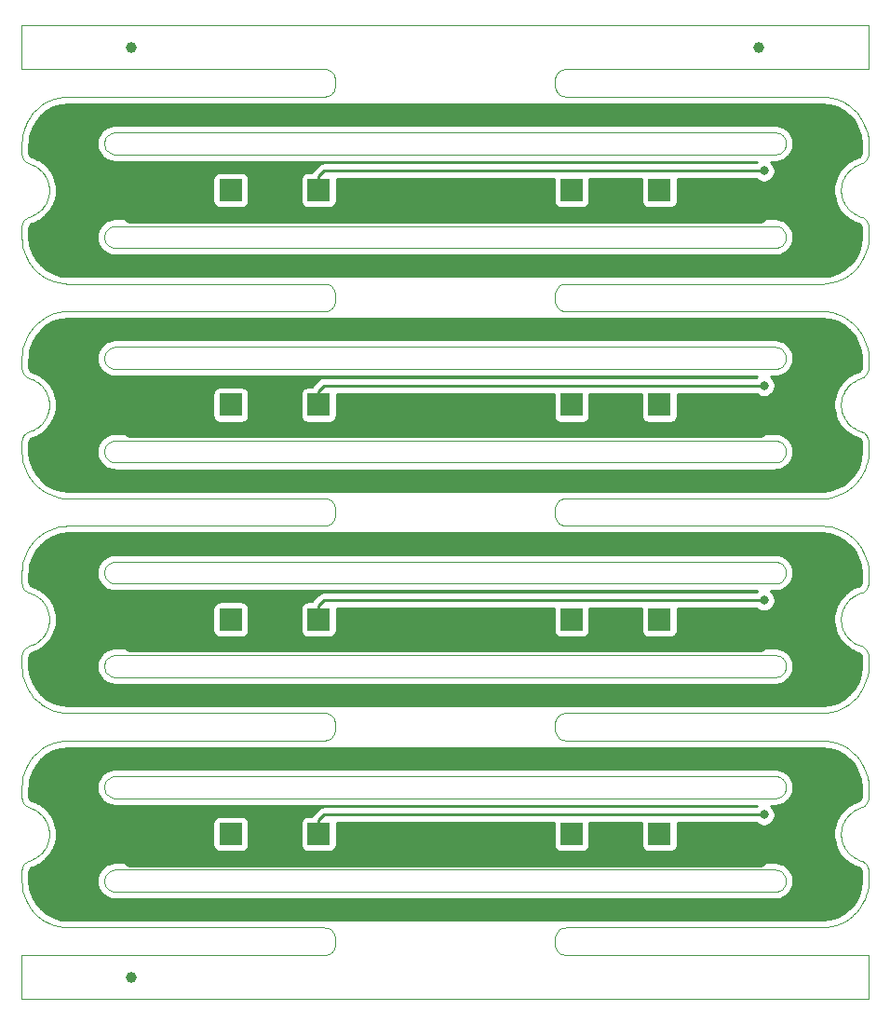
<source format=gbr>
G04 #@! TF.GenerationSoftware,KiCad,Pcbnew,5.1.5+dfsg1-2build2*
G04 #@! TF.CreationDate,2021-10-10T04:01:29+00:00*
G04 #@! TF.ProjectId,base_3.3,62617365-5f33-42e3-932e-6b696361645f,rev?*
G04 #@! TF.SameCoordinates,Original*
G04 #@! TF.FileFunction,Copper,L2,Bot*
G04 #@! TF.FilePolarity,Positive*
%FSLAX46Y46*%
G04 Gerber Fmt 4.6, Leading zero omitted, Abs format (unit mm)*
G04 Created by KiCad (PCBNEW 5.1.5+dfsg1-2build2) date 2021-10-10 04:01:29*
%MOMM*%
%LPD*%
G04 APERTURE LIST*
G04 #@! TA.AperFunction,Profile*
%ADD10C,0.100000*%
G04 #@! TD*
G04 #@! TA.AperFunction,BGAPad,CuDef*
%ADD11C,1.000000*%
G04 #@! TD*
G04 #@! TA.AperFunction,ComponentPad*
%ADD12R,2.000000X2.000000*%
G04 #@! TD*
G04 #@! TA.AperFunction,SMDPad,CuDef*
%ADD13R,3.000000X2.000000*%
G04 #@! TD*
G04 #@! TA.AperFunction,ViaPad*
%ADD14C,0.800000*%
G04 #@! TD*
G04 #@! TA.AperFunction,Conductor*
%ADD15C,0.250000*%
G04 #@! TD*
G04 #@! TA.AperFunction,Conductor*
%ADD16C,0.500000*%
G04 #@! TD*
G04 #@! TA.AperFunction,Conductor*
%ADD17C,0.254000*%
G04 #@! TD*
G04 APERTURE END LIST*
D10*
X118749900Y-102715900D02*
X118651100Y-102736200D01*
X118846400Y-102685700D02*
X118749900Y-102715900D01*
X118939300Y-102645900D02*
X118846400Y-102685700D01*
X119027600Y-102596800D02*
X118939300Y-102645900D01*
X119110800Y-102538900D02*
X119027600Y-102596800D01*
X119187500Y-102473100D02*
X119110800Y-102538900D01*
X119257100Y-102399800D02*
X119187500Y-102473100D01*
X119319000Y-102319900D02*
X119257100Y-102399800D01*
X119372400Y-102234100D02*
X119319000Y-102319900D01*
X119416900Y-102143400D02*
X119372400Y-102234100D01*
X119452000Y-102048600D02*
X119416900Y-102143400D01*
X119477300Y-101950700D02*
X119452000Y-102048600D01*
X119492600Y-101850800D02*
X119477300Y-101950700D01*
X119497700Y-101749900D02*
X119492600Y-101850800D01*
X119492600Y-101649200D02*
X119497700Y-101749900D01*
X119477300Y-101549300D02*
X119492600Y-101649200D01*
X119452000Y-101451500D02*
X119477300Y-101549300D01*
X119416900Y-101356700D02*
X119452000Y-101451500D01*
X119372400Y-101266000D02*
X119416900Y-101356700D01*
X119319000Y-101180200D02*
X119372400Y-101266000D01*
X119257100Y-101100300D02*
X119319000Y-101180200D01*
X119187300Y-101026800D02*
X119257100Y-101100300D01*
X119110600Y-100961000D02*
X119187300Y-101026800D01*
X119027600Y-100903300D02*
X119110600Y-100961000D01*
X118939300Y-100854200D02*
X119027600Y-100903300D01*
X118846600Y-100814500D02*
X118939300Y-100854200D01*
X118750200Y-100784200D02*
X118846600Y-100814500D01*
X118651200Y-100763800D02*
X118750200Y-100784200D01*
X118550700Y-100753600D02*
X118651200Y-100763800D01*
X118474800Y-100751000D02*
X118550700Y-100753600D01*
X58525400Y-100751000D02*
X118474800Y-100751000D01*
X58449200Y-100753600D02*
X58525400Y-100751000D01*
X58348800Y-100763800D02*
X58449200Y-100753600D01*
X58249800Y-100784200D02*
X58348800Y-100763800D01*
X58153400Y-100814500D02*
X58249800Y-100784200D01*
X58060500Y-100854300D02*
X58153400Y-100814500D01*
X57972100Y-100903400D02*
X58060500Y-100854300D01*
X57889200Y-100961100D02*
X57972100Y-100903400D01*
X57812500Y-101027000D02*
X57889200Y-100961100D01*
X57742900Y-101100300D02*
X57812500Y-101027000D01*
X57681000Y-101180200D02*
X57742900Y-101100300D01*
X57627600Y-101266000D02*
X57681000Y-101180200D01*
X57583100Y-101356700D02*
X57627600Y-101266000D01*
X57548100Y-101451200D02*
X57583100Y-101356700D01*
X57522700Y-101549100D02*
X57548100Y-101451200D01*
X57507400Y-101649000D02*
X57522700Y-101549100D01*
X57502300Y-101749900D02*
X57507400Y-101649000D01*
X57507400Y-101850800D02*
X57502300Y-101749900D01*
X57522700Y-101950700D02*
X57507400Y-101850800D01*
X57548000Y-102048600D02*
X57522700Y-101950700D01*
X57583100Y-102143400D02*
X57548000Y-102048600D01*
X57627600Y-102234100D02*
X57583100Y-102143400D01*
X57681000Y-102319900D02*
X57627600Y-102234100D01*
X57742900Y-102399800D02*
X57681000Y-102319900D01*
X57812500Y-102473100D02*
X57742900Y-102399800D01*
X57889200Y-102538900D02*
X57812500Y-102473100D01*
X57972100Y-102596700D02*
X57889200Y-102538900D01*
X58060500Y-102645700D02*
X57972100Y-102596700D01*
X58153400Y-102685600D02*
X58060500Y-102645700D01*
X58249800Y-102715900D02*
X58153400Y-102685600D01*
X58348800Y-102736200D02*
X58249800Y-102715900D01*
X58449300Y-102746500D02*
X58348800Y-102736200D01*
X58525200Y-102749000D02*
X58449300Y-102746500D01*
X118474900Y-102749000D02*
X58525200Y-102749000D01*
X118550500Y-102746500D02*
X118474900Y-102749000D01*
X118651100Y-102736200D02*
X118550500Y-102746500D01*
X118749900Y-94215900D02*
X118651100Y-94236200D01*
X118846400Y-94185700D02*
X118749900Y-94215900D01*
X118939300Y-94145900D02*
X118846400Y-94185700D01*
X119027600Y-94096800D02*
X118939300Y-94145900D01*
X119110800Y-94038900D02*
X119027600Y-94096800D01*
X119187500Y-93973100D02*
X119110800Y-94038900D01*
X119257100Y-93899800D02*
X119187500Y-93973100D01*
X119319000Y-93819900D02*
X119257100Y-93899800D01*
X119372400Y-93734100D02*
X119319000Y-93819900D01*
X119416900Y-93643400D02*
X119372400Y-93734100D01*
X119452000Y-93548600D02*
X119416900Y-93643400D01*
X119477300Y-93450700D02*
X119452000Y-93548600D01*
X119492600Y-93350800D02*
X119477300Y-93450700D01*
X119497700Y-93249900D02*
X119492600Y-93350800D01*
X119492600Y-93149200D02*
X119497700Y-93249900D01*
X119477300Y-93049300D02*
X119492600Y-93149200D01*
X119452000Y-92951500D02*
X119477300Y-93049300D01*
X119416900Y-92856700D02*
X119452000Y-92951500D01*
X119372400Y-92766000D02*
X119416900Y-92856700D01*
X119319000Y-92680200D02*
X119372400Y-92766000D01*
X119257100Y-92600300D02*
X119319000Y-92680200D01*
X119187300Y-92526800D02*
X119257100Y-92600300D01*
X119110600Y-92461000D02*
X119187300Y-92526800D01*
X119027600Y-92403300D02*
X119110600Y-92461000D01*
X118939300Y-92354200D02*
X119027600Y-92403300D01*
X118846600Y-92314500D02*
X118939300Y-92354200D01*
X118750200Y-92284200D02*
X118846600Y-92314500D01*
X118651200Y-92263800D02*
X118750200Y-92284200D01*
X118550700Y-92253600D02*
X118651200Y-92263800D01*
X118474800Y-92251000D02*
X118550700Y-92253600D01*
X58525400Y-92251000D02*
X118474800Y-92251000D01*
X58449200Y-92253600D02*
X58525400Y-92251000D01*
X58348800Y-92263800D02*
X58449200Y-92253600D01*
X58249800Y-92284200D02*
X58348800Y-92263800D01*
X58153400Y-92314500D02*
X58249800Y-92284200D01*
X58060500Y-92354300D02*
X58153400Y-92314500D01*
X57972100Y-92403400D02*
X58060500Y-92354300D01*
X57889200Y-92461100D02*
X57972100Y-92403400D01*
X57812500Y-92527000D02*
X57889200Y-92461100D01*
X57742900Y-92600300D02*
X57812500Y-92527000D01*
X57681000Y-92680200D02*
X57742900Y-92600300D01*
X57627600Y-92766000D02*
X57681000Y-92680200D01*
X57583100Y-92856700D02*
X57627600Y-92766000D01*
X57548100Y-92951200D02*
X57583100Y-92856700D01*
X57522700Y-93049100D02*
X57548100Y-92951200D01*
X57507400Y-93149000D02*
X57522700Y-93049100D01*
X57502300Y-93249900D02*
X57507400Y-93149000D01*
X57507400Y-93350800D02*
X57502300Y-93249900D01*
X57522700Y-93450700D02*
X57507400Y-93350800D01*
X57548000Y-93548600D02*
X57522700Y-93450700D01*
X57583100Y-93643400D02*
X57548000Y-93548600D01*
X57627600Y-93734100D02*
X57583100Y-93643400D01*
X57681000Y-93819900D02*
X57627600Y-93734100D01*
X57742900Y-93899800D02*
X57681000Y-93819900D01*
X57812500Y-93973100D02*
X57742900Y-93899800D01*
X57889200Y-94038900D02*
X57812500Y-93973100D01*
X57972100Y-94096700D02*
X57889200Y-94038900D01*
X58060500Y-94145700D02*
X57972100Y-94096700D01*
X58153400Y-94185600D02*
X58060500Y-94145700D01*
X58249800Y-94215900D02*
X58153400Y-94185600D01*
X58348800Y-94236200D02*
X58249800Y-94215900D01*
X58449300Y-94246500D02*
X58348800Y-94236200D01*
X58525200Y-94249000D02*
X58449300Y-94246500D01*
X118474900Y-94249000D02*
X58525200Y-94249000D01*
X118550500Y-94246500D02*
X118474900Y-94249000D01*
X118651100Y-94236200D02*
X118550500Y-94246500D01*
X118749900Y-83215900D02*
X118651000Y-83236200D01*
X118846400Y-83185700D02*
X118749900Y-83215900D01*
X118939300Y-83145800D02*
X118846400Y-83185700D01*
X119027600Y-83096800D02*
X118939300Y-83145800D01*
X119110800Y-83038900D02*
X119027600Y-83096800D01*
X119187500Y-82973100D02*
X119110800Y-83038900D01*
X119257100Y-82899800D02*
X119187500Y-82973100D01*
X119319000Y-82819900D02*
X119257100Y-82899800D01*
X119372400Y-82734100D02*
X119319000Y-82819900D01*
X119416900Y-82643300D02*
X119372400Y-82734100D01*
X119452000Y-82548600D02*
X119416900Y-82643300D01*
X119477300Y-82450700D02*
X119452000Y-82548600D01*
X119492600Y-82350800D02*
X119477300Y-82450700D01*
X119497700Y-82249900D02*
X119492600Y-82350800D01*
X119492600Y-82149200D02*
X119497700Y-82249900D01*
X119477300Y-82049300D02*
X119492600Y-82149200D01*
X119452000Y-81951500D02*
X119477300Y-82049300D01*
X119416900Y-81856700D02*
X119452000Y-81951500D01*
X119372400Y-81765900D02*
X119416900Y-81856700D01*
X119319000Y-81680200D02*
X119372400Y-81765900D01*
X119257100Y-81600200D02*
X119319000Y-81680200D01*
X119187300Y-81526800D02*
X119257100Y-81600200D01*
X119110600Y-81461000D02*
X119187300Y-81526800D01*
X119027600Y-81403200D02*
X119110600Y-81461000D01*
X118939300Y-81354200D02*
X119027600Y-81403200D01*
X118846600Y-81314500D02*
X118939300Y-81354200D01*
X118750200Y-81284200D02*
X118846600Y-81314500D01*
X118651200Y-81263800D02*
X118750200Y-81284200D01*
X118550700Y-81253600D02*
X118651200Y-81263800D01*
X118474800Y-81251000D02*
X118550700Y-81253600D01*
X58525300Y-81251000D02*
X118474800Y-81251000D01*
X58449200Y-81253600D02*
X58525300Y-81251000D01*
X58348800Y-81263800D02*
X58449200Y-81253600D01*
X58249800Y-81284200D02*
X58348800Y-81263800D01*
X58153400Y-81314500D02*
X58249800Y-81284200D01*
X58060500Y-81354300D02*
X58153400Y-81314500D01*
X57972100Y-81403400D02*
X58060500Y-81354300D01*
X57889200Y-81461100D02*
X57972100Y-81403400D01*
X57812500Y-81527000D02*
X57889200Y-81461100D01*
X57742900Y-81600200D02*
X57812500Y-81527000D01*
X57681000Y-81680200D02*
X57742900Y-81600200D01*
X57627600Y-81765900D02*
X57681000Y-81680200D01*
X57583100Y-81856700D02*
X57627600Y-81765900D01*
X57548100Y-81951200D02*
X57583100Y-81856700D01*
X57522700Y-82049000D02*
X57548100Y-81951200D01*
X57507400Y-82148900D02*
X57522700Y-82049000D01*
X57502300Y-82249900D02*
X57507400Y-82148900D01*
X57507400Y-82350800D02*
X57502300Y-82249900D01*
X57522700Y-82450700D02*
X57507400Y-82350800D01*
X57548000Y-82548600D02*
X57522700Y-82450700D01*
X57583100Y-82643300D02*
X57548000Y-82548600D01*
X57627600Y-82734100D02*
X57583100Y-82643300D01*
X57681000Y-82819900D02*
X57627600Y-82734100D01*
X57742900Y-82899800D02*
X57681000Y-82819900D01*
X57812500Y-82973100D02*
X57742900Y-82899800D01*
X57889200Y-83038900D02*
X57812500Y-82973100D01*
X57972100Y-83096700D02*
X57889200Y-83038900D01*
X58060500Y-83145700D02*
X57972100Y-83096700D01*
X58153400Y-83185600D02*
X58060500Y-83145700D01*
X58249800Y-83215800D02*
X58153400Y-83185600D01*
X58348800Y-83236200D02*
X58249800Y-83215800D01*
X58449300Y-83246400D02*
X58348800Y-83236200D01*
X58525200Y-83249000D02*
X58449300Y-83246400D01*
X118474800Y-83249000D02*
X58525200Y-83249000D01*
X118550600Y-83246400D02*
X118474800Y-83249000D01*
X118651000Y-83236200D02*
X118550600Y-83246400D01*
X118749900Y-74715900D02*
X118651000Y-74736200D01*
X118846400Y-74685700D02*
X118749900Y-74715900D01*
X118939300Y-74645800D02*
X118846400Y-74685700D01*
X119027600Y-74596800D02*
X118939300Y-74645800D01*
X119110800Y-74538900D02*
X119027600Y-74596800D01*
X119187500Y-74473100D02*
X119110800Y-74538900D01*
X119257100Y-74399800D02*
X119187500Y-74473100D01*
X119319000Y-74319900D02*
X119257100Y-74399800D01*
X119372400Y-74234100D02*
X119319000Y-74319900D01*
X119416900Y-74143300D02*
X119372400Y-74234100D01*
X119452000Y-74048600D02*
X119416900Y-74143300D01*
X119477300Y-73950700D02*
X119452000Y-74048600D01*
X119492600Y-73850800D02*
X119477300Y-73950700D01*
X119497700Y-73749900D02*
X119492600Y-73850800D01*
X119492600Y-73649200D02*
X119497700Y-73749900D01*
X119477300Y-73549300D02*
X119492600Y-73649200D01*
X119452000Y-73451500D02*
X119477300Y-73549300D01*
X119416900Y-73356700D02*
X119452000Y-73451500D01*
X119372400Y-73265900D02*
X119416900Y-73356700D01*
X119319000Y-73180200D02*
X119372400Y-73265900D01*
X119257100Y-73100200D02*
X119319000Y-73180200D01*
X119187300Y-73026800D02*
X119257100Y-73100200D01*
X119110600Y-72961000D02*
X119187300Y-73026800D01*
X119027600Y-72903200D02*
X119110600Y-72961000D01*
X118939300Y-72854200D02*
X119027600Y-72903200D01*
X118846600Y-72814500D02*
X118939300Y-72854200D01*
X118750200Y-72784200D02*
X118846600Y-72814500D01*
X118651200Y-72763800D02*
X118750200Y-72784200D01*
X118550700Y-72753600D02*
X118651200Y-72763800D01*
X118474800Y-72751000D02*
X118550700Y-72753600D01*
X58525300Y-72751000D02*
X118474800Y-72751000D01*
X58449200Y-72753600D02*
X58525300Y-72751000D01*
X58348800Y-72763800D02*
X58449200Y-72753600D01*
X58249800Y-72784200D02*
X58348800Y-72763800D01*
X58153400Y-72814500D02*
X58249800Y-72784200D01*
X58060500Y-72854300D02*
X58153400Y-72814500D01*
X57972100Y-72903400D02*
X58060500Y-72854300D01*
X57889200Y-72961100D02*
X57972100Y-72903400D01*
X57812500Y-73027000D02*
X57889200Y-72961100D01*
X57742900Y-73100200D02*
X57812500Y-73027000D01*
X57681000Y-73180200D02*
X57742900Y-73100200D01*
X57627600Y-73265900D02*
X57681000Y-73180200D01*
X57583100Y-73356700D02*
X57627600Y-73265900D01*
X57548100Y-73451200D02*
X57583100Y-73356700D01*
X57522700Y-73549000D02*
X57548100Y-73451200D01*
X57507400Y-73648900D02*
X57522700Y-73549000D01*
X57502300Y-73749900D02*
X57507400Y-73648900D01*
X57507400Y-73850800D02*
X57502300Y-73749900D01*
X57522700Y-73950700D02*
X57507400Y-73850800D01*
X57548000Y-74048600D02*
X57522700Y-73950700D01*
X57583100Y-74143300D02*
X57548000Y-74048600D01*
X57627600Y-74234100D02*
X57583100Y-74143300D01*
X57681000Y-74319900D02*
X57627600Y-74234100D01*
X57742900Y-74399800D02*
X57681000Y-74319900D01*
X57812500Y-74473100D02*
X57742900Y-74399800D01*
X57889200Y-74538900D02*
X57812500Y-74473100D01*
X57972100Y-74596700D02*
X57889200Y-74538900D01*
X58060500Y-74645700D02*
X57972100Y-74596700D01*
X58153400Y-74685600D02*
X58060500Y-74645700D01*
X58249800Y-74715800D02*
X58153400Y-74685600D01*
X58348800Y-74736200D02*
X58249800Y-74715800D01*
X58449300Y-74746400D02*
X58348800Y-74736200D01*
X58525200Y-74749000D02*
X58449300Y-74746400D01*
X118474800Y-74749000D02*
X58525200Y-74749000D01*
X118550600Y-74746400D02*
X118474800Y-74749000D01*
X118651000Y-74736200D02*
X118550600Y-74746400D01*
X118749900Y-63715900D02*
X118651000Y-63736200D01*
X118846400Y-63685700D02*
X118749900Y-63715900D01*
X118939300Y-63645800D02*
X118846400Y-63685700D01*
X119027600Y-63596800D02*
X118939300Y-63645800D01*
X119110600Y-63539100D02*
X119027600Y-63596800D01*
X119187300Y-63473200D02*
X119110600Y-63539100D01*
X119257100Y-63399800D02*
X119187300Y-63473200D01*
X119319000Y-63319900D02*
X119257100Y-63399800D01*
X119372300Y-63234300D02*
X119319000Y-63319900D01*
X119416800Y-63143600D02*
X119372300Y-63234300D01*
X119451900Y-63048800D02*
X119416800Y-63143600D01*
X119477300Y-62951000D02*
X119451900Y-63048800D01*
X119492600Y-62851100D02*
X119477300Y-62951000D01*
X119497700Y-62750100D02*
X119492600Y-62851100D01*
X119492600Y-62649200D02*
X119497700Y-62750100D01*
X119477300Y-62549300D02*
X119492600Y-62649200D01*
X119452000Y-62451500D02*
X119477300Y-62549300D01*
X119416900Y-62356700D02*
X119452000Y-62451500D01*
X119372400Y-62265900D02*
X119416900Y-62356700D01*
X119319000Y-62180200D02*
X119372400Y-62265900D01*
X119257100Y-62100200D02*
X119319000Y-62180200D01*
X119187300Y-62026800D02*
X119257100Y-62100200D01*
X119110600Y-61960900D02*
X119187300Y-62026800D01*
X119027900Y-61903400D02*
X119110600Y-61960900D01*
X118939500Y-61854300D02*
X119027900Y-61903400D01*
X118846600Y-61814400D02*
X118939500Y-61854300D01*
X118750200Y-61784200D02*
X118846600Y-61814400D01*
X118651200Y-61763800D02*
X118750200Y-61784200D01*
X118550700Y-61753600D02*
X118651200Y-61763800D01*
X118474800Y-61751000D02*
X118550700Y-61753600D01*
X58525200Y-61751000D02*
X118474800Y-61751000D01*
X58449300Y-61753600D02*
X58525200Y-61751000D01*
X58348800Y-61763800D02*
X58449300Y-61753600D01*
X58249800Y-61784200D02*
X58348800Y-61763800D01*
X58153400Y-61814400D02*
X58249800Y-61784200D01*
X58060500Y-61854300D02*
X58153400Y-61814400D01*
X57972100Y-61903400D02*
X58060500Y-61854300D01*
X57889200Y-61961100D02*
X57972100Y-61903400D01*
X57812500Y-62027000D02*
X57889200Y-61961100D01*
X57742900Y-62100200D02*
X57812500Y-62027000D01*
X57681000Y-62180200D02*
X57742900Y-62100200D01*
X57627600Y-62265900D02*
X57681000Y-62180200D01*
X57583100Y-62356700D02*
X57627600Y-62265900D01*
X57548000Y-62451500D02*
X57583100Y-62356700D01*
X57522700Y-62549000D02*
X57548000Y-62451500D01*
X57507400Y-62648900D02*
X57522700Y-62549000D01*
X57502300Y-62749900D02*
X57507400Y-62648900D01*
X57507400Y-62850800D02*
X57502300Y-62749900D01*
X57522700Y-62950700D02*
X57507400Y-62850800D01*
X57548000Y-63048500D02*
X57522700Y-62950700D01*
X57583100Y-63143300D02*
X57548000Y-63048500D01*
X57627600Y-63234100D02*
X57583100Y-63143300D01*
X57681000Y-63319900D02*
X57627600Y-63234100D01*
X57742900Y-63399800D02*
X57681000Y-63319900D01*
X57812500Y-63473000D02*
X57742900Y-63399800D01*
X57889200Y-63538900D02*
X57812500Y-63473000D01*
X57972100Y-63596600D02*
X57889200Y-63538900D01*
X58060500Y-63645700D02*
X57972100Y-63596600D01*
X58153400Y-63685600D02*
X58060500Y-63645700D01*
X58249800Y-63715800D02*
X58153400Y-63685600D01*
X58348800Y-63736200D02*
X58249800Y-63715800D01*
X58449300Y-63746400D02*
X58348800Y-63736200D01*
X58525200Y-63749000D02*
X58449300Y-63746400D01*
X118474800Y-63749000D02*
X58525200Y-63749000D01*
X118550700Y-63746400D02*
X118474800Y-63749000D01*
X118651000Y-63736200D02*
X118550700Y-63746400D01*
X118749900Y-55215900D02*
X118651000Y-55236200D01*
X118846400Y-55185700D02*
X118749900Y-55215900D01*
X118939300Y-55145800D02*
X118846400Y-55185700D01*
X119027600Y-55096800D02*
X118939300Y-55145800D01*
X119110600Y-55039100D02*
X119027600Y-55096800D01*
X119187300Y-54973200D02*
X119110600Y-55039100D01*
X119257100Y-54899800D02*
X119187300Y-54973200D01*
X119319000Y-54819900D02*
X119257100Y-54899800D01*
X119372300Y-54734300D02*
X119319000Y-54819900D01*
X119416800Y-54643600D02*
X119372300Y-54734300D01*
X119451900Y-54548800D02*
X119416800Y-54643600D01*
X119477300Y-54451000D02*
X119451900Y-54548800D01*
X119492600Y-54351100D02*
X119477300Y-54451000D01*
X119497700Y-54250100D02*
X119492600Y-54351100D01*
X119492600Y-54149200D02*
X119497700Y-54250100D01*
X119477300Y-54049300D02*
X119492600Y-54149200D01*
X119452000Y-53951500D02*
X119477300Y-54049300D01*
X119416900Y-53856700D02*
X119452000Y-53951500D01*
X119372400Y-53765900D02*
X119416900Y-53856700D01*
X119319000Y-53680200D02*
X119372400Y-53765900D01*
X119257100Y-53600200D02*
X119319000Y-53680200D01*
X119187300Y-53526800D02*
X119257100Y-53600200D01*
X119110600Y-53460900D02*
X119187300Y-53526800D01*
X119027900Y-53403400D02*
X119110600Y-53460900D01*
X118939500Y-53354300D02*
X119027900Y-53403400D01*
X118846600Y-53314400D02*
X118939500Y-53354300D01*
X118750200Y-53284200D02*
X118846600Y-53314400D01*
X118651200Y-53263800D02*
X118750200Y-53284200D01*
X118550700Y-53253600D02*
X118651200Y-53263800D01*
X118474800Y-53251000D02*
X118550700Y-53253600D01*
X58525200Y-53251000D02*
X118474800Y-53251000D01*
X58449300Y-53253600D02*
X58525200Y-53251000D01*
X58348800Y-53263800D02*
X58449300Y-53253600D01*
X58249800Y-53284200D02*
X58348800Y-53263800D01*
X58153400Y-53314400D02*
X58249800Y-53284200D01*
X58060500Y-53354300D02*
X58153400Y-53314400D01*
X57972100Y-53403400D02*
X58060500Y-53354300D01*
X57889200Y-53461100D02*
X57972100Y-53403400D01*
X57812500Y-53527000D02*
X57889200Y-53461100D01*
X57742900Y-53600200D02*
X57812500Y-53527000D01*
X57681000Y-53680200D02*
X57742900Y-53600200D01*
X57627600Y-53765900D02*
X57681000Y-53680200D01*
X57583100Y-53856700D02*
X57627600Y-53765900D01*
X57548000Y-53951500D02*
X57583100Y-53856700D01*
X57522700Y-54049000D02*
X57548000Y-53951500D01*
X57507400Y-54148900D02*
X57522700Y-54049000D01*
X57502300Y-54249900D02*
X57507400Y-54148900D01*
X57507400Y-54350800D02*
X57502300Y-54249900D01*
X57522700Y-54450700D02*
X57507400Y-54350800D01*
X57548000Y-54548500D02*
X57522700Y-54450700D01*
X57583100Y-54643300D02*
X57548000Y-54548500D01*
X57627600Y-54734100D02*
X57583100Y-54643300D01*
X57681000Y-54819900D02*
X57627600Y-54734100D01*
X57742900Y-54899800D02*
X57681000Y-54819900D01*
X57812500Y-54973000D02*
X57742900Y-54899800D01*
X57889200Y-55038900D02*
X57812500Y-54973000D01*
X57972100Y-55096600D02*
X57889200Y-55038900D01*
X58060500Y-55145700D02*
X57972100Y-55096600D01*
X58153400Y-55185600D02*
X58060500Y-55145700D01*
X58249800Y-55215800D02*
X58153400Y-55185600D01*
X58348800Y-55236200D02*
X58249800Y-55215800D01*
X58449300Y-55246400D02*
X58348800Y-55236200D01*
X58525200Y-55249000D02*
X58449300Y-55246400D01*
X118474800Y-55249000D02*
X58525200Y-55249000D01*
X118550700Y-55246400D02*
X118474800Y-55249000D01*
X118651000Y-55236200D02*
X118550700Y-55246400D01*
X118750200Y-122215900D02*
X118650700Y-122236300D01*
X118846600Y-122185600D02*
X118750200Y-122215900D01*
X118939500Y-122145700D02*
X118846600Y-122185600D01*
X119027900Y-122096700D02*
X118939500Y-122145700D01*
X119110800Y-122038900D02*
X119027900Y-122096700D01*
X119187500Y-121973100D02*
X119110800Y-122038900D01*
X119257100Y-121899800D02*
X119187500Y-121973100D01*
X119319000Y-121819900D02*
X119257100Y-121899800D01*
X119372400Y-121734100D02*
X119319000Y-121819900D01*
X119416900Y-121643400D02*
X119372400Y-121734100D01*
X119452000Y-121548600D02*
X119416900Y-121643400D01*
X119477300Y-121450800D02*
X119452000Y-121548600D01*
X119492600Y-121350900D02*
X119477300Y-121450800D01*
X119497700Y-121249900D02*
X119492600Y-121350900D01*
X119492600Y-121149300D02*
X119497700Y-121249900D01*
X119477300Y-121049300D02*
X119492600Y-121149300D01*
X119452000Y-120951500D02*
X119477300Y-121049300D01*
X119416900Y-120856700D02*
X119452000Y-120951500D01*
X119372400Y-120766000D02*
X119416900Y-120856700D01*
X119319000Y-120680200D02*
X119372400Y-120766000D01*
X119257100Y-120600300D02*
X119319000Y-120680200D01*
X119187300Y-120526800D02*
X119257100Y-120600300D01*
X119110600Y-120461000D02*
X119187300Y-120526800D01*
X119027600Y-120403300D02*
X119110600Y-120461000D01*
X118939300Y-120354200D02*
X119027600Y-120403300D01*
X118846600Y-120314500D02*
X118939300Y-120354200D01*
X118750200Y-120284200D02*
X118846600Y-120314500D01*
X118651200Y-120263900D02*
X118750200Y-120284200D01*
X118550700Y-120253600D02*
X118651200Y-120263900D01*
X118474800Y-120251100D02*
X118550700Y-120253600D01*
X58525000Y-120251100D02*
X118474800Y-120251100D01*
X58449600Y-120253600D02*
X58525000Y-120251100D01*
X58348800Y-120263900D02*
X58449600Y-120253600D01*
X58249800Y-120284200D02*
X58348800Y-120263900D01*
X58153400Y-120314500D02*
X58249800Y-120284200D01*
X58060500Y-120354400D02*
X58153400Y-120314500D01*
X57972100Y-120403400D02*
X58060500Y-120354400D01*
X57889200Y-120461200D02*
X57972100Y-120403400D01*
X57812500Y-120527000D02*
X57889200Y-120461200D01*
X57742900Y-120600300D02*
X57812500Y-120527000D01*
X57681000Y-120680200D02*
X57742900Y-120600300D01*
X57627600Y-120766000D02*
X57681000Y-120680200D01*
X57583100Y-120856700D02*
X57627600Y-120766000D01*
X57548100Y-120951200D02*
X57583100Y-120856700D01*
X57522700Y-121049100D02*
X57548100Y-120951200D01*
X57507400Y-121149000D02*
X57522700Y-121049100D01*
X57502300Y-121249900D02*
X57507400Y-121149000D01*
X57507400Y-121350900D02*
X57502300Y-121249900D01*
X57522700Y-121450800D02*
X57507400Y-121350900D01*
X57548000Y-121548600D02*
X57522700Y-121450800D01*
X57583100Y-121643400D02*
X57548000Y-121548600D01*
X57627600Y-121734100D02*
X57583100Y-121643400D01*
X57681000Y-121819900D02*
X57627600Y-121734100D01*
X57742900Y-121899800D02*
X57681000Y-121819900D01*
X57812500Y-121973100D02*
X57742900Y-121899800D01*
X57889200Y-122038900D02*
X57812500Y-121973100D01*
X57972100Y-122096700D02*
X57889200Y-122038900D01*
X58060500Y-122145700D02*
X57972100Y-122096700D01*
X58153400Y-122185600D02*
X58060500Y-122145700D01*
X58249800Y-122215900D02*
X58153400Y-122185600D01*
X58348800Y-122236200D02*
X58249800Y-122215900D01*
X58449300Y-122246500D02*
X58348800Y-122236200D01*
X58525200Y-122249100D02*
X58449300Y-122246500D01*
X118474500Y-122249100D02*
X58525200Y-122249100D01*
X118550900Y-122246500D02*
X118474500Y-122249100D01*
X118650700Y-122236300D02*
X118550900Y-122246500D01*
X118750200Y-113715900D02*
X118650700Y-113736300D01*
X118846600Y-113685600D02*
X118750200Y-113715900D01*
X118939500Y-113645700D02*
X118846600Y-113685600D01*
X119027900Y-113596700D02*
X118939500Y-113645700D01*
X119110800Y-113538900D02*
X119027900Y-113596700D01*
X119187500Y-113473100D02*
X119110800Y-113538900D01*
X119257100Y-113399800D02*
X119187500Y-113473100D01*
X119319000Y-113319900D02*
X119257100Y-113399800D01*
X119372400Y-113234100D02*
X119319000Y-113319900D01*
X119416900Y-113143400D02*
X119372400Y-113234100D01*
X119452000Y-113048600D02*
X119416900Y-113143400D01*
X119477300Y-112950800D02*
X119452000Y-113048600D01*
X119492600Y-112850900D02*
X119477300Y-112950800D01*
X119497700Y-112749900D02*
X119492600Y-112850900D01*
X119492600Y-112649300D02*
X119497700Y-112749900D01*
X119477300Y-112549300D02*
X119492600Y-112649300D01*
X119452000Y-112451500D02*
X119477300Y-112549300D01*
X119416900Y-112356700D02*
X119452000Y-112451500D01*
X119372400Y-112266000D02*
X119416900Y-112356700D01*
X119319000Y-112180200D02*
X119372400Y-112266000D01*
X119257100Y-112100300D02*
X119319000Y-112180200D01*
X119187300Y-112026800D02*
X119257100Y-112100300D01*
X119110600Y-111961000D02*
X119187300Y-112026800D01*
X119027600Y-111903300D02*
X119110600Y-111961000D01*
X118939300Y-111854200D02*
X119027600Y-111903300D01*
X118846600Y-111814500D02*
X118939300Y-111854200D01*
X118750200Y-111784200D02*
X118846600Y-111814500D01*
X118651200Y-111763900D02*
X118750200Y-111784200D01*
X118550700Y-111753600D02*
X118651200Y-111763900D01*
X118474800Y-111751100D02*
X118550700Y-111753600D01*
X58525000Y-111751100D02*
X118474800Y-111751100D01*
X58449600Y-111753600D02*
X58525000Y-111751100D01*
X58348800Y-111763900D02*
X58449600Y-111753600D01*
X58249800Y-111784200D02*
X58348800Y-111763900D01*
X58153400Y-111814500D02*
X58249800Y-111784200D01*
X58060500Y-111854400D02*
X58153400Y-111814500D01*
X57972100Y-111903400D02*
X58060500Y-111854400D01*
X57889200Y-111961200D02*
X57972100Y-111903400D01*
X57812500Y-112027000D02*
X57889200Y-111961200D01*
X57742900Y-112100300D02*
X57812500Y-112027000D01*
X57681000Y-112180200D02*
X57742900Y-112100300D01*
X57627600Y-112266000D02*
X57681000Y-112180200D01*
X57583100Y-112356700D02*
X57627600Y-112266000D01*
X57548100Y-112451200D02*
X57583100Y-112356700D01*
X57522700Y-112549100D02*
X57548100Y-112451200D01*
X57507400Y-112649000D02*
X57522700Y-112549100D01*
X57502300Y-112749900D02*
X57507400Y-112649000D01*
X57507400Y-112850900D02*
X57502300Y-112749900D01*
X57522700Y-112950800D02*
X57507400Y-112850900D01*
X57548000Y-113048600D02*
X57522700Y-112950800D01*
X57583100Y-113143400D02*
X57548000Y-113048600D01*
X57627600Y-113234100D02*
X57583100Y-113143400D01*
X57681000Y-113319900D02*
X57627600Y-113234100D01*
X57742900Y-113399800D02*
X57681000Y-113319900D01*
X57812500Y-113473100D02*
X57742900Y-113399800D01*
X57889200Y-113538900D02*
X57812500Y-113473100D01*
X57972100Y-113596700D02*
X57889200Y-113538900D01*
X58060500Y-113645700D02*
X57972100Y-113596700D01*
X58153400Y-113685600D02*
X58060500Y-113645700D01*
X58249800Y-113715900D02*
X58153400Y-113685600D01*
X58348800Y-113736200D02*
X58249800Y-113715900D01*
X58449300Y-113746500D02*
X58348800Y-113736200D01*
X58525200Y-113749100D02*
X58449300Y-113746500D01*
X118474500Y-113749100D02*
X58525200Y-113749100D01*
X118550900Y-113746500D02*
X118474500Y-113749100D01*
X118650700Y-113736300D02*
X118550900Y-113746500D01*
X126976500Y-43499000D02*
X50009200Y-43499700D01*
X126991800Y-43499800D02*
X126976500Y-43499000D01*
X126997700Y-43503000D02*
X126991800Y-43499800D01*
X127000200Y-43508200D02*
X126997700Y-43503000D01*
X127001000Y-43523500D02*
X127000200Y-43508200D01*
X127001000Y-47475500D02*
X127001000Y-43523500D01*
X126999700Y-47492700D02*
X127001000Y-47475500D01*
X126996300Y-47497400D02*
X126999700Y-47492700D01*
X126991800Y-47499200D02*
X126996300Y-47497400D01*
X99491300Y-47500000D02*
X126991800Y-47499200D01*
X99394000Y-47504800D02*
X99491300Y-47500000D01*
X99297900Y-47519000D02*
X99394000Y-47504800D01*
X99203600Y-47542600D02*
X99297900Y-47519000D01*
X99112200Y-47575400D02*
X99203600Y-47542600D01*
X99024300Y-47616900D02*
X99112200Y-47575400D01*
X98941000Y-47666900D02*
X99024300Y-47616900D01*
X98863000Y-47724700D02*
X98941000Y-47666900D01*
X98791000Y-47790000D02*
X98863000Y-47724700D01*
X98725700Y-47862000D02*
X98791000Y-47790000D01*
X98667900Y-47940000D02*
X98725700Y-47862000D01*
X98617900Y-48023300D02*
X98667900Y-47940000D01*
X98576400Y-48111100D02*
X98617900Y-48023300D01*
X98543700Y-48202600D02*
X98576400Y-48111100D01*
X98520000Y-48296900D02*
X98543700Y-48202600D01*
X98505800Y-48393000D02*
X98520000Y-48296900D01*
X98501000Y-48490200D02*
X98505800Y-48393000D01*
X98501000Y-49008800D02*
X98501000Y-48490200D01*
X98505800Y-49106000D02*
X98501000Y-49008800D01*
X98520000Y-49202100D02*
X98505800Y-49106000D01*
X98543700Y-49296400D02*
X98520000Y-49202100D01*
X98576400Y-49387900D02*
X98543700Y-49296400D01*
X98617900Y-49475700D02*
X98576400Y-49387900D01*
X98667900Y-49559000D02*
X98617900Y-49475700D01*
X98725700Y-49637000D02*
X98667900Y-49559000D01*
X98791000Y-49709000D02*
X98725700Y-49637000D01*
X98863000Y-49774300D02*
X98791000Y-49709000D01*
X98941000Y-49832100D02*
X98863000Y-49774300D01*
X99024300Y-49882100D02*
X98941000Y-49832100D01*
X99112200Y-49923600D02*
X99024300Y-49882100D01*
X99203600Y-49956400D02*
X99112200Y-49923600D01*
X99297900Y-49980000D02*
X99203600Y-49956400D01*
X99394000Y-49994200D02*
X99297900Y-49980000D01*
X99491300Y-49999000D02*
X99394000Y-49994200D01*
X122743400Y-49999000D02*
X99491300Y-49999000D01*
X123194100Y-50022600D02*
X122743400Y-49999000D01*
X123633500Y-50092200D02*
X123194100Y-50022600D01*
X124063300Y-50207300D02*
X123633500Y-50092200D01*
X124466700Y-50361800D02*
X124063300Y-50207300D01*
X124490700Y-50372500D02*
X124466700Y-50361800D01*
X124863800Y-50562500D02*
X124490700Y-50372500D01*
X124886500Y-50575700D02*
X124863800Y-50562500D01*
X125248700Y-50811300D02*
X124886500Y-50575700D01*
X125594100Y-51091000D02*
X125248700Y-50811300D01*
X125908700Y-51405600D02*
X125594100Y-51091000D01*
X126180800Y-51741100D02*
X125908700Y-51405600D01*
X126196300Y-51762300D02*
X126180800Y-51741100D01*
X126424300Y-52113500D02*
X126196300Y-51762300D01*
X126437400Y-52136200D02*
X126424300Y-52113500D01*
X126633300Y-52521400D02*
X126437400Y-52136200D01*
X126792500Y-52936300D02*
X126633300Y-52521400D01*
X126907700Y-53366000D02*
X126792500Y-52936300D01*
X126975700Y-53792600D02*
X126907700Y-53366000D01*
X126978400Y-53818800D02*
X126975700Y-53792600D01*
X127001000Y-54256500D02*
X126978400Y-53818800D01*
X127001000Y-55139700D02*
X127001000Y-54256500D01*
X126995900Y-55244100D02*
X127001000Y-55139700D01*
X126981400Y-55341600D02*
X126995900Y-55244100D01*
X126957200Y-55437700D02*
X126981400Y-55341600D01*
X126923900Y-55530500D02*
X126957200Y-55437700D01*
X126887300Y-55608200D02*
X126923900Y-55530500D01*
X126875600Y-55630000D02*
X126887300Y-55608200D01*
X126823700Y-55713800D02*
X126875600Y-55630000D01*
X126772100Y-55782500D02*
X126823700Y-55713800D01*
X126714100Y-55846600D02*
X126772100Y-55782500D01*
X126696500Y-55864100D02*
X126714100Y-55846600D01*
X126632400Y-55921400D02*
X126696500Y-55864100D01*
X126562800Y-55973000D02*
X126632400Y-55921400D01*
X126468400Y-56030200D02*
X126562800Y-55973000D01*
X126379100Y-56072000D02*
X126468400Y-56030200D01*
X126100100Y-56170700D02*
X126379100Y-56072000D01*
X126009400Y-56207800D02*
X126100100Y-56170700D01*
X125875300Y-56270600D02*
X126009400Y-56207800D01*
X125788700Y-56316400D02*
X125875300Y-56270600D01*
X125661400Y-56392000D02*
X125788700Y-56316400D01*
X125579800Y-56446200D02*
X125661400Y-56392000D01*
X125460600Y-56533900D02*
X125579800Y-56446200D01*
X125384600Y-56595900D02*
X125460600Y-56533900D01*
X125274600Y-56694900D02*
X125384600Y-56595900D01*
X125205100Y-56764000D02*
X125274600Y-56694900D01*
X125105400Y-56873400D02*
X125205100Y-56764000D01*
X125043000Y-56949000D02*
X125105400Y-56873400D01*
X124954500Y-57067700D02*
X125043000Y-56949000D01*
X124899900Y-57149100D02*
X124954500Y-57067700D01*
X124823600Y-57275900D02*
X124899900Y-57149100D01*
X124777200Y-57362300D02*
X124823600Y-57275900D01*
X124713700Y-57496000D02*
X124777200Y-57362300D01*
X124676000Y-57586500D02*
X124713700Y-57496000D01*
X124626000Y-57725800D02*
X124676000Y-57586500D01*
X124597400Y-57819500D02*
X124626000Y-57725800D01*
X124561300Y-57963100D02*
X124597400Y-57819500D01*
X124542200Y-58059200D02*
X124561300Y-57963100D01*
X124520400Y-58205600D02*
X124542200Y-58059200D01*
X124510700Y-58303100D02*
X124520400Y-58205600D01*
X124503400Y-58451000D02*
X124510700Y-58303100D01*
X124503400Y-58549000D02*
X124503400Y-58451000D01*
X124510700Y-58696900D02*
X124503400Y-58549000D01*
X124520400Y-58794400D02*
X124510700Y-58696900D01*
X124542200Y-58940800D02*
X124520400Y-58794400D01*
X124561300Y-59036900D02*
X124542200Y-58940800D01*
X124597400Y-59180500D02*
X124561300Y-59036900D01*
X124626000Y-59274200D02*
X124597400Y-59180500D01*
X124676000Y-59413500D02*
X124626000Y-59274200D01*
X124713700Y-59504000D02*
X124676000Y-59413500D01*
X124777200Y-59637700D02*
X124713700Y-59504000D01*
X124823600Y-59724100D02*
X124777200Y-59637700D01*
X124899900Y-59850900D02*
X124823600Y-59724100D01*
X124954500Y-59932300D02*
X124899900Y-59850900D01*
X125043000Y-60051000D02*
X124954500Y-59932300D01*
X125105400Y-60126600D02*
X125043000Y-60051000D01*
X125205100Y-60236000D02*
X125105400Y-60126600D01*
X125274600Y-60305100D02*
X125205100Y-60236000D01*
X125384600Y-60404100D02*
X125274600Y-60305100D01*
X125460600Y-60466100D02*
X125384600Y-60404100D01*
X125579800Y-60553800D02*
X125460600Y-60466100D01*
X125661500Y-60608000D02*
X125579800Y-60553800D01*
X125788700Y-60683600D02*
X125661500Y-60608000D01*
X125875300Y-60729500D02*
X125788700Y-60683600D01*
X126009400Y-60792200D02*
X125875300Y-60729500D01*
X126100100Y-60829300D02*
X126009400Y-60792200D01*
X126378700Y-60927800D02*
X126100100Y-60829300D01*
X126457100Y-60964100D02*
X126378700Y-60927800D01*
X126478900Y-60975700D02*
X126457100Y-60964100D01*
X126552700Y-61019900D02*
X126478900Y-60975700D01*
X126622500Y-61070900D02*
X126552700Y-61019900D01*
X126641700Y-61086500D02*
X126622500Y-61070900D01*
X126705400Y-61144300D02*
X126641700Y-61086500D01*
X126763800Y-61207900D02*
X126705400Y-61144300D01*
X126779400Y-61226800D02*
X126763800Y-61207900D01*
X126837500Y-61306700D02*
X126779400Y-61226800D01*
X126881600Y-61380600D02*
X126837500Y-61306700D01*
X126918900Y-61458500D02*
X126881600Y-61380600D01*
X126928400Y-61481300D02*
X126918900Y-61458500D01*
X126960600Y-61574500D02*
X126928400Y-61481300D01*
X126981400Y-61658400D02*
X126960600Y-61574500D01*
X126996700Y-61767700D02*
X126981400Y-61658400D01*
X127001000Y-61860300D02*
X126996700Y-61767700D01*
X127001000Y-62743400D02*
X127001000Y-61860300D01*
X126977400Y-63194100D02*
X127001000Y-62743400D01*
X126907800Y-63633500D02*
X126977400Y-63194100D01*
X126792700Y-64063300D02*
X126907800Y-63633500D01*
X126633000Y-64479200D02*
X126792700Y-64063300D01*
X126431000Y-64875600D02*
X126633000Y-64479200D01*
X126196300Y-65237600D02*
X126431000Y-64875600D01*
X126180900Y-65258900D02*
X126196300Y-65237600D01*
X125917400Y-65584200D02*
X126180900Y-65258900D01*
X125899800Y-65603800D02*
X125917400Y-65584200D01*
X125594400Y-65908700D02*
X125899800Y-65603800D01*
X125258900Y-66180800D02*
X125594400Y-65908700D01*
X125237700Y-66196300D02*
X125258900Y-66180800D01*
X124875500Y-66431100D02*
X125237700Y-66196300D01*
X124490500Y-66627600D02*
X124875500Y-66431100D01*
X124466800Y-66638200D02*
X124490500Y-66627600D01*
X124063700Y-66792500D02*
X124466800Y-66638200D01*
X123634000Y-66907700D02*
X124063700Y-66792500D01*
X123194500Y-66977300D02*
X123634000Y-66907700D01*
X122749900Y-67000900D02*
X123194500Y-66977300D01*
X99491300Y-67001000D02*
X122749900Y-67000900D01*
X99394000Y-67005800D02*
X99491300Y-67001000D01*
X99297900Y-67020000D02*
X99394000Y-67005800D01*
X99203600Y-67043600D02*
X99297900Y-67020000D01*
X99112200Y-67076400D02*
X99203600Y-67043600D01*
X99024300Y-67117900D02*
X99112200Y-67076400D01*
X98941000Y-67167900D02*
X99024300Y-67117900D01*
X98863000Y-67225700D02*
X98941000Y-67167900D01*
X98791000Y-67291000D02*
X98863000Y-67225700D01*
X98725700Y-67363000D02*
X98791000Y-67291000D01*
X98667900Y-67441000D02*
X98725700Y-67363000D01*
X98617900Y-67524300D02*
X98667900Y-67441000D01*
X98576400Y-67612100D02*
X98617900Y-67524300D01*
X98543700Y-67703600D02*
X98576400Y-67612100D01*
X98520000Y-67797900D02*
X98543700Y-67703600D01*
X98505800Y-67894000D02*
X98520000Y-67797900D01*
X98501000Y-67991200D02*
X98505800Y-67894000D01*
X98501000Y-68508800D02*
X98501000Y-67991200D01*
X98505800Y-68606000D02*
X98501000Y-68508800D01*
X98520000Y-68702100D02*
X98505800Y-68606000D01*
X98543700Y-68796400D02*
X98520000Y-68702100D01*
X98576400Y-68887900D02*
X98543700Y-68796400D01*
X98617900Y-68975700D02*
X98576400Y-68887900D01*
X98667900Y-69059000D02*
X98617900Y-68975700D01*
X98725700Y-69137000D02*
X98667900Y-69059000D01*
X98791000Y-69209000D02*
X98725700Y-69137000D01*
X98863000Y-69274300D02*
X98791000Y-69209000D01*
X98941000Y-69332200D02*
X98863000Y-69274300D01*
X99024300Y-69382100D02*
X98941000Y-69332200D01*
X99112200Y-69423600D02*
X99024300Y-69382100D01*
X99203600Y-69456400D02*
X99112200Y-69423600D01*
X99297900Y-69480000D02*
X99203600Y-69456400D01*
X99394000Y-69494200D02*
X99297900Y-69480000D01*
X99491300Y-69499000D02*
X99394000Y-69494200D01*
X122743400Y-69499000D02*
X99491300Y-69499000D01*
X123194600Y-69522700D02*
X122743400Y-69499000D01*
X123634000Y-69592300D02*
X123194600Y-69522700D01*
X124050900Y-69703700D02*
X123634000Y-69592300D01*
X124075900Y-69711800D02*
X124050900Y-69703700D01*
X124466700Y-69861800D02*
X124075900Y-69711800D01*
X124490700Y-69872500D02*
X124466700Y-69861800D01*
X124875100Y-70068700D02*
X124490700Y-69872500D01*
X125237600Y-70303700D02*
X124875100Y-70068700D01*
X125258900Y-70319200D02*
X125237600Y-70303700D01*
X125594100Y-70591000D02*
X125258900Y-70319200D01*
X125908700Y-70905600D02*
X125594100Y-70591000D01*
X126189000Y-71251800D02*
X125908700Y-70905600D01*
X126424300Y-71613500D02*
X126189000Y-71251800D01*
X126437400Y-71636200D02*
X126424300Y-71613500D01*
X126633300Y-72021400D02*
X126437400Y-71636200D01*
X126792500Y-72436300D02*
X126633300Y-72021400D01*
X126907700Y-72866000D02*
X126792500Y-72436300D01*
X126975700Y-73292700D02*
X126907700Y-72866000D01*
X126978400Y-73318800D02*
X126975700Y-73292700D01*
X127000900Y-73750100D02*
X126978400Y-73318800D01*
X127001000Y-74639900D02*
X127000900Y-73750100D01*
X126996800Y-74732000D02*
X127001000Y-74639900D01*
X126994300Y-74756600D02*
X126996800Y-74732000D01*
X126981300Y-74842100D02*
X126994300Y-74756600D01*
X126957300Y-74937200D02*
X126981300Y-74842100D01*
X126928400Y-75018700D02*
X126957300Y-74937200D01*
X126918900Y-75041500D02*
X126928400Y-75018700D01*
X126881500Y-75119500D02*
X126918900Y-75041500D01*
X126830900Y-75203500D02*
X126881500Y-75119500D01*
X126772100Y-75282600D02*
X126830900Y-75203500D01*
X126714100Y-75346600D02*
X126772100Y-75282600D01*
X126696500Y-75364100D02*
X126714100Y-75346600D01*
X126632100Y-75421700D02*
X126696500Y-75364100D01*
X126552700Y-75480100D02*
X126632100Y-75421700D01*
X126457300Y-75535800D02*
X126552700Y-75480100D01*
X126378600Y-75572200D02*
X126457300Y-75535800D01*
X126100100Y-75670700D02*
X126378600Y-75572200D01*
X126009400Y-75707800D02*
X126100100Y-75670700D01*
X125875300Y-75770600D02*
X126009400Y-75707800D01*
X125788700Y-75816400D02*
X125875300Y-75770600D01*
X125661400Y-75892000D02*
X125788700Y-75816400D01*
X125579800Y-75946200D02*
X125661400Y-75892000D01*
X125460600Y-76033900D02*
X125579800Y-75946200D01*
X125384600Y-76095900D02*
X125460600Y-76033900D01*
X125274600Y-76194900D02*
X125384600Y-76095900D01*
X125205100Y-76264000D02*
X125274600Y-76194900D01*
X125105400Y-76373400D02*
X125205100Y-76264000D01*
X125043000Y-76449000D02*
X125105400Y-76373400D01*
X124954500Y-76567700D02*
X125043000Y-76449000D01*
X124899900Y-76649100D02*
X124954500Y-76567700D01*
X124823600Y-76775900D02*
X124899900Y-76649100D01*
X124777200Y-76862300D02*
X124823600Y-76775900D01*
X124713700Y-76996000D02*
X124777200Y-76862300D01*
X124676000Y-77086500D02*
X124713700Y-76996000D01*
X124626000Y-77225800D02*
X124676000Y-77086500D01*
X124597400Y-77319500D02*
X124626000Y-77225800D01*
X124561300Y-77463100D02*
X124597400Y-77319500D01*
X124542200Y-77559200D02*
X124561300Y-77463100D01*
X124520400Y-77705600D02*
X124542200Y-77559200D01*
X124510700Y-77803200D02*
X124520400Y-77705600D01*
X124503400Y-77951000D02*
X124510700Y-77803200D01*
X124503400Y-78049000D02*
X124503400Y-77951000D01*
X124510700Y-78196900D02*
X124503400Y-78049000D01*
X124520400Y-78294400D02*
X124510700Y-78196900D01*
X124542200Y-78440800D02*
X124520400Y-78294400D01*
X124561300Y-78536900D02*
X124542200Y-78440800D01*
X124597400Y-78680500D02*
X124561300Y-78536900D01*
X124626000Y-78774200D02*
X124597400Y-78680500D01*
X124676000Y-78913600D02*
X124626000Y-78774200D01*
X124713700Y-79004100D02*
X124676000Y-78913600D01*
X124777200Y-79137800D02*
X124713700Y-79004100D01*
X124823600Y-79224100D02*
X124777200Y-79137800D01*
X124899900Y-79350900D02*
X124823600Y-79224100D01*
X124954500Y-79432300D02*
X124899900Y-79350900D01*
X125043000Y-79551000D02*
X124954500Y-79432300D01*
X125105400Y-79626600D02*
X125043000Y-79551000D01*
X125205100Y-79736000D02*
X125105400Y-79626600D01*
X125274600Y-79805100D02*
X125205100Y-79736000D01*
X125384600Y-79904200D02*
X125274600Y-79805100D01*
X125460600Y-79966100D02*
X125384600Y-79904200D01*
X125579800Y-80053900D02*
X125460600Y-79966100D01*
X125661500Y-80108000D02*
X125579800Y-80053900D01*
X125788700Y-80183600D02*
X125661500Y-80108000D01*
X125875300Y-80229500D02*
X125788700Y-80183600D01*
X126009400Y-80292200D02*
X125875300Y-80229500D01*
X126100100Y-80329300D02*
X126009400Y-80292200D01*
X126379100Y-80428000D02*
X126100100Y-80329300D01*
X126468400Y-80469800D02*
X126379100Y-80428000D01*
X126562800Y-80527000D02*
X126468400Y-80469800D01*
X126641700Y-80586500D02*
X126562800Y-80527000D01*
X126705400Y-80644300D02*
X126641700Y-80586500D01*
X126763800Y-80707900D02*
X126705400Y-80644300D01*
X126779500Y-80727000D02*
X126763800Y-80707900D01*
X126830700Y-80796100D02*
X126779500Y-80727000D01*
X126881800Y-80881000D02*
X126830700Y-80796100D01*
X126924100Y-80970100D02*
X126881800Y-80881000D01*
X126957400Y-81062800D02*
X126924100Y-80970100D01*
X126981400Y-81158400D02*
X126957400Y-81062800D01*
X126994300Y-81243400D02*
X126981400Y-81158400D01*
X126996800Y-81268000D02*
X126994300Y-81243400D01*
X127001000Y-81360300D02*
X126996800Y-81268000D01*
X127000900Y-82249900D02*
X127001000Y-81360300D01*
X126977300Y-82694600D02*
X127000900Y-82249900D01*
X126907700Y-83134100D02*
X126977300Y-82694600D01*
X126796400Y-83550900D02*
X126907700Y-83134100D01*
X126788200Y-83575900D02*
X126796400Y-83550900D01*
X126638200Y-83966800D02*
X126788200Y-83575900D01*
X126627500Y-83990800D02*
X126638200Y-83966800D01*
X126431300Y-84375100D02*
X126627500Y-83990800D01*
X126196300Y-84737600D02*
X126431300Y-84375100D01*
X126180900Y-84758900D02*
X126196300Y-84737600D01*
X125909000Y-85094100D02*
X126180900Y-84758900D01*
X125594400Y-85408700D02*
X125909000Y-85094100D01*
X125248700Y-85688700D02*
X125594400Y-85408700D01*
X124875100Y-85931300D02*
X125248700Y-85688700D01*
X124478600Y-86133300D02*
X124875100Y-85931300D01*
X124075900Y-86288200D02*
X124478600Y-86133300D01*
X124050900Y-86296400D02*
X124075900Y-86288200D01*
X123634000Y-86407700D02*
X124050900Y-86296400D01*
X123207400Y-86475700D02*
X123634000Y-86407700D01*
X123181200Y-86478400D02*
X123207400Y-86475700D01*
X122749900Y-86500900D02*
X123181200Y-86478400D01*
X99491300Y-86501000D02*
X122749900Y-86500900D01*
X99394000Y-86505800D02*
X99491300Y-86501000D01*
X99297900Y-86520000D02*
X99394000Y-86505800D01*
X99203600Y-86543700D02*
X99297900Y-86520000D01*
X99112200Y-86576400D02*
X99203600Y-86543700D01*
X99024300Y-86617900D02*
X99112200Y-86576400D01*
X98941000Y-86667900D02*
X99024300Y-86617900D01*
X98863000Y-86725700D02*
X98941000Y-86667900D01*
X98791000Y-86791000D02*
X98863000Y-86725700D01*
X98725700Y-86863000D02*
X98791000Y-86791000D01*
X98667900Y-86941000D02*
X98725700Y-86863000D01*
X98617900Y-87024300D02*
X98667900Y-86941000D01*
X98576400Y-87112200D02*
X98617900Y-87024300D01*
X98543700Y-87203600D02*
X98576400Y-87112200D01*
X98520000Y-87297900D02*
X98543700Y-87203600D01*
X98505800Y-87394000D02*
X98520000Y-87297900D01*
X98501000Y-87491300D02*
X98505800Y-87394000D01*
X98501000Y-88008800D02*
X98501000Y-87491300D01*
X98505800Y-88106000D02*
X98501000Y-88008800D01*
X98520000Y-88202100D02*
X98505800Y-88106000D01*
X98543700Y-88296400D02*
X98520000Y-88202100D01*
X98576400Y-88387900D02*
X98543700Y-88296400D01*
X98617900Y-88475700D02*
X98576400Y-88387900D01*
X98667900Y-88559000D02*
X98617900Y-88475700D01*
X98725700Y-88637100D02*
X98667900Y-88559000D01*
X98791000Y-88709000D02*
X98725700Y-88637100D01*
X98863000Y-88774300D02*
X98791000Y-88709000D01*
X98941000Y-88832200D02*
X98863000Y-88774300D01*
X99024300Y-88882100D02*
X98941000Y-88832200D01*
X99112200Y-88923600D02*
X99024300Y-88882100D01*
X99203600Y-88956400D02*
X99112200Y-88923600D01*
X99297900Y-88980000D02*
X99203600Y-88956400D01*
X99394000Y-88994200D02*
X99297900Y-88980000D01*
X99491300Y-88999000D02*
X99394000Y-88994200D01*
X122749900Y-88999100D02*
X99491300Y-88999000D01*
X123181200Y-89021600D02*
X122749900Y-88999100D01*
X123207300Y-89024400D02*
X123181200Y-89021600D01*
X123633500Y-89092200D02*
X123207300Y-89024400D01*
X124050900Y-89203700D02*
X123633500Y-89092200D01*
X124075900Y-89211800D02*
X124050900Y-89203700D01*
X124478700Y-89366800D02*
X124075900Y-89211800D01*
X124875600Y-89569000D02*
X124478700Y-89366800D01*
X125248700Y-89811400D02*
X124875600Y-89569000D01*
X125584200Y-90082600D02*
X125248700Y-89811400D01*
X125603800Y-90100200D02*
X125584200Y-90082600D01*
X125899800Y-90396200D02*
X125603800Y-90100200D01*
X125917400Y-90415800D02*
X125899800Y-90396200D01*
X126188700Y-90751400D02*
X125917400Y-90415800D01*
X126424300Y-91113500D02*
X126188700Y-90751400D01*
X126437400Y-91136200D02*
X126424300Y-91113500D01*
X126633100Y-91520900D02*
X126437400Y-91136200D01*
X126792500Y-91936300D02*
X126633100Y-91520900D01*
X126907700Y-92366000D02*
X126792500Y-91936300D01*
X126977400Y-92806000D02*
X126907700Y-92366000D01*
X127000900Y-93250200D02*
X126977400Y-92806000D01*
X127001000Y-94139700D02*
X127000900Y-93250200D01*
X126996800Y-94232000D02*
X127001000Y-94139700D01*
X126994300Y-94256700D02*
X126996800Y-94232000D01*
X126981400Y-94341700D02*
X126994300Y-94256700D01*
X126957300Y-94437300D02*
X126981400Y-94341700D01*
X126924000Y-94530000D02*
X126957300Y-94437300D01*
X126881500Y-94619500D02*
X126924000Y-94530000D01*
X126830700Y-94703900D02*
X126881500Y-94619500D01*
X126779600Y-94773000D02*
X126830700Y-94703900D01*
X126763800Y-94792100D02*
X126779600Y-94773000D01*
X126705700Y-94855400D02*
X126763800Y-94792100D01*
X126641700Y-94913500D02*
X126705700Y-94855400D01*
X126562800Y-94973100D02*
X126641700Y-94913500D01*
X126468400Y-95030300D02*
X126562800Y-94973100D01*
X126379100Y-95072000D02*
X126468400Y-95030300D01*
X126100100Y-95170800D02*
X126379100Y-95072000D01*
X126009400Y-95207900D02*
X126100100Y-95170800D01*
X125875300Y-95270600D02*
X126009400Y-95207900D01*
X125788700Y-95316400D02*
X125875300Y-95270600D01*
X125661400Y-95392000D02*
X125788700Y-95316400D01*
X125579800Y-95446200D02*
X125661400Y-95392000D01*
X125460600Y-95534000D02*
X125579800Y-95446200D01*
X125384600Y-95595900D02*
X125460600Y-95534000D01*
X125274600Y-95695000D02*
X125384600Y-95595900D01*
X125205100Y-95764100D02*
X125274600Y-95695000D01*
X125105400Y-95873500D02*
X125205100Y-95764100D01*
X125043000Y-95949100D02*
X125105400Y-95873500D01*
X124954500Y-96067800D02*
X125043000Y-95949100D01*
X124899900Y-96149100D02*
X124954500Y-96067800D01*
X124823600Y-96275900D02*
X124899900Y-96149100D01*
X124777200Y-96362300D02*
X124823600Y-96275900D01*
X124713700Y-96496000D02*
X124777200Y-96362300D01*
X124676000Y-96586500D02*
X124713700Y-96496000D01*
X124626000Y-96725800D02*
X124676000Y-96586500D01*
X124597400Y-96819600D02*
X124626000Y-96725800D01*
X124561300Y-96963100D02*
X124597400Y-96819600D01*
X124542200Y-97059200D02*
X124561300Y-96963100D01*
X124520400Y-97205600D02*
X124542200Y-97059200D01*
X124510700Y-97303200D02*
X124520400Y-97205600D01*
X124503400Y-97451000D02*
X124510700Y-97303200D01*
X124503400Y-97549000D02*
X124503400Y-97451000D01*
X124510700Y-97696900D02*
X124503400Y-97549000D01*
X124520400Y-97794400D02*
X124510700Y-97696900D01*
X124542200Y-97940800D02*
X124520400Y-97794400D01*
X124561300Y-98036900D02*
X124542200Y-97940800D01*
X124597400Y-98180500D02*
X124561300Y-98036900D01*
X124626000Y-98274300D02*
X124597400Y-98180500D01*
X124676000Y-98413600D02*
X124626000Y-98274300D01*
X124713700Y-98504100D02*
X124676000Y-98413600D01*
X124777200Y-98637800D02*
X124713700Y-98504100D01*
X124823600Y-98724100D02*
X124777200Y-98637800D01*
X124899900Y-98850900D02*
X124823600Y-98724100D01*
X124954500Y-98932300D02*
X124899900Y-98850900D01*
X125043000Y-99051000D02*
X124954500Y-98932300D01*
X125105400Y-99126600D02*
X125043000Y-99051000D01*
X125205100Y-99236000D02*
X125105400Y-99126600D01*
X125274600Y-99305100D02*
X125205100Y-99236000D01*
X125384600Y-99404200D02*
X125274600Y-99305100D01*
X125460600Y-99466100D02*
X125384600Y-99404200D01*
X125579800Y-99553900D02*
X125460600Y-99466100D01*
X125661500Y-99608000D02*
X125579800Y-99553900D01*
X125788700Y-99683600D02*
X125661500Y-99608000D01*
X125875300Y-99729500D02*
X125788700Y-99683600D01*
X126009400Y-99792200D02*
X125875300Y-99729500D01*
X126100100Y-99829300D02*
X126009400Y-99792200D01*
X126367300Y-99923500D02*
X126100100Y-99829300D01*
X126390200Y-99932900D02*
X126367300Y-99923500D01*
X126468000Y-99969600D02*
X126390200Y-99932900D01*
X126542400Y-100013500D02*
X126468000Y-99969600D01*
X126563000Y-100027100D02*
X126542400Y-100013500D01*
X126632500Y-100078700D02*
X126563000Y-100027100D01*
X126705400Y-100144300D02*
X126632500Y-100078700D01*
X126763800Y-100208000D02*
X126705400Y-100144300D01*
X126779500Y-100227000D02*
X126763800Y-100208000D01*
X126837500Y-100306800D02*
X126779500Y-100227000D01*
X126881800Y-100381000D02*
X126837500Y-100306800D01*
X126923900Y-100469600D02*
X126881800Y-100381000D01*
X126957200Y-100562400D02*
X126923900Y-100469600D01*
X126978600Y-100646100D02*
X126957200Y-100562400D01*
X126983400Y-100670400D02*
X126978600Y-100646100D01*
X126995800Y-100755500D02*
X126983400Y-100670400D01*
X127000900Y-100854200D02*
X126995800Y-100755500D01*
X127000900Y-101750200D02*
X127000900Y-100854200D01*
X126977300Y-102194600D02*
X127000900Y-101750200D01*
X126907700Y-102634100D02*
X126977300Y-102194600D01*
X126792500Y-103063800D02*
X126907700Y-102634100D01*
X126633000Y-103479200D02*
X126792500Y-103063800D01*
X126431000Y-103875600D02*
X126633000Y-103479200D01*
X126196300Y-104237700D02*
X126431000Y-103875600D01*
X126181000Y-104258700D02*
X126196300Y-104237700D01*
X125908700Y-104594500D02*
X126181000Y-104258700D01*
X125594000Y-104909100D02*
X125908700Y-104594500D01*
X125248200Y-105189100D02*
X125594000Y-104909100D01*
X124875100Y-105431400D02*
X125248200Y-105189100D01*
X124478600Y-105633300D02*
X124875100Y-105431400D01*
X124063300Y-105792700D02*
X124478600Y-105633300D01*
X123633500Y-105907900D02*
X124063300Y-105792700D01*
X123207400Y-105975700D02*
X123633500Y-105907900D01*
X123181200Y-105978400D02*
X123207400Y-105975700D01*
X122743500Y-106001000D02*
X123181200Y-105978400D01*
X99491300Y-106001000D02*
X122743500Y-106001000D01*
X99394000Y-106005800D02*
X99491300Y-106001000D01*
X99297900Y-106020100D02*
X99394000Y-106005800D01*
X99203600Y-106043700D02*
X99297900Y-106020100D01*
X99112200Y-106076400D02*
X99203600Y-106043700D01*
X99024300Y-106117900D02*
X99112200Y-106076400D01*
X98941000Y-106167900D02*
X99024300Y-106117900D01*
X98863000Y-106225800D02*
X98941000Y-106167900D01*
X98791000Y-106291000D02*
X98863000Y-106225800D01*
X98725700Y-106363000D02*
X98791000Y-106291000D01*
X98667900Y-106441000D02*
X98725700Y-106363000D01*
X98617900Y-106524300D02*
X98667900Y-106441000D01*
X98576400Y-106612200D02*
X98617900Y-106524300D01*
X98543700Y-106703600D02*
X98576400Y-106612200D01*
X98520000Y-106797900D02*
X98543700Y-106703600D01*
X98505800Y-106894000D02*
X98520000Y-106797900D01*
X98501000Y-106991300D02*
X98505800Y-106894000D01*
X98501000Y-107508800D02*
X98501000Y-106991300D01*
X98505800Y-107606100D02*
X98501000Y-107508800D01*
X98520000Y-107702200D02*
X98505800Y-107606100D01*
X98543700Y-107796500D02*
X98520000Y-107702200D01*
X98576400Y-107887900D02*
X98543700Y-107796500D01*
X98617900Y-107975800D02*
X98576400Y-107887900D01*
X98667900Y-108059100D02*
X98617900Y-107975800D01*
X98725700Y-108137100D02*
X98667900Y-108059100D01*
X98791000Y-108209100D02*
X98725700Y-108137100D01*
X98863000Y-108274400D02*
X98791000Y-108209100D01*
X98941000Y-108332200D02*
X98863000Y-108274400D01*
X99024300Y-108382200D02*
X98941000Y-108332200D01*
X99112200Y-108423700D02*
X99024300Y-108382200D01*
X99203600Y-108456400D02*
X99112200Y-108423700D01*
X99297900Y-108480000D02*
X99203600Y-108456400D01*
X99394000Y-108494300D02*
X99297900Y-108480000D01*
X99491300Y-108499100D02*
X99394000Y-108494300D01*
X122749900Y-108499200D02*
X99491300Y-108499100D01*
X123181200Y-108521600D02*
X122749900Y-108499200D01*
X123207300Y-108524400D02*
X123181200Y-108521600D01*
X123633500Y-108592200D02*
X123207300Y-108524400D01*
X124050900Y-108703700D02*
X123633500Y-108592200D01*
X124075900Y-108711800D02*
X124050900Y-108703700D01*
X124478700Y-108866800D02*
X124075900Y-108711800D01*
X124875100Y-109068800D02*
X124478700Y-108866800D01*
X125248300Y-109311100D02*
X124875100Y-109068800D01*
X125594500Y-109591400D02*
X125248300Y-109311100D01*
X125909000Y-109906000D02*
X125594500Y-109591400D01*
X126180800Y-110241100D02*
X125909000Y-109906000D01*
X126196300Y-110262400D02*
X126180800Y-110241100D01*
X126424300Y-110613500D02*
X126196300Y-110262400D01*
X126437400Y-110636300D02*
X126424300Y-110613500D01*
X126633100Y-111020900D02*
X126437400Y-110636300D01*
X126788200Y-111424100D02*
X126633100Y-111020900D01*
X126796300Y-111449100D02*
X126788200Y-111424100D01*
X126907700Y-111866100D02*
X126796300Y-111449100D01*
X126977300Y-112305500D02*
X126907700Y-111866100D01*
X127000900Y-112750200D02*
X126977300Y-112305500D01*
X127001000Y-113639800D02*
X127000900Y-112750200D01*
X126996800Y-113732100D02*
X127001000Y-113639800D01*
X126994300Y-113756700D02*
X126996800Y-113732100D01*
X126981400Y-113841700D02*
X126994300Y-113756700D01*
X126957300Y-113937300D02*
X126981400Y-113841700D01*
X126924000Y-114030100D02*
X126957300Y-113937300D01*
X126881800Y-114119100D02*
X126924000Y-114030100D01*
X126830700Y-114204000D02*
X126881800Y-114119100D01*
X126779600Y-114273000D02*
X126830700Y-114204000D01*
X126763800Y-114292100D02*
X126779600Y-114273000D01*
X126705700Y-114355500D02*
X126763800Y-114292100D01*
X126641700Y-114413500D02*
X126705700Y-114355500D01*
X126562800Y-114473100D02*
X126641700Y-114413500D01*
X126468400Y-114530300D02*
X126562800Y-114473100D01*
X126379100Y-114572100D02*
X126468400Y-114530300D01*
X126100100Y-114670800D02*
X126379100Y-114572100D01*
X126009400Y-114707900D02*
X126100100Y-114670800D01*
X125875300Y-114770600D02*
X126009400Y-114707900D01*
X125788700Y-114816500D02*
X125875300Y-114770600D01*
X125661400Y-114892100D02*
X125788700Y-114816500D01*
X125579800Y-114946200D02*
X125661400Y-114892100D01*
X125460600Y-115034000D02*
X125579800Y-114946200D01*
X125384600Y-115095900D02*
X125460600Y-115034000D01*
X125274600Y-115195000D02*
X125384600Y-115095900D01*
X125205100Y-115264100D02*
X125274600Y-115195000D01*
X125105400Y-115373500D02*
X125205100Y-115264100D01*
X125043000Y-115449100D02*
X125105400Y-115373500D01*
X124954500Y-115567800D02*
X125043000Y-115449100D01*
X124899900Y-115649100D02*
X124954500Y-115567800D01*
X124823600Y-115776000D02*
X124899900Y-115649100D01*
X124777200Y-115862300D02*
X124823600Y-115776000D01*
X124713700Y-115996000D02*
X124777200Y-115862300D01*
X124676000Y-116086500D02*
X124713700Y-115996000D01*
X124626000Y-116225800D02*
X124676000Y-116086500D01*
X124597400Y-116319600D02*
X124626000Y-116225800D01*
X124561300Y-116463100D02*
X124597400Y-116319600D01*
X124542200Y-116559300D02*
X124561300Y-116463100D01*
X124520400Y-116705700D02*
X124542200Y-116559300D01*
X124510700Y-116803200D02*
X124520400Y-116705700D01*
X124503400Y-116951000D02*
X124510700Y-116803200D01*
X124503400Y-117049100D02*
X124503400Y-116951000D01*
X124510700Y-117196900D02*
X124503400Y-117049100D01*
X124520400Y-117294400D02*
X124510700Y-117196900D01*
X124542200Y-117440900D02*
X124520400Y-117294400D01*
X124561300Y-117537000D02*
X124542200Y-117440900D01*
X124597400Y-117680500D02*
X124561300Y-117537000D01*
X124626000Y-117774300D02*
X124597400Y-117680500D01*
X124676000Y-117913600D02*
X124626000Y-117774300D01*
X124713700Y-118004100D02*
X124676000Y-117913600D01*
X124777200Y-118137800D02*
X124713700Y-118004100D01*
X124823600Y-118224100D02*
X124777200Y-118137800D01*
X124899900Y-118351000D02*
X124823600Y-118224100D01*
X124954500Y-118432300D02*
X124899900Y-118351000D01*
X125043000Y-118551000D02*
X124954500Y-118432300D01*
X125105400Y-118626600D02*
X125043000Y-118551000D01*
X125205100Y-118736000D02*
X125105400Y-118626600D01*
X125274600Y-118805100D02*
X125205100Y-118736000D01*
X125384600Y-118904200D02*
X125274600Y-118805100D01*
X125460600Y-118966100D02*
X125384600Y-118904200D01*
X125579800Y-119053900D02*
X125460600Y-118966100D01*
X125661500Y-119108000D02*
X125579800Y-119053900D01*
X125788700Y-119183600D02*
X125661500Y-119108000D01*
X125875300Y-119229500D02*
X125788700Y-119183600D01*
X126009400Y-119292200D02*
X125875300Y-119229500D01*
X126100100Y-119329300D02*
X126009400Y-119292200D01*
X126378700Y-119427900D02*
X126100100Y-119329300D01*
X126457300Y-119464300D02*
X126378700Y-119427900D01*
X126552700Y-119520000D02*
X126457300Y-119464300D01*
X126632100Y-119578400D02*
X126552700Y-119520000D01*
X126696500Y-119636000D02*
X126632100Y-119578400D01*
X126714100Y-119653400D02*
X126696500Y-119636000D01*
X126772100Y-119717500D02*
X126714100Y-119653400D01*
X126830700Y-119796200D02*
X126772100Y-119717500D01*
X126875500Y-119870000D02*
X126830700Y-119796200D01*
X126887200Y-119891800D02*
X126875500Y-119870000D01*
X126923900Y-119969600D02*
X126887200Y-119891800D01*
X126953400Y-120050900D02*
X126923900Y-119969600D01*
X126960600Y-120074500D02*
X126953400Y-120050900D01*
X126983400Y-120170400D02*
X126960600Y-120074500D01*
X126995900Y-120256000D02*
X126983400Y-120170400D01*
X127000900Y-120354300D02*
X126995900Y-120256000D01*
X127000900Y-121250000D02*
X127000900Y-120354300D01*
X126977300Y-121694700D02*
X127000900Y-121250000D01*
X126910200Y-122120900D02*
X126977300Y-121694700D01*
X126904700Y-122146600D02*
X126910200Y-122120900D01*
X126792700Y-122563400D02*
X126904700Y-122146600D01*
X126638200Y-122966800D02*
X126792700Y-122563400D01*
X126627500Y-122990800D02*
X126638200Y-122966800D01*
X126431300Y-123375200D02*
X126627500Y-122990800D01*
X126196300Y-123737700D02*
X126431300Y-123375200D01*
X126180900Y-123758900D02*
X126196300Y-123737700D01*
X125909000Y-124094100D02*
X126180900Y-123758900D01*
X125603800Y-124399800D02*
X125909000Y-124094100D01*
X125584300Y-124417400D02*
X125603800Y-124399800D01*
X125248700Y-124688800D02*
X125584300Y-124417400D01*
X124875100Y-124931400D02*
X125248700Y-124688800D01*
X124490800Y-125127600D02*
X124875100Y-124931400D01*
X124466800Y-125138200D02*
X124490800Y-125127600D01*
X124075900Y-125288300D02*
X124466800Y-125138200D01*
X124050900Y-125296400D02*
X124075900Y-125288300D01*
X123634000Y-125407800D02*
X124050900Y-125296400D01*
X123207400Y-125475700D02*
X123634000Y-125407800D01*
X123181200Y-125478500D02*
X123207400Y-125475700D01*
X122743500Y-125501100D02*
X123181200Y-125478500D01*
X99491300Y-125501100D02*
X122743500Y-125501100D01*
X99394000Y-125505800D02*
X99491300Y-125501100D01*
X99297900Y-125520100D02*
X99394000Y-125505800D01*
X99203600Y-125543700D02*
X99297900Y-125520100D01*
X99112200Y-125576400D02*
X99203600Y-125543700D01*
X99024300Y-125618000D02*
X99112200Y-125576400D01*
X98941000Y-125667900D02*
X99024300Y-125618000D01*
X98863000Y-125725800D02*
X98941000Y-125667900D01*
X98791000Y-125791000D02*
X98863000Y-125725800D01*
X98725700Y-125863000D02*
X98791000Y-125791000D01*
X98667900Y-125941100D02*
X98725700Y-125863000D01*
X98617900Y-126024400D02*
X98667900Y-125941100D01*
X98576400Y-126112200D02*
X98617900Y-126024400D01*
X98543700Y-126203700D02*
X98576400Y-126112200D01*
X98520000Y-126297900D02*
X98543700Y-126203700D01*
X98505800Y-126394000D02*
X98520000Y-126297900D01*
X98501000Y-126491300D02*
X98505800Y-126394000D01*
X98501000Y-127009800D02*
X98501000Y-126491300D01*
X98505800Y-127107100D02*
X98501000Y-127009800D01*
X98520000Y-127203200D02*
X98505800Y-127107100D01*
X98543700Y-127297400D02*
X98520000Y-127203200D01*
X98576400Y-127388900D02*
X98543700Y-127297400D01*
X98617900Y-127476700D02*
X98576400Y-127388900D01*
X98667900Y-127560100D02*
X98617900Y-127476700D01*
X98725700Y-127638100D02*
X98667900Y-127560100D01*
X98791000Y-127710100D02*
X98725700Y-127638100D01*
X98863000Y-127775300D02*
X98791000Y-127710100D01*
X98941000Y-127833200D02*
X98863000Y-127775300D01*
X99024300Y-127883200D02*
X98941000Y-127833200D01*
X99112200Y-127924700D02*
X99024300Y-127883200D01*
X99203600Y-127957400D02*
X99112200Y-127924700D01*
X99297900Y-127981000D02*
X99203600Y-127957400D01*
X99394000Y-127995300D02*
X99297900Y-127981000D01*
X99491300Y-128000100D02*
X99394000Y-127995300D01*
X126991800Y-128000900D02*
X99491300Y-128000100D01*
X126996300Y-128002700D02*
X126991800Y-128000900D01*
X126999700Y-128007400D02*
X126996300Y-128002700D01*
X127001000Y-128024600D02*
X126999700Y-128007400D01*
X127001000Y-131976500D02*
X127001000Y-128024600D01*
X127000200Y-131991900D02*
X127001000Y-131976500D01*
X126997000Y-131997800D02*
X127000200Y-131991900D01*
X126991800Y-132000300D02*
X126997000Y-131997800D01*
X126976500Y-132001100D02*
X126991800Y-132000300D01*
X50023500Y-132001100D02*
X126976500Y-132001100D01*
X50008200Y-132000300D02*
X50023500Y-132001100D01*
X50002300Y-131997100D02*
X50008200Y-132000300D01*
X49999800Y-131991900D02*
X50002300Y-131997100D01*
X49999000Y-131976500D02*
X49999800Y-131991900D01*
X49999000Y-128024600D02*
X49999000Y-131976500D01*
X50000300Y-128007400D02*
X49999000Y-128024600D01*
X50003000Y-128003300D02*
X50000300Y-128007400D01*
X50008200Y-128000900D02*
X50003000Y-128003300D01*
X77508800Y-128000100D02*
X50008200Y-128000900D01*
X77606000Y-127995300D02*
X77508800Y-128000100D01*
X77702100Y-127981000D02*
X77606000Y-127995300D01*
X77796400Y-127957400D02*
X77702100Y-127981000D01*
X77887900Y-127924700D02*
X77796400Y-127957400D01*
X77975700Y-127883200D02*
X77887900Y-127924700D01*
X78059000Y-127833200D02*
X77975700Y-127883200D01*
X78137100Y-127775300D02*
X78059000Y-127833200D01*
X78209000Y-127710100D02*
X78137100Y-127775300D01*
X78274300Y-127638100D02*
X78209000Y-127710100D01*
X78332200Y-127560100D02*
X78274300Y-127638100D01*
X78382100Y-127476700D02*
X78332200Y-127560100D01*
X78423600Y-127388900D02*
X78382100Y-127476700D01*
X78456400Y-127297400D02*
X78423600Y-127388900D01*
X78480000Y-127203200D02*
X78456400Y-127297400D01*
X78494200Y-127107100D02*
X78480000Y-127203200D01*
X78499000Y-127009800D02*
X78494200Y-127107100D01*
X78499000Y-126491300D02*
X78499000Y-127009800D01*
X78494200Y-126394000D02*
X78499000Y-126491300D01*
X78480000Y-126297900D02*
X78494200Y-126394000D01*
X78456400Y-126203700D02*
X78480000Y-126297900D01*
X78423600Y-126112200D02*
X78456400Y-126203700D01*
X78382100Y-126024400D02*
X78423600Y-126112200D01*
X78332200Y-125941100D02*
X78382100Y-126024400D01*
X78274300Y-125863000D02*
X78332200Y-125941100D01*
X78209000Y-125791100D02*
X78274300Y-125863000D01*
X78137100Y-125725800D02*
X78209000Y-125791100D01*
X78059000Y-125667900D02*
X78137100Y-125725800D01*
X77975700Y-125618000D02*
X78059000Y-125667900D01*
X77887900Y-125576500D02*
X77975700Y-125618000D01*
X77796400Y-125543700D02*
X77887900Y-125576500D01*
X77702100Y-125520100D02*
X77796400Y-125543700D01*
X77606000Y-125505900D02*
X77702100Y-125520100D01*
X77508800Y-125501100D02*
X77606000Y-125505900D01*
X54256600Y-125501100D02*
X77508800Y-125501100D01*
X53805900Y-125477400D02*
X54256600Y-125501100D01*
X53366500Y-125407900D02*
X53805900Y-125477400D01*
X52936700Y-125292700D02*
X53366500Y-125407900D01*
X52533300Y-125138300D02*
X52936700Y-125292700D01*
X52509300Y-125127600D02*
X52533300Y-125138300D01*
X52136200Y-124937500D02*
X52509300Y-125127600D01*
X52113500Y-124924400D02*
X52136200Y-124937500D01*
X51751300Y-124688700D02*
X52113500Y-124924400D01*
X51405900Y-124409100D02*
X51751300Y-124688700D01*
X51091300Y-124094500D02*
X51405900Y-124409100D01*
X50819200Y-123759000D02*
X51091300Y-124094500D01*
X50803700Y-123737700D02*
X50819200Y-123759000D01*
X50575700Y-123386600D02*
X50803700Y-123737700D01*
X50562600Y-123363800D02*
X50575700Y-123386600D01*
X50366700Y-122978700D02*
X50562600Y-123363800D01*
X50207500Y-122563800D02*
X50366700Y-122978700D01*
X50092300Y-122134000D02*
X50207500Y-122563800D01*
X50024300Y-121707400D02*
X50092300Y-122134000D01*
X50021600Y-121681300D02*
X50024300Y-121707400D01*
X49999000Y-121243500D02*
X50021600Y-121681300D01*
X49999000Y-120360400D02*
X49999000Y-121243500D01*
X50004100Y-120255900D02*
X49999000Y-120360400D01*
X50018600Y-120158400D02*
X50004100Y-120255900D01*
X50042800Y-120062400D02*
X50018600Y-120158400D01*
X50076100Y-119969600D02*
X50042800Y-120062400D01*
X50112700Y-119891900D02*
X50076100Y-119969600D01*
X50124400Y-119870100D02*
X50112700Y-119891900D01*
X50176300Y-119786300D02*
X50124400Y-119870100D01*
X50227900Y-119717500D02*
X50176300Y-119786300D01*
X50285900Y-119653400D02*
X50227900Y-119717500D01*
X50303500Y-119636000D02*
X50285900Y-119653400D01*
X50367600Y-119578700D02*
X50303500Y-119636000D01*
X50437200Y-119527000D02*
X50367600Y-119578700D01*
X50531700Y-119469800D02*
X50437200Y-119527000D01*
X50620900Y-119428000D02*
X50531700Y-119469800D01*
X50899900Y-119329300D02*
X50620900Y-119428000D01*
X50990600Y-119292200D02*
X50899900Y-119329300D01*
X51124700Y-119229500D02*
X50990600Y-119292200D01*
X51211300Y-119183600D02*
X51124700Y-119229500D01*
X51338600Y-119108000D02*
X51211300Y-119183600D01*
X51420200Y-119053900D02*
X51338600Y-119108000D01*
X51539400Y-118966100D02*
X51420200Y-119053900D01*
X51615400Y-118904200D02*
X51539400Y-118966100D01*
X51725400Y-118805100D02*
X51615400Y-118904200D01*
X51794900Y-118736000D02*
X51725400Y-118805100D01*
X51894600Y-118626600D02*
X51794900Y-118736000D01*
X51957000Y-118551000D02*
X51894600Y-118626600D01*
X52045500Y-118432300D02*
X51957000Y-118551000D01*
X52100100Y-118351000D02*
X52045500Y-118432300D01*
X52176400Y-118224100D02*
X52100100Y-118351000D01*
X52222800Y-118137800D02*
X52176400Y-118224100D01*
X52286300Y-118004100D02*
X52222800Y-118137800D01*
X52324000Y-117913600D02*
X52286300Y-118004100D01*
X52374000Y-117774300D02*
X52324000Y-117913600D01*
X52402600Y-117680500D02*
X52374000Y-117774300D01*
X52438700Y-117537000D02*
X52402600Y-117680500D01*
X52457800Y-117440900D02*
X52438700Y-117537000D01*
X52479700Y-117294400D02*
X52457800Y-117440900D01*
X52489300Y-117196900D02*
X52479700Y-117294400D01*
X52496600Y-117049100D02*
X52489300Y-117196900D01*
X52496600Y-116951000D02*
X52496600Y-117049100D01*
X52489300Y-116803200D02*
X52496600Y-116951000D01*
X52479700Y-116705700D02*
X52489300Y-116803200D01*
X52457800Y-116559300D02*
X52479700Y-116705700D01*
X52438700Y-116463100D02*
X52457800Y-116559300D01*
X52402600Y-116319600D02*
X52438700Y-116463100D01*
X52374000Y-116225800D02*
X52402600Y-116319600D01*
X52324000Y-116086500D02*
X52374000Y-116225800D01*
X52286300Y-115996000D02*
X52324000Y-116086500D01*
X52222800Y-115862300D02*
X52286300Y-115996000D01*
X52176400Y-115776000D02*
X52222800Y-115862300D01*
X52100100Y-115649100D02*
X52176400Y-115776000D01*
X52045500Y-115567800D02*
X52100100Y-115649100D01*
X51957000Y-115449100D02*
X52045500Y-115567800D01*
X51894600Y-115373500D02*
X51957000Y-115449100D01*
X51794900Y-115264100D02*
X51894600Y-115373500D01*
X51725400Y-115195000D02*
X51794900Y-115264100D01*
X51615400Y-115095900D02*
X51725400Y-115195000D01*
X51539400Y-115034000D02*
X51615400Y-115095900D01*
X51420200Y-114946200D02*
X51539400Y-115034000D01*
X51338600Y-114892100D02*
X51420200Y-114946200D01*
X51211300Y-114816500D02*
X51338600Y-114892100D01*
X51124700Y-114770600D02*
X51211300Y-114816500D01*
X50990600Y-114707900D02*
X51124700Y-114770600D01*
X50899900Y-114670800D02*
X50990600Y-114707900D01*
X50621300Y-114572200D02*
X50899900Y-114670800D01*
X50542900Y-114535900D02*
X50621300Y-114572200D01*
X50521100Y-114524300D02*
X50542900Y-114535900D01*
X50447300Y-114480200D02*
X50521100Y-114524300D01*
X50377500Y-114429200D02*
X50447300Y-114480200D01*
X50358300Y-114413600D02*
X50377500Y-114429200D01*
X50294600Y-114355800D02*
X50358300Y-114413600D01*
X50236200Y-114292100D02*
X50294600Y-114355800D01*
X50220600Y-114273200D02*
X50236200Y-114292100D01*
X50162500Y-114193300D02*
X50220600Y-114273200D01*
X50118400Y-114119500D02*
X50162500Y-114193300D01*
X50081100Y-114041600D02*
X50118400Y-114119500D01*
X50071600Y-114018700D02*
X50081100Y-114041600D01*
X50039400Y-113925600D02*
X50071600Y-114018700D01*
X50018600Y-113841600D02*
X50039400Y-113925600D01*
X50003300Y-113732300D02*
X50018600Y-113841600D01*
X49999000Y-113639800D02*
X50003300Y-113732300D01*
X49999000Y-112756700D02*
X49999000Y-113639800D01*
X50022600Y-112306000D02*
X49999000Y-112756700D01*
X50092200Y-111866500D02*
X50022600Y-112306000D01*
X50207300Y-111436800D02*
X50092200Y-111866500D01*
X50367000Y-111020900D02*
X50207300Y-111436800D01*
X50569000Y-110624500D02*
X50367000Y-111020900D01*
X50803700Y-110262400D02*
X50569000Y-110624500D01*
X50819100Y-110241200D02*
X50803700Y-110262400D01*
X51082600Y-109915800D02*
X50819100Y-110241200D01*
X51100200Y-109896300D02*
X51082600Y-109915800D01*
X51405600Y-109591400D02*
X51100200Y-109896300D01*
X51741100Y-109319200D02*
X51405600Y-109591400D01*
X51762300Y-109303800D02*
X51741100Y-109319200D01*
X52124500Y-109069000D02*
X51762300Y-109303800D01*
X52509500Y-108872400D02*
X52124500Y-109069000D01*
X52533200Y-108861900D02*
X52509500Y-108872400D01*
X52936300Y-108707500D02*
X52533200Y-108861900D01*
X53366000Y-108592300D02*
X52936300Y-108707500D01*
X53805500Y-108522700D02*
X53366000Y-108592300D01*
X54250100Y-108499100D02*
X53805500Y-108522700D01*
X77508800Y-108499100D02*
X54250100Y-108499100D01*
X77606000Y-108494300D02*
X77508800Y-108499100D01*
X77702100Y-108480000D02*
X77606000Y-108494300D01*
X77796400Y-108456400D02*
X77702100Y-108480000D01*
X77887900Y-108423700D02*
X77796400Y-108456400D01*
X77975700Y-108382200D02*
X77887900Y-108423700D01*
X78059000Y-108332200D02*
X77975700Y-108382200D01*
X78137100Y-108274300D02*
X78059000Y-108332200D01*
X78209000Y-108209100D02*
X78137100Y-108274300D01*
X78274300Y-108137100D02*
X78209000Y-108209100D01*
X78332200Y-108059100D02*
X78274300Y-108137100D01*
X78382100Y-107975700D02*
X78332200Y-108059100D01*
X78423600Y-107887900D02*
X78382100Y-107975700D01*
X78456400Y-107796400D02*
X78423600Y-107887900D01*
X78480000Y-107702200D02*
X78456400Y-107796400D01*
X78494200Y-107606100D02*
X78480000Y-107702200D01*
X78499000Y-107508800D02*
X78494200Y-107606100D01*
X78499000Y-106991300D02*
X78499000Y-107508800D01*
X78494200Y-106894000D02*
X78499000Y-106991300D01*
X78480000Y-106797900D02*
X78494200Y-106894000D01*
X78456400Y-106703600D02*
X78480000Y-106797900D01*
X78423600Y-106612200D02*
X78456400Y-106703600D01*
X78382100Y-106524300D02*
X78423600Y-106612200D01*
X78332200Y-106441000D02*
X78382100Y-106524300D01*
X78274300Y-106363000D02*
X78332200Y-106441000D01*
X78209000Y-106291000D02*
X78274300Y-106363000D01*
X78137100Y-106225700D02*
X78209000Y-106291000D01*
X78059000Y-106167900D02*
X78137100Y-106225700D01*
X77975700Y-106117900D02*
X78059000Y-106167900D01*
X77887900Y-106076400D02*
X77975700Y-106117900D01*
X77796400Y-106043700D02*
X77887900Y-106076400D01*
X77702100Y-106020000D02*
X77796400Y-106043700D01*
X77606000Y-106005800D02*
X77702100Y-106020000D01*
X77508800Y-106001000D02*
X77606000Y-106005800D01*
X54256500Y-106001000D02*
X77508800Y-106001000D01*
X53805400Y-105977400D02*
X54256500Y-106001000D01*
X53366000Y-105907700D02*
X53805400Y-105977400D01*
X52949100Y-105796400D02*
X53366000Y-105907700D01*
X52924100Y-105788300D02*
X52949100Y-105796400D01*
X52533300Y-105638200D02*
X52924100Y-105788300D01*
X52509300Y-105627600D02*
X52533300Y-105638200D01*
X52124900Y-105431300D02*
X52509300Y-105627600D01*
X51762400Y-105196300D02*
X52124900Y-105431300D01*
X51741100Y-105180900D02*
X51762400Y-105196300D01*
X51405900Y-104909000D02*
X51741100Y-105180900D01*
X51091300Y-104594500D02*
X51405900Y-104909000D01*
X50811000Y-104248300D02*
X51091300Y-104594500D01*
X50575700Y-103886600D02*
X50811000Y-104248300D01*
X50562600Y-103863800D02*
X50575700Y-103886600D01*
X50366700Y-103478700D02*
X50562600Y-103863800D01*
X50207500Y-103063800D02*
X50366700Y-103478700D01*
X50092300Y-102634000D02*
X50207500Y-103063800D01*
X50024300Y-102207400D02*
X50092300Y-102634000D01*
X50021600Y-102181300D02*
X50024300Y-102207400D01*
X49999100Y-101749900D02*
X50021600Y-102181300D01*
X49999000Y-100860200D02*
X49999100Y-101749900D01*
X50003200Y-100768000D02*
X49999000Y-100860200D01*
X50005700Y-100743400D02*
X50003200Y-100768000D01*
X50018700Y-100657900D02*
X50005700Y-100743400D01*
X50042700Y-100562800D02*
X50018700Y-100657900D01*
X50071600Y-100481400D02*
X50042700Y-100562800D01*
X50081100Y-100458500D02*
X50071600Y-100481400D01*
X50118500Y-100380600D02*
X50081100Y-100458500D01*
X50169100Y-100296500D02*
X50118500Y-100380600D01*
X50227900Y-100217500D02*
X50169100Y-100296500D01*
X50285900Y-100153400D02*
X50227900Y-100217500D01*
X50303500Y-100136000D02*
X50285900Y-100153400D01*
X50367900Y-100078300D02*
X50303500Y-100136000D01*
X50447300Y-100019900D02*
X50367900Y-100078300D01*
X50542700Y-99964300D02*
X50447300Y-100019900D01*
X50621400Y-99927800D02*
X50542700Y-99964300D01*
X50899900Y-99829300D02*
X50621400Y-99927800D01*
X50990600Y-99792200D02*
X50899900Y-99829300D01*
X51124700Y-99729500D02*
X50990600Y-99792200D01*
X51211300Y-99683600D02*
X51124700Y-99729500D01*
X51338600Y-99608000D02*
X51211300Y-99683600D01*
X51420200Y-99553900D02*
X51338600Y-99608000D01*
X51539400Y-99466100D02*
X51420200Y-99553900D01*
X51615400Y-99404200D02*
X51539400Y-99466100D01*
X51725400Y-99305100D02*
X51615400Y-99404200D01*
X51794900Y-99236000D02*
X51725400Y-99305100D01*
X51894600Y-99126600D02*
X51794900Y-99236000D01*
X51957000Y-99051000D02*
X51894600Y-99126600D01*
X52045500Y-98932300D02*
X51957000Y-99051000D01*
X52100100Y-98850900D02*
X52045500Y-98932300D01*
X52176400Y-98724100D02*
X52100100Y-98850900D01*
X52222800Y-98637800D02*
X52176400Y-98724100D01*
X52286300Y-98504100D02*
X52222800Y-98637800D01*
X52324000Y-98413600D02*
X52286300Y-98504100D01*
X52374000Y-98274300D02*
X52324000Y-98413600D01*
X52402600Y-98180500D02*
X52374000Y-98274300D01*
X52438700Y-98036900D02*
X52402600Y-98180500D01*
X52457800Y-97940800D02*
X52438700Y-98036900D01*
X52479700Y-97794400D02*
X52457800Y-97940800D01*
X52489300Y-97696900D02*
X52479700Y-97794400D01*
X52496600Y-97549000D02*
X52489300Y-97696900D01*
X52496600Y-97451000D02*
X52496600Y-97549000D01*
X52489300Y-97303200D02*
X52496600Y-97451000D01*
X52479700Y-97205600D02*
X52489300Y-97303200D01*
X52457800Y-97059200D02*
X52479700Y-97205600D01*
X52438700Y-96963100D02*
X52457800Y-97059200D01*
X52402600Y-96819600D02*
X52438700Y-96963100D01*
X52374000Y-96725800D02*
X52402600Y-96819600D01*
X52324000Y-96586500D02*
X52374000Y-96725800D01*
X52286300Y-96496000D02*
X52324000Y-96586500D01*
X52222800Y-96362300D02*
X52286300Y-96496000D01*
X52176400Y-96275900D02*
X52222800Y-96362300D01*
X52100100Y-96149100D02*
X52176400Y-96275900D01*
X52045500Y-96067800D02*
X52100100Y-96149100D01*
X51957000Y-95949100D02*
X52045500Y-96067800D01*
X51894600Y-95873500D02*
X51957000Y-95949100D01*
X51794900Y-95764100D02*
X51894600Y-95873500D01*
X51725400Y-95695000D02*
X51794900Y-95764100D01*
X51615400Y-95595900D02*
X51725400Y-95695000D01*
X51539400Y-95534000D02*
X51615400Y-95595900D01*
X51420200Y-95446200D02*
X51539400Y-95534000D01*
X51338600Y-95392000D02*
X51420200Y-95446200D01*
X51211300Y-95316400D02*
X51338600Y-95392000D01*
X51124700Y-95270600D02*
X51211300Y-95316400D01*
X50990600Y-95207900D02*
X51124700Y-95270600D01*
X50899900Y-95170800D02*
X50990600Y-95207900D01*
X50620900Y-95072000D02*
X50899900Y-95170800D01*
X50531600Y-95030200D02*
X50620900Y-95072000D01*
X50437200Y-94973100D02*
X50531600Y-95030200D01*
X50358300Y-94913500D02*
X50437200Y-94973100D01*
X50294600Y-94855800D02*
X50358300Y-94913500D01*
X50236200Y-94792100D02*
X50294600Y-94855800D01*
X50220500Y-94773000D02*
X50236200Y-94792100D01*
X50169300Y-94703900D02*
X50220500Y-94773000D01*
X50118200Y-94619000D02*
X50169300Y-94703900D01*
X50075900Y-94530000D02*
X50118200Y-94619000D01*
X50042600Y-94437200D02*
X50075900Y-94530000D01*
X50018600Y-94341600D02*
X50042600Y-94437200D01*
X50005700Y-94256700D02*
X50018600Y-94341600D01*
X50003200Y-94232100D02*
X50005700Y-94256700D01*
X49999000Y-94139800D02*
X50003200Y-94232100D01*
X49999100Y-93250100D02*
X49999000Y-94139800D01*
X50022700Y-92805400D02*
X49999100Y-93250100D01*
X50092300Y-92366000D02*
X50022700Y-92805400D01*
X50203600Y-91949100D02*
X50092300Y-92366000D01*
X50211800Y-91924100D02*
X50203600Y-91949100D01*
X50361800Y-91533300D02*
X50211800Y-91924100D01*
X50372500Y-91509300D02*
X50361800Y-91533300D01*
X50568700Y-91124900D02*
X50372500Y-91509300D01*
X50803700Y-90762400D02*
X50568700Y-91124900D01*
X50819100Y-90741100D02*
X50803700Y-90762400D01*
X51091000Y-90406000D02*
X50819100Y-90741100D01*
X51405600Y-90091300D02*
X51091000Y-90406000D01*
X51751300Y-89811300D02*
X51405600Y-90091300D01*
X52124900Y-89568700D02*
X51751300Y-89811300D01*
X52521400Y-89366800D02*
X52124900Y-89568700D01*
X52924100Y-89211800D02*
X52521400Y-89366800D01*
X52949100Y-89203700D02*
X52924100Y-89211800D01*
X53366000Y-89092300D02*
X52949100Y-89203700D01*
X53792600Y-89024400D02*
X53366000Y-89092300D01*
X53818800Y-89021600D02*
X53792600Y-89024400D01*
X54250100Y-88999100D02*
X53818800Y-89021600D01*
X77508800Y-88999000D02*
X54250100Y-88999100D01*
X77606000Y-88994200D02*
X77508800Y-88999000D01*
X77702100Y-88980000D02*
X77606000Y-88994200D01*
X77796400Y-88956400D02*
X77702100Y-88980000D01*
X77887900Y-88923700D02*
X77796400Y-88956400D01*
X77975700Y-88882100D02*
X77887900Y-88923700D01*
X78059000Y-88832200D02*
X77975700Y-88882100D01*
X78137100Y-88774300D02*
X78059000Y-88832200D01*
X78209000Y-88709100D02*
X78137100Y-88774300D01*
X78274300Y-88637100D02*
X78209000Y-88709100D01*
X78332200Y-88559000D02*
X78274300Y-88637100D01*
X78382100Y-88475700D02*
X78332200Y-88559000D01*
X78423600Y-88387900D02*
X78382100Y-88475700D01*
X78456400Y-88296400D02*
X78423600Y-88387900D01*
X78480000Y-88202200D02*
X78456400Y-88296400D01*
X78494200Y-88106100D02*
X78480000Y-88202200D01*
X78499000Y-88008800D02*
X78494200Y-88106100D01*
X78499000Y-87491300D02*
X78499000Y-88008800D01*
X78494200Y-87394000D02*
X78499000Y-87491300D01*
X78480000Y-87297900D02*
X78494200Y-87394000D01*
X78456400Y-87203600D02*
X78480000Y-87297900D01*
X78423600Y-87112200D02*
X78456400Y-87203600D01*
X78382100Y-87024300D02*
X78423600Y-87112200D01*
X78332200Y-86941000D02*
X78382100Y-87024300D01*
X78274300Y-86863000D02*
X78332200Y-86941000D01*
X78209000Y-86791000D02*
X78274300Y-86863000D01*
X78137100Y-86725700D02*
X78209000Y-86791000D01*
X78059000Y-86667900D02*
X78137100Y-86725700D01*
X77975700Y-86617900D02*
X78059000Y-86667900D01*
X77887900Y-86576400D02*
X77975700Y-86617900D01*
X77796400Y-86543600D02*
X77887900Y-86576400D01*
X77702100Y-86520000D02*
X77796400Y-86543600D01*
X77606000Y-86505800D02*
X77702100Y-86520000D01*
X77508800Y-86501000D02*
X77606000Y-86505800D01*
X54250100Y-86500900D02*
X77508800Y-86501000D01*
X53818800Y-86478400D02*
X54250100Y-86500900D01*
X53792700Y-86475700D02*
X53818800Y-86478400D01*
X53366500Y-86407800D02*
X53792700Y-86475700D01*
X52949100Y-86296400D02*
X53366500Y-86407800D01*
X52924100Y-86288300D02*
X52949100Y-86296400D01*
X52521300Y-86133300D02*
X52924100Y-86288300D01*
X52124400Y-85931000D02*
X52521300Y-86133300D01*
X51751300Y-85688700D02*
X52124400Y-85931000D01*
X51415800Y-85417400D02*
X51751300Y-85688700D01*
X51396200Y-85399800D02*
X51415800Y-85417400D01*
X51100200Y-85103800D02*
X51396200Y-85399800D01*
X51082600Y-85084300D02*
X51100200Y-85103800D01*
X50811300Y-84748700D02*
X51082600Y-85084300D01*
X50575700Y-84386600D02*
X50811300Y-84748700D01*
X50562600Y-84363800D02*
X50575700Y-84386600D01*
X50366900Y-83979100D02*
X50562600Y-84363800D01*
X50207500Y-83563800D02*
X50366900Y-83979100D01*
X50092300Y-83134000D02*
X50207500Y-83563800D01*
X50022600Y-82694000D02*
X50092300Y-83134000D01*
X49999100Y-82249900D02*
X50022600Y-82694000D01*
X49999000Y-81360300D02*
X49999100Y-82249900D01*
X50003200Y-81268000D02*
X49999000Y-81360300D01*
X50005700Y-81243400D02*
X50003200Y-81268000D01*
X50018600Y-81158400D02*
X50005700Y-81243400D01*
X50042700Y-81062800D02*
X50018600Y-81158400D01*
X50076000Y-80970000D02*
X50042700Y-81062800D01*
X50118500Y-80880500D02*
X50076000Y-80970000D01*
X50169300Y-80796100D02*
X50118500Y-80880500D01*
X50220400Y-80727000D02*
X50169300Y-80796100D01*
X50236200Y-80708000D02*
X50220400Y-80727000D01*
X50294300Y-80644600D02*
X50236200Y-80708000D01*
X50358300Y-80586500D02*
X50294300Y-80644600D01*
X50437200Y-80527000D02*
X50358300Y-80586500D01*
X50531700Y-80469800D02*
X50437200Y-80527000D01*
X50620900Y-80428000D02*
X50531700Y-80469800D01*
X50899900Y-80329300D02*
X50620900Y-80428000D01*
X50990600Y-80292200D02*
X50899900Y-80329300D01*
X51124700Y-80229500D02*
X50990600Y-80292200D01*
X51211300Y-80183600D02*
X51124700Y-80229500D01*
X51338600Y-80108000D02*
X51211300Y-80183600D01*
X51420200Y-80053900D02*
X51338600Y-80108000D01*
X51539400Y-79966100D02*
X51420200Y-80053900D01*
X51615400Y-79904200D02*
X51539400Y-79966100D01*
X51725400Y-79805100D02*
X51615400Y-79904200D01*
X51794900Y-79736000D02*
X51725400Y-79805100D01*
X51894600Y-79626600D02*
X51794900Y-79736000D01*
X51957000Y-79551000D02*
X51894600Y-79626600D01*
X52045500Y-79432300D02*
X51957000Y-79551000D01*
X52100100Y-79350900D02*
X52045500Y-79432300D01*
X52176400Y-79224100D02*
X52100100Y-79350900D01*
X52222800Y-79137800D02*
X52176400Y-79224100D01*
X52286300Y-79004100D02*
X52222800Y-79137800D01*
X52324000Y-78913600D02*
X52286300Y-79004100D01*
X52374000Y-78774200D02*
X52324000Y-78913600D01*
X52402600Y-78680500D02*
X52374000Y-78774200D01*
X52438700Y-78536900D02*
X52402600Y-78680500D01*
X52457800Y-78440800D02*
X52438700Y-78536900D01*
X52479700Y-78294400D02*
X52457800Y-78440800D01*
X52489300Y-78196900D02*
X52479700Y-78294400D01*
X52496600Y-78049000D02*
X52489300Y-78196900D01*
X52496600Y-77951000D02*
X52496600Y-78049000D01*
X52489300Y-77803200D02*
X52496600Y-77951000D01*
X52479700Y-77705600D02*
X52489300Y-77803200D01*
X52457800Y-77559200D02*
X52479700Y-77705600D01*
X52438700Y-77463100D02*
X52457800Y-77559200D01*
X52402600Y-77319500D02*
X52438700Y-77463100D01*
X52374000Y-77225800D02*
X52402600Y-77319500D01*
X52324000Y-77086500D02*
X52374000Y-77225800D01*
X52286300Y-76996000D02*
X52324000Y-77086500D01*
X52222800Y-76862300D02*
X52286300Y-76996000D01*
X52176400Y-76775900D02*
X52222800Y-76862300D01*
X52100100Y-76649100D02*
X52176400Y-76775900D01*
X52045500Y-76567700D02*
X52100100Y-76649100D01*
X51957000Y-76449000D02*
X52045500Y-76567700D01*
X51894600Y-76373400D02*
X51957000Y-76449000D01*
X51794900Y-76264000D02*
X51894600Y-76373400D01*
X51725400Y-76194900D02*
X51794900Y-76264000D01*
X51615400Y-76095900D02*
X51725400Y-76194900D01*
X51539400Y-76033900D02*
X51615400Y-76095900D01*
X51420200Y-75946200D02*
X51539400Y-76033900D01*
X51338600Y-75892000D02*
X51420200Y-75946200D01*
X51211300Y-75816400D02*
X51338600Y-75892000D01*
X51124700Y-75770600D02*
X51211300Y-75816400D01*
X50990600Y-75707800D02*
X51124700Y-75770600D01*
X50899900Y-75670700D02*
X50990600Y-75707800D01*
X50632700Y-75576500D02*
X50899900Y-75670700D01*
X50609800Y-75567200D02*
X50632700Y-75576500D01*
X50532000Y-75530400D02*
X50609800Y-75567200D01*
X50457600Y-75486600D02*
X50532000Y-75530400D01*
X50437000Y-75472900D02*
X50457600Y-75486600D01*
X50367500Y-75421400D02*
X50437000Y-75472900D01*
X50294600Y-75355700D02*
X50367500Y-75421400D01*
X50236200Y-75292100D02*
X50294600Y-75355700D01*
X50220500Y-75273000D02*
X50236200Y-75292100D01*
X50162500Y-75193300D02*
X50220500Y-75273000D01*
X50118200Y-75119000D02*
X50162500Y-75193300D01*
X50076100Y-75030400D02*
X50118200Y-75119000D01*
X50042800Y-74937700D02*
X50076100Y-75030400D01*
X50021400Y-74853900D02*
X50042800Y-74937700D01*
X50016600Y-74829700D02*
X50021400Y-74853900D01*
X50004200Y-74744600D02*
X50016600Y-74829700D01*
X49999100Y-74645800D02*
X50004200Y-74744600D01*
X49999100Y-73749800D02*
X49999100Y-74645800D01*
X50022700Y-73305400D02*
X49999100Y-73749800D01*
X50092300Y-72866000D02*
X50022700Y-73305400D01*
X50207500Y-72436200D02*
X50092300Y-72866000D01*
X50367000Y-72020900D02*
X50207500Y-72436200D01*
X50569000Y-71624400D02*
X50367000Y-72020900D01*
X50803700Y-71262400D02*
X50569000Y-71624400D01*
X50819000Y-71241300D02*
X50803700Y-71262400D01*
X51091300Y-70905600D02*
X50819000Y-71241300D01*
X51406000Y-70591000D02*
X51091300Y-70905600D01*
X51751800Y-70311000D02*
X51406000Y-70591000D01*
X52124900Y-70068700D02*
X51751800Y-70311000D01*
X52521400Y-69866700D02*
X52124900Y-70068700D01*
X52936800Y-69707300D02*
X52521400Y-69866700D01*
X53366500Y-69592200D02*
X52936800Y-69707300D01*
X53792600Y-69524400D02*
X53366500Y-69592200D01*
X53818800Y-69521600D02*
X53792600Y-69524400D01*
X54256500Y-69499000D02*
X53818800Y-69521600D01*
X77508800Y-69499000D02*
X54256500Y-69499000D01*
X77606000Y-69494200D02*
X77508800Y-69499000D01*
X77702100Y-69480000D02*
X77606000Y-69494200D01*
X77796400Y-69456400D02*
X77702100Y-69480000D01*
X77887900Y-69423600D02*
X77796400Y-69456400D01*
X77975700Y-69382100D02*
X77887900Y-69423600D01*
X78059000Y-69332200D02*
X77975700Y-69382100D01*
X78137100Y-69274300D02*
X78059000Y-69332200D01*
X78209000Y-69209000D02*
X78137100Y-69274300D01*
X78274300Y-69137100D02*
X78209000Y-69209000D01*
X78332200Y-69059000D02*
X78274300Y-69137100D01*
X78382100Y-68975700D02*
X78332200Y-69059000D01*
X78423600Y-68887900D02*
X78382100Y-68975700D01*
X78456400Y-68796400D02*
X78423600Y-68887900D01*
X78480000Y-68702100D02*
X78456400Y-68796400D01*
X78494200Y-68606000D02*
X78480000Y-68702100D01*
X78499000Y-68508800D02*
X78494200Y-68606000D01*
X78499000Y-67991200D02*
X78499000Y-68508800D01*
X78494200Y-67894000D02*
X78499000Y-67991200D01*
X78480000Y-67797900D02*
X78494200Y-67894000D01*
X78456400Y-67703600D02*
X78480000Y-67797900D01*
X78423600Y-67612100D02*
X78456400Y-67703600D01*
X78382100Y-67524300D02*
X78423600Y-67612100D01*
X78332200Y-67441000D02*
X78382100Y-67524300D01*
X78274300Y-67363000D02*
X78332200Y-67441000D01*
X78209000Y-67291000D02*
X78274300Y-67363000D01*
X78137100Y-67225700D02*
X78209000Y-67291000D01*
X78059000Y-67167900D02*
X78137100Y-67225700D01*
X77975700Y-67117900D02*
X78059000Y-67167900D01*
X77887900Y-67076400D02*
X77975700Y-67117900D01*
X77796400Y-67043600D02*
X77887900Y-67076400D01*
X77702100Y-67020000D02*
X77796400Y-67043600D01*
X77606000Y-67005800D02*
X77702100Y-67020000D01*
X77508800Y-67001000D02*
X77606000Y-67005800D01*
X54250100Y-67000900D02*
X77508800Y-67001000D01*
X53818800Y-66978400D02*
X54250100Y-67000900D01*
X53792700Y-66975700D02*
X53818800Y-66978400D01*
X53366500Y-66907800D02*
X53792700Y-66975700D01*
X52949100Y-66796400D02*
X53366500Y-66907800D01*
X52924100Y-66788200D02*
X52949100Y-66796400D01*
X52521300Y-66633300D02*
X52924100Y-66788200D01*
X52124900Y-66431300D02*
X52521300Y-66633300D01*
X51751700Y-66189000D02*
X52124900Y-66431300D01*
X51405500Y-65908700D02*
X51751700Y-66189000D01*
X51091000Y-65594000D02*
X51405500Y-65908700D01*
X50819200Y-65258900D02*
X51091000Y-65594000D01*
X50803700Y-65237700D02*
X50819200Y-65258900D01*
X50575700Y-64886500D02*
X50803700Y-65237700D01*
X50562600Y-64863800D02*
X50575700Y-64886500D01*
X50366900Y-64479100D02*
X50562600Y-64863800D01*
X50211800Y-64075900D02*
X50366900Y-64479100D01*
X50203700Y-64050900D02*
X50211800Y-64075900D01*
X50092300Y-63634000D02*
X50203700Y-64050900D01*
X50022700Y-63194500D02*
X50092300Y-63634000D01*
X49999100Y-62749900D02*
X50022700Y-63194500D01*
X49999000Y-61860300D02*
X49999100Y-62749900D01*
X50003200Y-61768000D02*
X49999000Y-61860300D01*
X50005700Y-61743400D02*
X50003200Y-61768000D01*
X50018600Y-61658400D02*
X50005700Y-61743400D01*
X50042700Y-61562800D02*
X50018600Y-61658400D01*
X50076000Y-61470000D02*
X50042700Y-61562800D01*
X50118200Y-61381000D02*
X50076000Y-61470000D01*
X50169300Y-61296100D02*
X50118200Y-61381000D01*
X50220400Y-61227000D02*
X50169300Y-61296100D01*
X50236200Y-61207900D02*
X50220400Y-61227000D01*
X50294300Y-61144600D02*
X50236200Y-61207900D01*
X50358300Y-61086500D02*
X50294300Y-61144600D01*
X50437200Y-61027000D02*
X50358300Y-61086500D01*
X50531700Y-60969800D02*
X50437200Y-61027000D01*
X50620900Y-60928000D02*
X50531700Y-60969800D01*
X50899900Y-60829300D02*
X50620900Y-60928000D01*
X50990600Y-60792200D02*
X50899900Y-60829300D01*
X51124700Y-60729500D02*
X50990600Y-60792200D01*
X51211300Y-60683600D02*
X51124700Y-60729500D01*
X51338600Y-60608000D02*
X51211300Y-60683600D01*
X51420200Y-60553800D02*
X51338600Y-60608000D01*
X51539400Y-60466100D02*
X51420200Y-60553800D01*
X51615400Y-60404100D02*
X51539400Y-60466100D01*
X51725400Y-60305100D02*
X51615400Y-60404100D01*
X51794900Y-60236000D02*
X51725400Y-60305100D01*
X51894600Y-60126600D02*
X51794900Y-60236000D01*
X51957000Y-60051000D02*
X51894600Y-60126600D01*
X52045500Y-59932300D02*
X51957000Y-60051000D01*
X52100100Y-59850900D02*
X52045500Y-59932300D01*
X52176400Y-59724100D02*
X52100100Y-59850900D01*
X52222800Y-59637700D02*
X52176400Y-59724100D01*
X52286300Y-59504000D02*
X52222800Y-59637700D01*
X52324000Y-59413500D02*
X52286300Y-59504000D01*
X52374000Y-59274200D02*
X52324000Y-59413500D01*
X52402600Y-59180500D02*
X52374000Y-59274200D01*
X52438700Y-59036900D02*
X52402600Y-59180500D01*
X52457800Y-58940800D02*
X52438700Y-59036900D01*
X52479700Y-58794400D02*
X52457800Y-58940800D01*
X52489300Y-58696900D02*
X52479700Y-58794400D01*
X52496600Y-58549000D02*
X52489300Y-58696900D01*
X52496600Y-58451000D02*
X52496600Y-58549000D01*
X52489300Y-58303100D02*
X52496600Y-58451000D01*
X52479700Y-58205600D02*
X52489300Y-58303100D01*
X52457800Y-58059200D02*
X52479700Y-58205600D01*
X52438700Y-57963100D02*
X52457800Y-58059200D01*
X52402600Y-57819500D02*
X52438700Y-57963100D01*
X52374000Y-57725800D02*
X52402600Y-57819500D01*
X52324000Y-57586500D02*
X52374000Y-57725800D01*
X52286300Y-57496000D02*
X52324000Y-57586500D01*
X52222800Y-57362300D02*
X52286300Y-57496000D01*
X52176400Y-57275900D02*
X52222800Y-57362300D01*
X52100100Y-57149100D02*
X52176400Y-57275900D01*
X52045500Y-57067700D02*
X52100100Y-57149100D01*
X51957000Y-56949000D02*
X52045500Y-57067700D01*
X51894600Y-56873400D02*
X51957000Y-56949000D01*
X51794900Y-56764000D02*
X51894600Y-56873400D01*
X51725400Y-56694900D02*
X51794900Y-56764000D01*
X51615400Y-56595900D02*
X51725400Y-56694900D01*
X51539400Y-56533900D02*
X51615400Y-56595900D01*
X51420200Y-56446200D02*
X51539400Y-56533900D01*
X51338600Y-56392000D02*
X51420200Y-56446200D01*
X51211300Y-56316400D02*
X51338600Y-56392000D01*
X51124700Y-56270600D02*
X51211300Y-56316400D01*
X50990600Y-56207800D02*
X51124700Y-56270600D01*
X50899900Y-56170700D02*
X50990600Y-56207800D01*
X50621300Y-56072200D02*
X50899900Y-56170700D01*
X50542700Y-56035700D02*
X50621300Y-56072200D01*
X50447300Y-55980100D02*
X50542700Y-56035700D01*
X50367900Y-55921700D02*
X50447300Y-55980100D01*
X50303500Y-55864100D02*
X50367900Y-55921700D01*
X50285900Y-55846600D02*
X50303500Y-55864100D01*
X50227900Y-55782500D02*
X50285900Y-55846600D01*
X50169300Y-55703900D02*
X50227900Y-55782500D01*
X50124500Y-55630000D02*
X50169300Y-55703900D01*
X50112800Y-55608200D02*
X50124500Y-55630000D01*
X50076100Y-55530400D02*
X50112800Y-55608200D01*
X50046600Y-55449200D02*
X50076100Y-55530400D01*
X50039400Y-55425500D02*
X50046600Y-55449200D01*
X50016600Y-55329700D02*
X50039400Y-55425500D01*
X50004100Y-55244100D02*
X50016600Y-55329700D01*
X49999100Y-55145800D02*
X50004100Y-55244100D01*
X49999100Y-54250100D02*
X49999100Y-55145800D01*
X50022700Y-53805400D02*
X49999100Y-54250100D01*
X50089800Y-53379200D02*
X50022700Y-53805400D01*
X50095300Y-53353500D02*
X50089800Y-53379200D01*
X50207300Y-52936700D02*
X50095300Y-53353500D01*
X50361800Y-52533300D02*
X50207300Y-52936700D01*
X50372500Y-52509300D02*
X50361800Y-52533300D01*
X50568700Y-52124900D02*
X50372500Y-52509300D01*
X50803700Y-51762400D02*
X50568700Y-52124900D01*
X50819100Y-51741100D02*
X50803700Y-51762400D01*
X51091000Y-51405900D02*
X50819100Y-51741100D01*
X51396200Y-51100200D02*
X51091000Y-51405900D01*
X51415700Y-51082600D02*
X51396200Y-51100200D01*
X51751300Y-50811300D02*
X51415700Y-51082600D01*
X52124900Y-50568700D02*
X51751300Y-50811300D01*
X52509200Y-50372500D02*
X52124900Y-50568700D01*
X52533200Y-50361800D02*
X52509200Y-50372500D01*
X52924100Y-50211800D02*
X52533200Y-50361800D01*
X52949100Y-50203700D02*
X52924100Y-50211800D01*
X53366000Y-50092300D02*
X52949100Y-50203700D01*
X53792600Y-50024300D02*
X53366000Y-50092300D01*
X53818800Y-50021600D02*
X53792600Y-50024300D01*
X54256500Y-49999000D02*
X53818800Y-50021600D01*
X77508800Y-49999000D02*
X54256500Y-49999000D01*
X77606000Y-49994200D02*
X77508800Y-49999000D01*
X77702100Y-49980000D02*
X77606000Y-49994200D01*
X77796400Y-49956400D02*
X77702100Y-49980000D01*
X77887900Y-49923600D02*
X77796400Y-49956400D01*
X77975700Y-49882100D02*
X77887900Y-49923600D01*
X78059000Y-49832100D02*
X77975700Y-49882100D01*
X78137100Y-49774300D02*
X78059000Y-49832100D01*
X78209000Y-49709000D02*
X78137100Y-49774300D01*
X78274300Y-49637000D02*
X78209000Y-49709000D01*
X78332200Y-49559000D02*
X78274300Y-49637000D01*
X78382100Y-49475700D02*
X78332200Y-49559000D01*
X78423600Y-49387900D02*
X78382100Y-49475700D01*
X78456400Y-49296400D02*
X78423600Y-49387900D01*
X78480000Y-49202100D02*
X78456400Y-49296400D01*
X78494200Y-49106000D02*
X78480000Y-49202100D01*
X78499000Y-49008800D02*
X78494200Y-49106000D01*
X78499000Y-48490200D02*
X78499000Y-49008800D01*
X78494200Y-48393000D02*
X78499000Y-48490200D01*
X78480000Y-48296900D02*
X78494200Y-48393000D01*
X78456400Y-48202600D02*
X78480000Y-48296900D01*
X78423600Y-48111100D02*
X78456400Y-48202600D01*
X78382100Y-48023300D02*
X78423600Y-48111100D01*
X78332200Y-47940000D02*
X78382100Y-48023300D01*
X78274300Y-47862000D02*
X78332200Y-47940000D01*
X78209000Y-47790000D02*
X78274300Y-47862000D01*
X78137100Y-47724700D02*
X78209000Y-47790000D01*
X78059000Y-47666900D02*
X78137100Y-47724700D01*
X77975700Y-47616900D02*
X78059000Y-47666900D01*
X77887900Y-47575400D02*
X77975700Y-47616900D01*
X77796400Y-47542600D02*
X77887900Y-47575400D01*
X77702100Y-47519000D02*
X77796400Y-47542600D01*
X77606000Y-47504800D02*
X77702100Y-47519000D01*
X77508800Y-47500000D02*
X77606000Y-47504800D01*
X50008200Y-47499200D02*
X77508800Y-47500000D01*
X50003700Y-47497400D02*
X50008200Y-47499200D01*
X50000300Y-47492700D02*
X50003700Y-47497400D01*
X49999000Y-47475500D02*
X50000300Y-47492700D01*
X49999000Y-43523500D02*
X49999000Y-47475500D01*
X50000600Y-43505400D02*
X49999000Y-43523500D01*
X50003700Y-43501600D02*
X50000600Y-43505400D01*
X50009200Y-43499700D02*
X50003700Y-43501600D01*
D11*
G04 #@! TO.P,REF\002A\002A,*
G04 #@! TO.N,*
X59999000Y-130001068D03*
G04 #@! TD*
G04 #@! TO.P,REF\002A\002A,*
G04 #@! TO.N,*
X117001001Y-45499000D03*
G04 #@! TD*
G04 #@! TO.P,REF\002A\002A,*
G04 #@! TO.N,*
X59999000Y-45499000D03*
G04 #@! TD*
D12*
G04 #@! TO.P,IC1,1*
G04 #@! TO.N,Board_4-/ic1*
X69000001Y-117000052D03*
G04 #@! TD*
G04 #@! TO.P,IC2,1*
G04 #@! TO.N,Board_4-/ic2*
X108000001Y-117000052D03*
G04 #@! TD*
G04 #@! TO.P,OC1,1*
G04 #@! TO.N,Board_4-/oc1*
X77000001Y-117000052D03*
G04 #@! TD*
G04 #@! TO.P,OC2,1*
G04 #@! TO.N,Board_4-/ic1*
X100000001Y-117000052D03*
G04 #@! TD*
D13*
G04 #@! TO.P,GND,1*
G04 #@! TO.N,Board_4-GND*
X57000001Y-117000052D03*
G04 #@! TD*
G04 #@! TO.P,GND,1*
G04 #@! TO.N,Board_4-GND*
X120000001Y-117000052D03*
G04 #@! TD*
D12*
G04 #@! TO.P,IC1,1*
G04 #@! TO.N,Board_3-/ic1*
X69000001Y-97500035D03*
G04 #@! TD*
G04 #@! TO.P,IC2,1*
G04 #@! TO.N,Board_3-/ic2*
X108000001Y-97500035D03*
G04 #@! TD*
G04 #@! TO.P,OC1,1*
G04 #@! TO.N,Board_3-/oc1*
X77000001Y-97500035D03*
G04 #@! TD*
G04 #@! TO.P,OC2,1*
G04 #@! TO.N,Board_3-/ic1*
X100000001Y-97500035D03*
G04 #@! TD*
D13*
G04 #@! TO.P,GND,1*
G04 #@! TO.N,Board_3-GND*
X57000001Y-97500035D03*
G04 #@! TD*
G04 #@! TO.P,GND,1*
G04 #@! TO.N,Board_3-GND*
X120000001Y-97500035D03*
G04 #@! TD*
D12*
G04 #@! TO.P,IC1,1*
G04 #@! TO.N,Board_2-/ic1*
X69000001Y-78000018D03*
G04 #@! TD*
G04 #@! TO.P,IC2,1*
G04 #@! TO.N,Board_2-/ic2*
X108000001Y-78000018D03*
G04 #@! TD*
G04 #@! TO.P,OC1,1*
G04 #@! TO.N,Board_2-/oc1*
X77000001Y-78000018D03*
G04 #@! TD*
G04 #@! TO.P,OC2,1*
G04 #@! TO.N,Board_2-/ic1*
X100000001Y-78000018D03*
G04 #@! TD*
D13*
G04 #@! TO.P,GND,1*
G04 #@! TO.N,Board_2-GND*
X57000001Y-78000018D03*
G04 #@! TD*
G04 #@! TO.P,GND,1*
G04 #@! TO.N,Board_2-GND*
X120000001Y-78000018D03*
G04 #@! TD*
D12*
G04 #@! TO.P,IC1,1*
G04 #@! TO.N,Board_1-/ic1*
X69000001Y-58500001D03*
G04 #@! TD*
G04 #@! TO.P,IC2,1*
G04 #@! TO.N,Board_1-/ic2*
X108000001Y-58500001D03*
G04 #@! TD*
G04 #@! TO.P,OC1,1*
G04 #@! TO.N,Board_1-/oc1*
X77000001Y-58500001D03*
G04 #@! TD*
G04 #@! TO.P,OC2,1*
G04 #@! TO.N,Board_1-/ic1*
X100000001Y-58500001D03*
G04 #@! TD*
D13*
G04 #@! TO.P,GND,1*
G04 #@! TO.N,Board_1-GND*
X57000001Y-58500001D03*
G04 #@! TD*
G04 #@! TO.P,GND,1*
G04 #@! TO.N,Board_1-GND*
X120000001Y-58500001D03*
G04 #@! TD*
D14*
G04 #@! TO.N,Board_1-/oc1*
X117500001Y-56750001D03*
G04 #@! TO.N,Board_1-GND*
X117500001Y-59750001D03*
X59500001Y-58500001D03*
X59500001Y-57250001D03*
X59500001Y-59750001D03*
X120000001Y-56500001D03*
X120000001Y-60500001D03*
G04 #@! TO.N,Board_2-/oc1*
X117500001Y-76250018D03*
G04 #@! TO.N,Board_2-GND*
X117500001Y-79250018D03*
X59500001Y-78000018D03*
X59500001Y-76750018D03*
X59500001Y-79250018D03*
X120000001Y-76000018D03*
X120000001Y-80000018D03*
G04 #@! TO.N,Board_3-/oc1*
X117500001Y-95750035D03*
G04 #@! TO.N,Board_3-GND*
X117500001Y-98750035D03*
X59500001Y-97500035D03*
X59500001Y-96250035D03*
X59500001Y-98750035D03*
X120000001Y-95500035D03*
X120000001Y-99500035D03*
G04 #@! TO.N,Board_4-/oc1*
X117500001Y-115250052D03*
G04 #@! TO.N,Board_4-GND*
X117500001Y-118250052D03*
X59500001Y-117000052D03*
X59500001Y-115750052D03*
X59500001Y-118250052D03*
X120000001Y-115000052D03*
X120000001Y-119000052D03*
G04 #@! TD*
D15*
G04 #@! TO.N,Board_1-/oc1*
X77000001Y-58500001D02*
X77000001Y-57250001D01*
X77500001Y-56750001D02*
X117500001Y-56750001D01*
X77000001Y-57250001D02*
X77500001Y-56750001D01*
D16*
G04 #@! TO.N,Board_1-GND*
X57000001Y-58500001D02*
X59749991Y-61249991D01*
X117250011Y-61249991D02*
X120000001Y-58500001D01*
X59749991Y-61249991D02*
X117250011Y-61249991D01*
X118750001Y-58500001D02*
X117500001Y-59750001D01*
X120000001Y-58500001D02*
X118750001Y-58500001D01*
X57000001Y-58500001D02*
X59500001Y-58500001D01*
D15*
G04 #@! TO.N,Board_2-/oc1*
X77000001Y-78000018D02*
X77000001Y-76750018D01*
X77500001Y-76250018D02*
X117500001Y-76250018D01*
X77000001Y-76750018D02*
X77500001Y-76250018D01*
D16*
G04 #@! TO.N,Board_2-GND*
X57000001Y-78000018D02*
X59749991Y-80750008D01*
X117250011Y-80750008D02*
X120000001Y-78000018D01*
X59749991Y-80750008D02*
X117250011Y-80750008D01*
X118750001Y-78000018D02*
X117500001Y-79250018D01*
X120000001Y-78000018D02*
X118750001Y-78000018D01*
X57000001Y-78000018D02*
X59500001Y-78000018D01*
D15*
G04 #@! TO.N,Board_3-/oc1*
X77000001Y-97500035D02*
X77000001Y-96250035D01*
X77500001Y-95750035D02*
X117500001Y-95750035D01*
X77000001Y-96250035D02*
X77500001Y-95750035D01*
D16*
G04 #@! TO.N,Board_3-GND*
X57000001Y-97500035D02*
X59749991Y-100250025D01*
X117250011Y-100250025D02*
X120000001Y-97500035D01*
X59749991Y-100250025D02*
X117250011Y-100250025D01*
X118750001Y-97500035D02*
X117500001Y-98750035D01*
X120000001Y-97500035D02*
X118750001Y-97500035D01*
X57000001Y-97500035D02*
X59500001Y-97500035D01*
D15*
G04 #@! TO.N,Board_4-/oc1*
X77000001Y-117000052D02*
X77000001Y-115750052D01*
X77500001Y-115250052D02*
X117500001Y-115250052D01*
X77000001Y-115750052D02*
X77500001Y-115250052D01*
D16*
G04 #@! TO.N,Board_4-GND*
X57000001Y-117000052D02*
X59749991Y-119750042D01*
X117250011Y-119750042D02*
X120000001Y-117000052D01*
X59749991Y-119750042D02*
X117250011Y-119750042D01*
X118750001Y-117000052D02*
X117500001Y-118250052D01*
X120000001Y-117000052D02*
X118750001Y-117000052D01*
X57000001Y-117000052D02*
X59500001Y-117000052D01*
G04 #@! TD*
D17*
G04 #@! TO.N,Board_1-GND*
G36*
X123441810Y-50756119D02*
G01*
X124107266Y-50957032D01*
X124721024Y-51283373D01*
X125259707Y-51722712D01*
X125702796Y-52258314D01*
X126033413Y-52869778D01*
X126238968Y-53533815D01*
X126315001Y-54257224D01*
X126315001Y-55112394D01*
X126305779Y-55206445D01*
X126288195Y-55264686D01*
X126259636Y-55318399D01*
X126221184Y-55365545D01*
X126174311Y-55404322D01*
X126107546Y-55440422D01*
X126068867Y-55454272D01*
X126033266Y-55465292D01*
X126003488Y-55477810D01*
X125972601Y-55487252D01*
X125963797Y-55490988D01*
X125516006Y-55684751D01*
X125461706Y-55714848D01*
X125406990Y-55744185D01*
X125399079Y-55749560D01*
X124997451Y-56026609D01*
X124950021Y-56066688D01*
X124902052Y-56106088D01*
X124895337Y-56112897D01*
X124555171Y-56462679D01*
X124516440Y-56511193D01*
X124477028Y-56559172D01*
X124471763Y-56567157D01*
X124206015Y-56976349D01*
X124177461Y-57031431D01*
X124148102Y-57086183D01*
X124144488Y-57095038D01*
X123963280Y-57548055D01*
X123945960Y-57607667D01*
X123927804Y-57667045D01*
X123925979Y-57676433D01*
X123836213Y-58156019D01*
X123830803Y-58217843D01*
X123824524Y-58279637D01*
X123824557Y-58289201D01*
X123829654Y-58777089D01*
X123836358Y-58838812D01*
X123842199Y-58900618D01*
X123844089Y-58909994D01*
X123943852Y-59387600D01*
X123962413Y-59446834D01*
X123980152Y-59506344D01*
X123983827Y-59515174D01*
X124174459Y-59964307D01*
X124204189Y-60018839D01*
X124233131Y-60073736D01*
X124238449Y-60081680D01*
X124238452Y-60081685D01*
X124238456Y-60081689D01*
X124512690Y-60485236D01*
X124552422Y-60532926D01*
X124591499Y-60581185D01*
X124598258Y-60587944D01*
X124598263Y-60587950D01*
X124598269Y-60587955D01*
X124945660Y-60930548D01*
X124993874Y-60969593D01*
X125041606Y-61009364D01*
X125049554Y-61014685D01*
X125456881Y-61283283D01*
X125511803Y-61312242D01*
X125566308Y-61341961D01*
X125575137Y-61345637D01*
X126026828Y-61529982D01*
X126026878Y-61530003D01*
X126145387Y-61578369D01*
X126196176Y-61611860D01*
X126239493Y-61654579D01*
X126273684Y-61704893D01*
X126297454Y-61760895D01*
X126312974Y-61835195D01*
X126315001Y-61872631D01*
X126315001Y-62716496D01*
X126243883Y-63441810D01*
X126042971Y-64107265D01*
X125716629Y-64721024D01*
X125277290Y-65259707D01*
X124741689Y-65702795D01*
X124130221Y-66033414D01*
X123466184Y-66238969D01*
X122742779Y-66315001D01*
X54283506Y-66315001D01*
X53558192Y-66243883D01*
X52892737Y-66042971D01*
X52278978Y-65716629D01*
X51740295Y-65277290D01*
X51297207Y-64741689D01*
X50966588Y-64130221D01*
X50761033Y-63466184D01*
X50685001Y-62742779D01*
X50685001Y-62694896D01*
X56817844Y-62694896D01*
X56818278Y-62757020D01*
X56817845Y-62819067D01*
X56818777Y-62828575D01*
X56818777Y-62828582D01*
X56818778Y-62828586D01*
X56839179Y-63022683D01*
X56851662Y-63083497D01*
X56863296Y-63144482D01*
X56866060Y-63153638D01*
X56923772Y-63340076D01*
X56947819Y-63397280D01*
X56971088Y-63454874D01*
X56975578Y-63463318D01*
X57068403Y-63634995D01*
X57103123Y-63686469D01*
X57137118Y-63738419D01*
X57143162Y-63745830D01*
X57267566Y-63896208D01*
X57311639Y-63939974D01*
X57355058Y-63984312D01*
X57362427Y-63990409D01*
X57513669Y-64113759D01*
X57565398Y-64148127D01*
X57616609Y-64183192D01*
X57625017Y-64187738D01*
X57625021Y-64187741D01*
X57625025Y-64187743D01*
X57797344Y-64279367D01*
X57854740Y-64303023D01*
X57911808Y-64327483D01*
X57920945Y-64330311D01*
X58107781Y-64386720D01*
X58168691Y-64398781D01*
X58229410Y-64411687D01*
X58238922Y-64412687D01*
X58433156Y-64431732D01*
X58433164Y-64431732D01*
X58466354Y-64435001D01*
X118533648Y-64435001D01*
X118567823Y-64431635D01*
X118580807Y-64431635D01*
X118590319Y-64430635D01*
X118784269Y-64408880D01*
X118844977Y-64395976D01*
X118905902Y-64383912D01*
X118915039Y-64381084D01*
X119101069Y-64322071D01*
X119158106Y-64297624D01*
X119215532Y-64273955D01*
X119223945Y-64269406D01*
X119394970Y-64175384D01*
X119446195Y-64140309D01*
X119497907Y-64105951D01*
X119505277Y-64099855D01*
X119654783Y-63974405D01*
X119698241Y-63930027D01*
X119742276Y-63886298D01*
X119748316Y-63878892D01*
X119748320Y-63878888D01*
X119748323Y-63878884D01*
X119870612Y-63726787D01*
X119904590Y-63674862D01*
X119939323Y-63623369D01*
X119943813Y-63614924D01*
X120034233Y-63441968D01*
X120057488Y-63384411D01*
X120081551Y-63327166D01*
X120084316Y-63318010D01*
X120139419Y-63130784D01*
X120151066Y-63069728D01*
X120163535Y-63008986D01*
X120164469Y-62999468D01*
X120182158Y-62805106D01*
X120181724Y-62743015D01*
X120182157Y-62680934D01*
X120181224Y-62671416D01*
X120160823Y-62477319D01*
X120148340Y-62416505D01*
X120136706Y-62355520D01*
X120133942Y-62346364D01*
X120076230Y-62159926D01*
X120052171Y-62102693D01*
X120028914Y-62045128D01*
X120024424Y-62036683D01*
X119931599Y-61865007D01*
X119896879Y-61813533D01*
X119862884Y-61761583D01*
X119856839Y-61754171D01*
X119732436Y-61603794D01*
X119688363Y-61560028D01*
X119644944Y-61515690D01*
X119637575Y-61509593D01*
X119486333Y-61386243D01*
X119434615Y-61351882D01*
X119383394Y-61316810D01*
X119374981Y-61312261D01*
X119202658Y-61220636D01*
X119145262Y-61196979D01*
X119088194Y-61172520D01*
X119079058Y-61169691D01*
X118892221Y-61113282D01*
X118831303Y-61101220D01*
X118770591Y-61088315D01*
X118761079Y-61087315D01*
X118566846Y-61068270D01*
X118566838Y-61068270D01*
X118533648Y-61065001D01*
X58466354Y-61065001D01*
X58432170Y-61068368D01*
X58419194Y-61068368D01*
X58409682Y-61069367D01*
X58215733Y-61091122D01*
X58155025Y-61104026D01*
X58094100Y-61116090D01*
X58084963Y-61118918D01*
X57898933Y-61177931D01*
X57841883Y-61202383D01*
X57784471Y-61226047D01*
X57776057Y-61230596D01*
X57605032Y-61324618D01*
X57553810Y-61359691D01*
X57502095Y-61394050D01*
X57494725Y-61400147D01*
X57345219Y-61525597D01*
X57301780Y-61569955D01*
X57257725Y-61613704D01*
X57251680Y-61621116D01*
X57129390Y-61773216D01*
X57095402Y-61825156D01*
X57060679Y-61876634D01*
X57056188Y-61885078D01*
X56965769Y-62058034D01*
X56942514Y-62115591D01*
X56918451Y-62172836D01*
X56915686Y-62181992D01*
X56860583Y-62369218D01*
X56848946Y-62430226D01*
X56836467Y-62491016D01*
X56835533Y-62500535D01*
X56817844Y-62694896D01*
X50685001Y-62694896D01*
X50685001Y-61887608D01*
X50694223Y-61793556D01*
X50711806Y-61735317D01*
X50740367Y-61681602D01*
X50778817Y-61634457D01*
X50825692Y-61595679D01*
X50892456Y-61559580D01*
X50931134Y-61545731D01*
X50966736Y-61534710D01*
X50996514Y-61522192D01*
X51027401Y-61512750D01*
X51036205Y-61509014D01*
X51483997Y-61315251D01*
X51538296Y-61285154D01*
X51593013Y-61255817D01*
X51600923Y-61250441D01*
X51600925Y-61250440D01*
X51600927Y-61250438D01*
X52002552Y-60973393D01*
X52049976Y-60933318D01*
X52097949Y-60893915D01*
X52104665Y-60887105D01*
X52444831Y-60537323D01*
X52483545Y-60488829D01*
X52522974Y-60440830D01*
X52528239Y-60432845D01*
X52793987Y-60023653D01*
X52822555Y-59968543D01*
X52851900Y-59913819D01*
X52855514Y-59904964D01*
X53036722Y-59451947D01*
X53054045Y-59392325D01*
X53072198Y-59332957D01*
X53074023Y-59323569D01*
X53163789Y-58843982D01*
X53169202Y-58782136D01*
X53175478Y-58720366D01*
X53175445Y-58710802D01*
X53170348Y-58222913D01*
X53163644Y-58161194D01*
X53157803Y-58099384D01*
X53155913Y-58090008D01*
X53056150Y-57612402D01*
X53037589Y-57553168D01*
X53021741Y-57500001D01*
X67361929Y-57500001D01*
X67361929Y-59500001D01*
X67374189Y-59624483D01*
X67410499Y-59744181D01*
X67469464Y-59854495D01*
X67548816Y-59951186D01*
X67645507Y-60030538D01*
X67755821Y-60089503D01*
X67875519Y-60125813D01*
X68000001Y-60138073D01*
X70000001Y-60138073D01*
X70124483Y-60125813D01*
X70244181Y-60089503D01*
X70354495Y-60030538D01*
X70451186Y-59951186D01*
X70530538Y-59854495D01*
X70589503Y-59744181D01*
X70625813Y-59624483D01*
X70638073Y-59500001D01*
X70638073Y-57500001D01*
X70625813Y-57375519D01*
X70589503Y-57255821D01*
X70530538Y-57145507D01*
X70451186Y-57048816D01*
X70354495Y-56969464D01*
X70244181Y-56910499D01*
X70124483Y-56874189D01*
X70000001Y-56861929D01*
X68000001Y-56861929D01*
X67875519Y-56874189D01*
X67755821Y-56910499D01*
X67645507Y-56969464D01*
X67548816Y-57048816D01*
X67469464Y-57145507D01*
X67410499Y-57255821D01*
X67374189Y-57375519D01*
X67361929Y-57500001D01*
X53021741Y-57500001D01*
X53019850Y-57493658D01*
X53016175Y-57484828D01*
X52825543Y-57035695D01*
X52795820Y-56981176D01*
X52766871Y-56926266D01*
X52761551Y-56918318D01*
X52487312Y-56514766D01*
X52447577Y-56467072D01*
X52408503Y-56418817D01*
X52401740Y-56412053D01*
X52054342Y-56069454D01*
X52006128Y-56030409D01*
X51958396Y-55990638D01*
X51950448Y-55985317D01*
X51543121Y-55716719D01*
X51488200Y-55687760D01*
X51433695Y-55658042D01*
X51424869Y-55654368D01*
X51424864Y-55654365D01*
X51424859Y-55654363D01*
X50973124Y-55469999D01*
X50854615Y-55421633D01*
X50803826Y-55388142D01*
X50760509Y-55345423D01*
X50726317Y-55295108D01*
X50702547Y-55239106D01*
X50687028Y-55164808D01*
X50685001Y-55127371D01*
X50685001Y-54283506D01*
X50693689Y-54194896D01*
X56817844Y-54194896D01*
X56818278Y-54257020D01*
X56817845Y-54319067D01*
X56818777Y-54328575D01*
X56818777Y-54328582D01*
X56818778Y-54328586D01*
X56839179Y-54522683D01*
X56851662Y-54583497D01*
X56863296Y-54644482D01*
X56866060Y-54653638D01*
X56923772Y-54840076D01*
X56947819Y-54897280D01*
X56971088Y-54954874D01*
X56975578Y-54963318D01*
X57068403Y-55134995D01*
X57103123Y-55186469D01*
X57137118Y-55238419D01*
X57143162Y-55245830D01*
X57267566Y-55396208D01*
X57311639Y-55439974D01*
X57355058Y-55484312D01*
X57362427Y-55490409D01*
X57513669Y-55613759D01*
X57565398Y-55648127D01*
X57616609Y-55683192D01*
X57625017Y-55687738D01*
X57625021Y-55687741D01*
X57625025Y-55687743D01*
X57797344Y-55779367D01*
X57854740Y-55803023D01*
X57911808Y-55827483D01*
X57920945Y-55830311D01*
X58107781Y-55886720D01*
X58168691Y-55898781D01*
X58229410Y-55911687D01*
X58238922Y-55912687D01*
X58433156Y-55931732D01*
X58433164Y-55931732D01*
X58466354Y-55935001D01*
X116856784Y-55935001D01*
X116840227Y-55946064D01*
X116796290Y-55990001D01*
X77537326Y-55990001D01*
X77500001Y-55986325D01*
X77462676Y-55990001D01*
X77462668Y-55990001D01*
X77351015Y-56000998D01*
X77207754Y-56044455D01*
X77075725Y-56115027D01*
X76960000Y-56210000D01*
X76936197Y-56239004D01*
X76488999Y-56686202D01*
X76460001Y-56710000D01*
X76436203Y-56738998D01*
X76436202Y-56738999D01*
X76365027Y-56825725D01*
X76345675Y-56861929D01*
X76000001Y-56861929D01*
X75875519Y-56874189D01*
X75755821Y-56910499D01*
X75645507Y-56969464D01*
X75548816Y-57048816D01*
X75469464Y-57145507D01*
X75410499Y-57255821D01*
X75374189Y-57375519D01*
X75361929Y-57500001D01*
X75361929Y-59500001D01*
X75374189Y-59624483D01*
X75410499Y-59744181D01*
X75469464Y-59854495D01*
X75548816Y-59951186D01*
X75645507Y-60030538D01*
X75755821Y-60089503D01*
X75875519Y-60125813D01*
X76000001Y-60138073D01*
X78000001Y-60138073D01*
X78124483Y-60125813D01*
X78244181Y-60089503D01*
X78354495Y-60030538D01*
X78451186Y-59951186D01*
X78530538Y-59854495D01*
X78589503Y-59744181D01*
X78625813Y-59624483D01*
X78638073Y-59500001D01*
X78638073Y-57510001D01*
X98361929Y-57510001D01*
X98361929Y-59500001D01*
X98374189Y-59624483D01*
X98410499Y-59744181D01*
X98469464Y-59854495D01*
X98548816Y-59951186D01*
X98645507Y-60030538D01*
X98755821Y-60089503D01*
X98875519Y-60125813D01*
X99000001Y-60138073D01*
X101000001Y-60138073D01*
X101124483Y-60125813D01*
X101244181Y-60089503D01*
X101354495Y-60030538D01*
X101451186Y-59951186D01*
X101530538Y-59854495D01*
X101589503Y-59744181D01*
X101625813Y-59624483D01*
X101638073Y-59500001D01*
X101638073Y-57510001D01*
X106361929Y-57510001D01*
X106361929Y-59500001D01*
X106374189Y-59624483D01*
X106410499Y-59744181D01*
X106469464Y-59854495D01*
X106548816Y-59951186D01*
X106645507Y-60030538D01*
X106755821Y-60089503D01*
X106875519Y-60125813D01*
X107000001Y-60138073D01*
X109000001Y-60138073D01*
X109124483Y-60125813D01*
X109244181Y-60089503D01*
X109354495Y-60030538D01*
X109451186Y-59951186D01*
X109530538Y-59854495D01*
X109589503Y-59744181D01*
X109625813Y-59624483D01*
X109638073Y-59500001D01*
X109638073Y-57510001D01*
X116796290Y-57510001D01*
X116840227Y-57553938D01*
X117009745Y-57667206D01*
X117198103Y-57745227D01*
X117398062Y-57785001D01*
X117601940Y-57785001D01*
X117801899Y-57745227D01*
X117990257Y-57667206D01*
X118159775Y-57553938D01*
X118303938Y-57409775D01*
X118417206Y-57240257D01*
X118495227Y-57051899D01*
X118535001Y-56851940D01*
X118535001Y-56648062D01*
X118495227Y-56448103D01*
X118417206Y-56259745D01*
X118303938Y-56090227D01*
X118159775Y-55946064D01*
X118143218Y-55935001D01*
X118533648Y-55935001D01*
X118567823Y-55931635D01*
X118580807Y-55931635D01*
X118590319Y-55930635D01*
X118784269Y-55908880D01*
X118844977Y-55895976D01*
X118905902Y-55883912D01*
X118915039Y-55881084D01*
X119101069Y-55822071D01*
X119158106Y-55797624D01*
X119215532Y-55773955D01*
X119223945Y-55769406D01*
X119394970Y-55675384D01*
X119446195Y-55640309D01*
X119497907Y-55605951D01*
X119505277Y-55599855D01*
X119654783Y-55474405D01*
X119698241Y-55430027D01*
X119742276Y-55386298D01*
X119748316Y-55378892D01*
X119748320Y-55378888D01*
X119748323Y-55378884D01*
X119870612Y-55226787D01*
X119904590Y-55174862D01*
X119939323Y-55123369D01*
X119943813Y-55114924D01*
X120034233Y-54941968D01*
X120057488Y-54884411D01*
X120081551Y-54827166D01*
X120084316Y-54818010D01*
X120139419Y-54630784D01*
X120151066Y-54569728D01*
X120163535Y-54508986D01*
X120164469Y-54499468D01*
X120182158Y-54305106D01*
X120181724Y-54243015D01*
X120182157Y-54180934D01*
X120181224Y-54171416D01*
X120160823Y-53977319D01*
X120148340Y-53916505D01*
X120136706Y-53855520D01*
X120133942Y-53846364D01*
X120076230Y-53659926D01*
X120052171Y-53602693D01*
X120028914Y-53545128D01*
X120024424Y-53536683D01*
X119931599Y-53365007D01*
X119896879Y-53313533D01*
X119862884Y-53261583D01*
X119856839Y-53254171D01*
X119732436Y-53103794D01*
X119688363Y-53060028D01*
X119644944Y-53015690D01*
X119637575Y-53009593D01*
X119486333Y-52886243D01*
X119434615Y-52851882D01*
X119383394Y-52816810D01*
X119374981Y-52812261D01*
X119202658Y-52720636D01*
X119145262Y-52696979D01*
X119088194Y-52672520D01*
X119079058Y-52669691D01*
X118892221Y-52613282D01*
X118831303Y-52601220D01*
X118770591Y-52588315D01*
X118761079Y-52587315D01*
X118566846Y-52568270D01*
X118566838Y-52568270D01*
X118533648Y-52565001D01*
X58466354Y-52565001D01*
X58432170Y-52568368D01*
X58419194Y-52568368D01*
X58409682Y-52569367D01*
X58215733Y-52591122D01*
X58155025Y-52604026D01*
X58094100Y-52616090D01*
X58084963Y-52618918D01*
X57898933Y-52677931D01*
X57841883Y-52702383D01*
X57784471Y-52726047D01*
X57776057Y-52730596D01*
X57605032Y-52824618D01*
X57553810Y-52859691D01*
X57502095Y-52894050D01*
X57494725Y-52900147D01*
X57345219Y-53025597D01*
X57301780Y-53069955D01*
X57257725Y-53113704D01*
X57251680Y-53121116D01*
X57129390Y-53273216D01*
X57095402Y-53325156D01*
X57060679Y-53376634D01*
X57056188Y-53385078D01*
X56965769Y-53558034D01*
X56942514Y-53615591D01*
X56918451Y-53672836D01*
X56915686Y-53681992D01*
X56860583Y-53869218D01*
X56848946Y-53930226D01*
X56836467Y-53991016D01*
X56835533Y-54000535D01*
X56817844Y-54194896D01*
X50693689Y-54194896D01*
X50756119Y-53558192D01*
X50957032Y-52892736D01*
X51283373Y-52278978D01*
X51722712Y-51740295D01*
X52258314Y-51297206D01*
X52869778Y-50966589D01*
X53533815Y-50761034D01*
X54257224Y-50685001D01*
X122716496Y-50685001D01*
X123441810Y-50756119D01*
G37*
X123441810Y-50756119D02*
X124107266Y-50957032D01*
X124721024Y-51283373D01*
X125259707Y-51722712D01*
X125702796Y-52258314D01*
X126033413Y-52869778D01*
X126238968Y-53533815D01*
X126315001Y-54257224D01*
X126315001Y-55112394D01*
X126305779Y-55206445D01*
X126288195Y-55264686D01*
X126259636Y-55318399D01*
X126221184Y-55365545D01*
X126174311Y-55404322D01*
X126107546Y-55440422D01*
X126068867Y-55454272D01*
X126033266Y-55465292D01*
X126003488Y-55477810D01*
X125972601Y-55487252D01*
X125963797Y-55490988D01*
X125516006Y-55684751D01*
X125461706Y-55714848D01*
X125406990Y-55744185D01*
X125399079Y-55749560D01*
X124997451Y-56026609D01*
X124950021Y-56066688D01*
X124902052Y-56106088D01*
X124895337Y-56112897D01*
X124555171Y-56462679D01*
X124516440Y-56511193D01*
X124477028Y-56559172D01*
X124471763Y-56567157D01*
X124206015Y-56976349D01*
X124177461Y-57031431D01*
X124148102Y-57086183D01*
X124144488Y-57095038D01*
X123963280Y-57548055D01*
X123945960Y-57607667D01*
X123927804Y-57667045D01*
X123925979Y-57676433D01*
X123836213Y-58156019D01*
X123830803Y-58217843D01*
X123824524Y-58279637D01*
X123824557Y-58289201D01*
X123829654Y-58777089D01*
X123836358Y-58838812D01*
X123842199Y-58900618D01*
X123844089Y-58909994D01*
X123943852Y-59387600D01*
X123962413Y-59446834D01*
X123980152Y-59506344D01*
X123983827Y-59515174D01*
X124174459Y-59964307D01*
X124204189Y-60018839D01*
X124233131Y-60073736D01*
X124238449Y-60081680D01*
X124238452Y-60081685D01*
X124238456Y-60081689D01*
X124512690Y-60485236D01*
X124552422Y-60532926D01*
X124591499Y-60581185D01*
X124598258Y-60587944D01*
X124598263Y-60587950D01*
X124598269Y-60587955D01*
X124945660Y-60930548D01*
X124993874Y-60969593D01*
X125041606Y-61009364D01*
X125049554Y-61014685D01*
X125456881Y-61283283D01*
X125511803Y-61312242D01*
X125566308Y-61341961D01*
X125575137Y-61345637D01*
X126026828Y-61529982D01*
X126026878Y-61530003D01*
X126145387Y-61578369D01*
X126196176Y-61611860D01*
X126239493Y-61654579D01*
X126273684Y-61704893D01*
X126297454Y-61760895D01*
X126312974Y-61835195D01*
X126315001Y-61872631D01*
X126315001Y-62716496D01*
X126243883Y-63441810D01*
X126042971Y-64107265D01*
X125716629Y-64721024D01*
X125277290Y-65259707D01*
X124741689Y-65702795D01*
X124130221Y-66033414D01*
X123466184Y-66238969D01*
X122742779Y-66315001D01*
X54283506Y-66315001D01*
X53558192Y-66243883D01*
X52892737Y-66042971D01*
X52278978Y-65716629D01*
X51740295Y-65277290D01*
X51297207Y-64741689D01*
X50966588Y-64130221D01*
X50761033Y-63466184D01*
X50685001Y-62742779D01*
X50685001Y-62694896D01*
X56817844Y-62694896D01*
X56818278Y-62757020D01*
X56817845Y-62819067D01*
X56818777Y-62828575D01*
X56818777Y-62828582D01*
X56818778Y-62828586D01*
X56839179Y-63022683D01*
X56851662Y-63083497D01*
X56863296Y-63144482D01*
X56866060Y-63153638D01*
X56923772Y-63340076D01*
X56947819Y-63397280D01*
X56971088Y-63454874D01*
X56975578Y-63463318D01*
X57068403Y-63634995D01*
X57103123Y-63686469D01*
X57137118Y-63738419D01*
X57143162Y-63745830D01*
X57267566Y-63896208D01*
X57311639Y-63939974D01*
X57355058Y-63984312D01*
X57362427Y-63990409D01*
X57513669Y-64113759D01*
X57565398Y-64148127D01*
X57616609Y-64183192D01*
X57625017Y-64187738D01*
X57625021Y-64187741D01*
X57625025Y-64187743D01*
X57797344Y-64279367D01*
X57854740Y-64303023D01*
X57911808Y-64327483D01*
X57920945Y-64330311D01*
X58107781Y-64386720D01*
X58168691Y-64398781D01*
X58229410Y-64411687D01*
X58238922Y-64412687D01*
X58433156Y-64431732D01*
X58433164Y-64431732D01*
X58466354Y-64435001D01*
X118533648Y-64435001D01*
X118567823Y-64431635D01*
X118580807Y-64431635D01*
X118590319Y-64430635D01*
X118784269Y-64408880D01*
X118844977Y-64395976D01*
X118905902Y-64383912D01*
X118915039Y-64381084D01*
X119101069Y-64322071D01*
X119158106Y-64297624D01*
X119215532Y-64273955D01*
X119223945Y-64269406D01*
X119394970Y-64175384D01*
X119446195Y-64140309D01*
X119497907Y-64105951D01*
X119505277Y-64099855D01*
X119654783Y-63974405D01*
X119698241Y-63930027D01*
X119742276Y-63886298D01*
X119748316Y-63878892D01*
X119748320Y-63878888D01*
X119748323Y-63878884D01*
X119870612Y-63726787D01*
X119904590Y-63674862D01*
X119939323Y-63623369D01*
X119943813Y-63614924D01*
X120034233Y-63441968D01*
X120057488Y-63384411D01*
X120081551Y-63327166D01*
X120084316Y-63318010D01*
X120139419Y-63130784D01*
X120151066Y-63069728D01*
X120163535Y-63008986D01*
X120164469Y-62999468D01*
X120182158Y-62805106D01*
X120181724Y-62743015D01*
X120182157Y-62680934D01*
X120181224Y-62671416D01*
X120160823Y-62477319D01*
X120148340Y-62416505D01*
X120136706Y-62355520D01*
X120133942Y-62346364D01*
X120076230Y-62159926D01*
X120052171Y-62102693D01*
X120028914Y-62045128D01*
X120024424Y-62036683D01*
X119931599Y-61865007D01*
X119896879Y-61813533D01*
X119862884Y-61761583D01*
X119856839Y-61754171D01*
X119732436Y-61603794D01*
X119688363Y-61560028D01*
X119644944Y-61515690D01*
X119637575Y-61509593D01*
X119486333Y-61386243D01*
X119434615Y-61351882D01*
X119383394Y-61316810D01*
X119374981Y-61312261D01*
X119202658Y-61220636D01*
X119145262Y-61196979D01*
X119088194Y-61172520D01*
X119079058Y-61169691D01*
X118892221Y-61113282D01*
X118831303Y-61101220D01*
X118770591Y-61088315D01*
X118761079Y-61087315D01*
X118566846Y-61068270D01*
X118566838Y-61068270D01*
X118533648Y-61065001D01*
X58466354Y-61065001D01*
X58432170Y-61068368D01*
X58419194Y-61068368D01*
X58409682Y-61069367D01*
X58215733Y-61091122D01*
X58155025Y-61104026D01*
X58094100Y-61116090D01*
X58084963Y-61118918D01*
X57898933Y-61177931D01*
X57841883Y-61202383D01*
X57784471Y-61226047D01*
X57776057Y-61230596D01*
X57605032Y-61324618D01*
X57553810Y-61359691D01*
X57502095Y-61394050D01*
X57494725Y-61400147D01*
X57345219Y-61525597D01*
X57301780Y-61569955D01*
X57257725Y-61613704D01*
X57251680Y-61621116D01*
X57129390Y-61773216D01*
X57095402Y-61825156D01*
X57060679Y-61876634D01*
X57056188Y-61885078D01*
X56965769Y-62058034D01*
X56942514Y-62115591D01*
X56918451Y-62172836D01*
X56915686Y-62181992D01*
X56860583Y-62369218D01*
X56848946Y-62430226D01*
X56836467Y-62491016D01*
X56835533Y-62500535D01*
X56817844Y-62694896D01*
X50685001Y-62694896D01*
X50685001Y-61887608D01*
X50694223Y-61793556D01*
X50711806Y-61735317D01*
X50740367Y-61681602D01*
X50778817Y-61634457D01*
X50825692Y-61595679D01*
X50892456Y-61559580D01*
X50931134Y-61545731D01*
X50966736Y-61534710D01*
X50996514Y-61522192D01*
X51027401Y-61512750D01*
X51036205Y-61509014D01*
X51483997Y-61315251D01*
X51538296Y-61285154D01*
X51593013Y-61255817D01*
X51600923Y-61250441D01*
X51600925Y-61250440D01*
X51600927Y-61250438D01*
X52002552Y-60973393D01*
X52049976Y-60933318D01*
X52097949Y-60893915D01*
X52104665Y-60887105D01*
X52444831Y-60537323D01*
X52483545Y-60488829D01*
X52522974Y-60440830D01*
X52528239Y-60432845D01*
X52793987Y-60023653D01*
X52822555Y-59968543D01*
X52851900Y-59913819D01*
X52855514Y-59904964D01*
X53036722Y-59451947D01*
X53054045Y-59392325D01*
X53072198Y-59332957D01*
X53074023Y-59323569D01*
X53163789Y-58843982D01*
X53169202Y-58782136D01*
X53175478Y-58720366D01*
X53175445Y-58710802D01*
X53170348Y-58222913D01*
X53163644Y-58161194D01*
X53157803Y-58099384D01*
X53155913Y-58090008D01*
X53056150Y-57612402D01*
X53037589Y-57553168D01*
X53021741Y-57500001D01*
X67361929Y-57500001D01*
X67361929Y-59500001D01*
X67374189Y-59624483D01*
X67410499Y-59744181D01*
X67469464Y-59854495D01*
X67548816Y-59951186D01*
X67645507Y-60030538D01*
X67755821Y-60089503D01*
X67875519Y-60125813D01*
X68000001Y-60138073D01*
X70000001Y-60138073D01*
X70124483Y-60125813D01*
X70244181Y-60089503D01*
X70354495Y-60030538D01*
X70451186Y-59951186D01*
X70530538Y-59854495D01*
X70589503Y-59744181D01*
X70625813Y-59624483D01*
X70638073Y-59500001D01*
X70638073Y-57500001D01*
X70625813Y-57375519D01*
X70589503Y-57255821D01*
X70530538Y-57145507D01*
X70451186Y-57048816D01*
X70354495Y-56969464D01*
X70244181Y-56910499D01*
X70124483Y-56874189D01*
X70000001Y-56861929D01*
X68000001Y-56861929D01*
X67875519Y-56874189D01*
X67755821Y-56910499D01*
X67645507Y-56969464D01*
X67548816Y-57048816D01*
X67469464Y-57145507D01*
X67410499Y-57255821D01*
X67374189Y-57375519D01*
X67361929Y-57500001D01*
X53021741Y-57500001D01*
X53019850Y-57493658D01*
X53016175Y-57484828D01*
X52825543Y-57035695D01*
X52795820Y-56981176D01*
X52766871Y-56926266D01*
X52761551Y-56918318D01*
X52487312Y-56514766D01*
X52447577Y-56467072D01*
X52408503Y-56418817D01*
X52401740Y-56412053D01*
X52054342Y-56069454D01*
X52006128Y-56030409D01*
X51958396Y-55990638D01*
X51950448Y-55985317D01*
X51543121Y-55716719D01*
X51488200Y-55687760D01*
X51433695Y-55658042D01*
X51424869Y-55654368D01*
X51424864Y-55654365D01*
X51424859Y-55654363D01*
X50973124Y-55469999D01*
X50854615Y-55421633D01*
X50803826Y-55388142D01*
X50760509Y-55345423D01*
X50726317Y-55295108D01*
X50702547Y-55239106D01*
X50687028Y-55164808D01*
X50685001Y-55127371D01*
X50685001Y-54283506D01*
X50693689Y-54194896D01*
X56817844Y-54194896D01*
X56818278Y-54257020D01*
X56817845Y-54319067D01*
X56818777Y-54328575D01*
X56818777Y-54328582D01*
X56818778Y-54328586D01*
X56839179Y-54522683D01*
X56851662Y-54583497D01*
X56863296Y-54644482D01*
X56866060Y-54653638D01*
X56923772Y-54840076D01*
X56947819Y-54897280D01*
X56971088Y-54954874D01*
X56975578Y-54963318D01*
X57068403Y-55134995D01*
X57103123Y-55186469D01*
X57137118Y-55238419D01*
X57143162Y-55245830D01*
X57267566Y-55396208D01*
X57311639Y-55439974D01*
X57355058Y-55484312D01*
X57362427Y-55490409D01*
X57513669Y-55613759D01*
X57565398Y-55648127D01*
X57616609Y-55683192D01*
X57625017Y-55687738D01*
X57625021Y-55687741D01*
X57625025Y-55687743D01*
X57797344Y-55779367D01*
X57854740Y-55803023D01*
X57911808Y-55827483D01*
X57920945Y-55830311D01*
X58107781Y-55886720D01*
X58168691Y-55898781D01*
X58229410Y-55911687D01*
X58238922Y-55912687D01*
X58433156Y-55931732D01*
X58433164Y-55931732D01*
X58466354Y-55935001D01*
X116856784Y-55935001D01*
X116840227Y-55946064D01*
X116796290Y-55990001D01*
X77537326Y-55990001D01*
X77500001Y-55986325D01*
X77462676Y-55990001D01*
X77462668Y-55990001D01*
X77351015Y-56000998D01*
X77207754Y-56044455D01*
X77075725Y-56115027D01*
X76960000Y-56210000D01*
X76936197Y-56239004D01*
X76488999Y-56686202D01*
X76460001Y-56710000D01*
X76436203Y-56738998D01*
X76436202Y-56738999D01*
X76365027Y-56825725D01*
X76345675Y-56861929D01*
X76000001Y-56861929D01*
X75875519Y-56874189D01*
X75755821Y-56910499D01*
X75645507Y-56969464D01*
X75548816Y-57048816D01*
X75469464Y-57145507D01*
X75410499Y-57255821D01*
X75374189Y-57375519D01*
X75361929Y-57500001D01*
X75361929Y-59500001D01*
X75374189Y-59624483D01*
X75410499Y-59744181D01*
X75469464Y-59854495D01*
X75548816Y-59951186D01*
X75645507Y-60030538D01*
X75755821Y-60089503D01*
X75875519Y-60125813D01*
X76000001Y-60138073D01*
X78000001Y-60138073D01*
X78124483Y-60125813D01*
X78244181Y-60089503D01*
X78354495Y-60030538D01*
X78451186Y-59951186D01*
X78530538Y-59854495D01*
X78589503Y-59744181D01*
X78625813Y-59624483D01*
X78638073Y-59500001D01*
X78638073Y-57510001D01*
X98361929Y-57510001D01*
X98361929Y-59500001D01*
X98374189Y-59624483D01*
X98410499Y-59744181D01*
X98469464Y-59854495D01*
X98548816Y-59951186D01*
X98645507Y-60030538D01*
X98755821Y-60089503D01*
X98875519Y-60125813D01*
X99000001Y-60138073D01*
X101000001Y-60138073D01*
X101124483Y-60125813D01*
X101244181Y-60089503D01*
X101354495Y-60030538D01*
X101451186Y-59951186D01*
X101530538Y-59854495D01*
X101589503Y-59744181D01*
X101625813Y-59624483D01*
X101638073Y-59500001D01*
X101638073Y-57510001D01*
X106361929Y-57510001D01*
X106361929Y-59500001D01*
X106374189Y-59624483D01*
X106410499Y-59744181D01*
X106469464Y-59854495D01*
X106548816Y-59951186D01*
X106645507Y-60030538D01*
X106755821Y-60089503D01*
X106875519Y-60125813D01*
X107000001Y-60138073D01*
X109000001Y-60138073D01*
X109124483Y-60125813D01*
X109244181Y-60089503D01*
X109354495Y-60030538D01*
X109451186Y-59951186D01*
X109530538Y-59854495D01*
X109589503Y-59744181D01*
X109625813Y-59624483D01*
X109638073Y-59500001D01*
X109638073Y-57510001D01*
X116796290Y-57510001D01*
X116840227Y-57553938D01*
X117009745Y-57667206D01*
X117198103Y-57745227D01*
X117398062Y-57785001D01*
X117601940Y-57785001D01*
X117801899Y-57745227D01*
X117990257Y-57667206D01*
X118159775Y-57553938D01*
X118303938Y-57409775D01*
X118417206Y-57240257D01*
X118495227Y-57051899D01*
X118535001Y-56851940D01*
X118535001Y-56648062D01*
X118495227Y-56448103D01*
X118417206Y-56259745D01*
X118303938Y-56090227D01*
X118159775Y-55946064D01*
X118143218Y-55935001D01*
X118533648Y-55935001D01*
X118567823Y-55931635D01*
X118580807Y-55931635D01*
X118590319Y-55930635D01*
X118784269Y-55908880D01*
X118844977Y-55895976D01*
X118905902Y-55883912D01*
X118915039Y-55881084D01*
X119101069Y-55822071D01*
X119158106Y-55797624D01*
X119215532Y-55773955D01*
X119223945Y-55769406D01*
X119394970Y-55675384D01*
X119446195Y-55640309D01*
X119497907Y-55605951D01*
X119505277Y-55599855D01*
X119654783Y-55474405D01*
X119698241Y-55430027D01*
X119742276Y-55386298D01*
X119748316Y-55378892D01*
X119748320Y-55378888D01*
X119748323Y-55378884D01*
X119870612Y-55226787D01*
X119904590Y-55174862D01*
X119939323Y-55123369D01*
X119943813Y-55114924D01*
X120034233Y-54941968D01*
X120057488Y-54884411D01*
X120081551Y-54827166D01*
X120084316Y-54818010D01*
X120139419Y-54630784D01*
X120151066Y-54569728D01*
X120163535Y-54508986D01*
X120164469Y-54499468D01*
X120182158Y-54305106D01*
X120181724Y-54243015D01*
X120182157Y-54180934D01*
X120181224Y-54171416D01*
X120160823Y-53977319D01*
X120148340Y-53916505D01*
X120136706Y-53855520D01*
X120133942Y-53846364D01*
X120076230Y-53659926D01*
X120052171Y-53602693D01*
X120028914Y-53545128D01*
X120024424Y-53536683D01*
X119931599Y-53365007D01*
X119896879Y-53313533D01*
X119862884Y-53261583D01*
X119856839Y-53254171D01*
X119732436Y-53103794D01*
X119688363Y-53060028D01*
X119644944Y-53015690D01*
X119637575Y-53009593D01*
X119486333Y-52886243D01*
X119434615Y-52851882D01*
X119383394Y-52816810D01*
X119374981Y-52812261D01*
X119202658Y-52720636D01*
X119145262Y-52696979D01*
X119088194Y-52672520D01*
X119079058Y-52669691D01*
X118892221Y-52613282D01*
X118831303Y-52601220D01*
X118770591Y-52588315D01*
X118761079Y-52587315D01*
X118566846Y-52568270D01*
X118566838Y-52568270D01*
X118533648Y-52565001D01*
X58466354Y-52565001D01*
X58432170Y-52568368D01*
X58419194Y-52568368D01*
X58409682Y-52569367D01*
X58215733Y-52591122D01*
X58155025Y-52604026D01*
X58094100Y-52616090D01*
X58084963Y-52618918D01*
X57898933Y-52677931D01*
X57841883Y-52702383D01*
X57784471Y-52726047D01*
X57776057Y-52730596D01*
X57605032Y-52824618D01*
X57553810Y-52859691D01*
X57502095Y-52894050D01*
X57494725Y-52900147D01*
X57345219Y-53025597D01*
X57301780Y-53069955D01*
X57257725Y-53113704D01*
X57251680Y-53121116D01*
X57129390Y-53273216D01*
X57095402Y-53325156D01*
X57060679Y-53376634D01*
X57056188Y-53385078D01*
X56965769Y-53558034D01*
X56942514Y-53615591D01*
X56918451Y-53672836D01*
X56915686Y-53681992D01*
X56860583Y-53869218D01*
X56848946Y-53930226D01*
X56836467Y-53991016D01*
X56835533Y-54000535D01*
X56817844Y-54194896D01*
X50693689Y-54194896D01*
X50756119Y-53558192D01*
X50957032Y-52892736D01*
X51283373Y-52278978D01*
X51722712Y-51740295D01*
X52258314Y-51297206D01*
X52869778Y-50966589D01*
X53533815Y-50761034D01*
X54257224Y-50685001D01*
X122716496Y-50685001D01*
X123441810Y-50756119D01*
G04 #@! TO.N,Board_2-GND*
G36*
X123441810Y-70256136D02*
G01*
X124107266Y-70457049D01*
X124721024Y-70783390D01*
X125259707Y-71222729D01*
X125702796Y-71758331D01*
X126033413Y-72369795D01*
X126238968Y-73033832D01*
X126315001Y-73757241D01*
X126315001Y-74612411D01*
X126305779Y-74706462D01*
X126288195Y-74764703D01*
X126259636Y-74818416D01*
X126221184Y-74865562D01*
X126174311Y-74904339D01*
X126107546Y-74940439D01*
X126068867Y-74954289D01*
X126033266Y-74965309D01*
X126003488Y-74977827D01*
X125972601Y-74987269D01*
X125963797Y-74991005D01*
X125516006Y-75184768D01*
X125461706Y-75214865D01*
X125406990Y-75244202D01*
X125399079Y-75249577D01*
X124997451Y-75526626D01*
X124950021Y-75566705D01*
X124902052Y-75606105D01*
X124895337Y-75612914D01*
X124555171Y-75962696D01*
X124516440Y-76011210D01*
X124477028Y-76059189D01*
X124471763Y-76067174D01*
X124206015Y-76476366D01*
X124177461Y-76531448D01*
X124148102Y-76586200D01*
X124144488Y-76595055D01*
X123963280Y-77048072D01*
X123945960Y-77107684D01*
X123927804Y-77167062D01*
X123925979Y-77176450D01*
X123836213Y-77656036D01*
X123830803Y-77717860D01*
X123824524Y-77779654D01*
X123824557Y-77789218D01*
X123829654Y-78277106D01*
X123836358Y-78338829D01*
X123842199Y-78400635D01*
X123844089Y-78410011D01*
X123943852Y-78887617D01*
X123962413Y-78946851D01*
X123980152Y-79006361D01*
X123983827Y-79015191D01*
X124174459Y-79464324D01*
X124204189Y-79518856D01*
X124233131Y-79573753D01*
X124238449Y-79581697D01*
X124238452Y-79581702D01*
X124238456Y-79581706D01*
X124512690Y-79985253D01*
X124552422Y-80032943D01*
X124591499Y-80081202D01*
X124598258Y-80087961D01*
X124598263Y-80087967D01*
X124598269Y-80087972D01*
X124945660Y-80430565D01*
X124993874Y-80469610D01*
X125041606Y-80509381D01*
X125049554Y-80514702D01*
X125456881Y-80783300D01*
X125511803Y-80812259D01*
X125566308Y-80841978D01*
X125575137Y-80845654D01*
X126026828Y-81029999D01*
X126026878Y-81030020D01*
X126145387Y-81078386D01*
X126196176Y-81111877D01*
X126239493Y-81154596D01*
X126273684Y-81204910D01*
X126297454Y-81260912D01*
X126312974Y-81335212D01*
X126315001Y-81372648D01*
X126315001Y-82216513D01*
X126243883Y-82941827D01*
X126042971Y-83607282D01*
X125716629Y-84221041D01*
X125277290Y-84759724D01*
X124741689Y-85202812D01*
X124130221Y-85533431D01*
X123466184Y-85738986D01*
X122742779Y-85815018D01*
X54283506Y-85815018D01*
X53558192Y-85743900D01*
X52892737Y-85542988D01*
X52278978Y-85216646D01*
X51740295Y-84777307D01*
X51297207Y-84241706D01*
X50966588Y-83630238D01*
X50761033Y-82966201D01*
X50685001Y-82242796D01*
X50685001Y-82194913D01*
X56817844Y-82194913D01*
X56818278Y-82257037D01*
X56817845Y-82319084D01*
X56818777Y-82328592D01*
X56818777Y-82328599D01*
X56818778Y-82328603D01*
X56839179Y-82522700D01*
X56851662Y-82583514D01*
X56863296Y-82644499D01*
X56866060Y-82653655D01*
X56923772Y-82840093D01*
X56947819Y-82897297D01*
X56971088Y-82954891D01*
X56975578Y-82963335D01*
X57068403Y-83135012D01*
X57103123Y-83186486D01*
X57137118Y-83238436D01*
X57143162Y-83245847D01*
X57267566Y-83396225D01*
X57311639Y-83439991D01*
X57355058Y-83484329D01*
X57362427Y-83490426D01*
X57513669Y-83613776D01*
X57565398Y-83648144D01*
X57616609Y-83683209D01*
X57625017Y-83687755D01*
X57625021Y-83687758D01*
X57625025Y-83687760D01*
X57797344Y-83779384D01*
X57854740Y-83803040D01*
X57911808Y-83827500D01*
X57920945Y-83830328D01*
X58107781Y-83886737D01*
X58168691Y-83898798D01*
X58229410Y-83911704D01*
X58238922Y-83912704D01*
X58433156Y-83931749D01*
X58433164Y-83931749D01*
X58466354Y-83935018D01*
X118533648Y-83935018D01*
X118567823Y-83931652D01*
X118580807Y-83931652D01*
X118590319Y-83930652D01*
X118784269Y-83908897D01*
X118844977Y-83895993D01*
X118905902Y-83883929D01*
X118915039Y-83881101D01*
X119101069Y-83822088D01*
X119158106Y-83797641D01*
X119215532Y-83773972D01*
X119223945Y-83769423D01*
X119394970Y-83675401D01*
X119446195Y-83640326D01*
X119497907Y-83605968D01*
X119505277Y-83599872D01*
X119654783Y-83474422D01*
X119698241Y-83430044D01*
X119742276Y-83386315D01*
X119748316Y-83378909D01*
X119748320Y-83378905D01*
X119748323Y-83378901D01*
X119870612Y-83226804D01*
X119904590Y-83174879D01*
X119939323Y-83123386D01*
X119943813Y-83114941D01*
X120034233Y-82941985D01*
X120057488Y-82884428D01*
X120081551Y-82827183D01*
X120084316Y-82818027D01*
X120139419Y-82630801D01*
X120151066Y-82569745D01*
X120163535Y-82509003D01*
X120164469Y-82499485D01*
X120182158Y-82305123D01*
X120181724Y-82243032D01*
X120182157Y-82180951D01*
X120181224Y-82171433D01*
X120160823Y-81977336D01*
X120148340Y-81916522D01*
X120136706Y-81855537D01*
X120133942Y-81846381D01*
X120076230Y-81659943D01*
X120052171Y-81602710D01*
X120028914Y-81545145D01*
X120024424Y-81536700D01*
X119931599Y-81365024D01*
X119896879Y-81313550D01*
X119862884Y-81261600D01*
X119856839Y-81254188D01*
X119732436Y-81103811D01*
X119688363Y-81060045D01*
X119644944Y-81015707D01*
X119637575Y-81009610D01*
X119486333Y-80886260D01*
X119434615Y-80851899D01*
X119383394Y-80816827D01*
X119374981Y-80812278D01*
X119202658Y-80720653D01*
X119145262Y-80696996D01*
X119088194Y-80672537D01*
X119079058Y-80669708D01*
X118892221Y-80613299D01*
X118831303Y-80601237D01*
X118770591Y-80588332D01*
X118761079Y-80587332D01*
X118566846Y-80568287D01*
X118566838Y-80568287D01*
X118533648Y-80565018D01*
X58466354Y-80565018D01*
X58432170Y-80568385D01*
X58419194Y-80568385D01*
X58409682Y-80569384D01*
X58215733Y-80591139D01*
X58155025Y-80604043D01*
X58094100Y-80616107D01*
X58084963Y-80618935D01*
X57898933Y-80677948D01*
X57841883Y-80702400D01*
X57784471Y-80726064D01*
X57776057Y-80730613D01*
X57605032Y-80824635D01*
X57553810Y-80859708D01*
X57502095Y-80894067D01*
X57494725Y-80900164D01*
X57345219Y-81025614D01*
X57301780Y-81069972D01*
X57257725Y-81113721D01*
X57251680Y-81121133D01*
X57129390Y-81273233D01*
X57095402Y-81325173D01*
X57060679Y-81376651D01*
X57056188Y-81385095D01*
X56965769Y-81558051D01*
X56942514Y-81615608D01*
X56918451Y-81672853D01*
X56915686Y-81682009D01*
X56860583Y-81869235D01*
X56848946Y-81930243D01*
X56836467Y-81991033D01*
X56835533Y-82000552D01*
X56817844Y-82194913D01*
X50685001Y-82194913D01*
X50685001Y-81387625D01*
X50694223Y-81293573D01*
X50711806Y-81235334D01*
X50740367Y-81181619D01*
X50778817Y-81134474D01*
X50825692Y-81095696D01*
X50892456Y-81059597D01*
X50931134Y-81045748D01*
X50966736Y-81034727D01*
X50996514Y-81022209D01*
X51027401Y-81012767D01*
X51036205Y-81009031D01*
X51483997Y-80815268D01*
X51538296Y-80785171D01*
X51593013Y-80755834D01*
X51600923Y-80750458D01*
X51600925Y-80750457D01*
X51600927Y-80750455D01*
X52002552Y-80473410D01*
X52049976Y-80433335D01*
X52097949Y-80393932D01*
X52104665Y-80387122D01*
X52444831Y-80037340D01*
X52483545Y-79988846D01*
X52522974Y-79940847D01*
X52528239Y-79932862D01*
X52793987Y-79523670D01*
X52822555Y-79468560D01*
X52851900Y-79413836D01*
X52855514Y-79404981D01*
X53036722Y-78951964D01*
X53054045Y-78892342D01*
X53072198Y-78832974D01*
X53074023Y-78823586D01*
X53163789Y-78343999D01*
X53169202Y-78282153D01*
X53175478Y-78220383D01*
X53175445Y-78210819D01*
X53170348Y-77722930D01*
X53163644Y-77661211D01*
X53157803Y-77599401D01*
X53155913Y-77590025D01*
X53056150Y-77112419D01*
X53037589Y-77053185D01*
X53021741Y-77000018D01*
X67361929Y-77000018D01*
X67361929Y-79000018D01*
X67374189Y-79124500D01*
X67410499Y-79244198D01*
X67469464Y-79354512D01*
X67548816Y-79451203D01*
X67645507Y-79530555D01*
X67755821Y-79589520D01*
X67875519Y-79625830D01*
X68000001Y-79638090D01*
X70000001Y-79638090D01*
X70124483Y-79625830D01*
X70244181Y-79589520D01*
X70354495Y-79530555D01*
X70451186Y-79451203D01*
X70530538Y-79354512D01*
X70589503Y-79244198D01*
X70625813Y-79124500D01*
X70638073Y-79000018D01*
X70638073Y-77000018D01*
X70625813Y-76875536D01*
X70589503Y-76755838D01*
X70530538Y-76645524D01*
X70451186Y-76548833D01*
X70354495Y-76469481D01*
X70244181Y-76410516D01*
X70124483Y-76374206D01*
X70000001Y-76361946D01*
X68000001Y-76361946D01*
X67875519Y-76374206D01*
X67755821Y-76410516D01*
X67645507Y-76469481D01*
X67548816Y-76548833D01*
X67469464Y-76645524D01*
X67410499Y-76755838D01*
X67374189Y-76875536D01*
X67361929Y-77000018D01*
X53021741Y-77000018D01*
X53019850Y-76993675D01*
X53016175Y-76984845D01*
X52825543Y-76535712D01*
X52795820Y-76481193D01*
X52766871Y-76426283D01*
X52761551Y-76418335D01*
X52487312Y-76014783D01*
X52447577Y-75967089D01*
X52408503Y-75918834D01*
X52401740Y-75912070D01*
X52054342Y-75569471D01*
X52006128Y-75530426D01*
X51958396Y-75490655D01*
X51950448Y-75485334D01*
X51543121Y-75216736D01*
X51488200Y-75187777D01*
X51433695Y-75158059D01*
X51424869Y-75154385D01*
X51424864Y-75154382D01*
X51424859Y-75154380D01*
X50973124Y-74970016D01*
X50854615Y-74921650D01*
X50803826Y-74888159D01*
X50760509Y-74845440D01*
X50726317Y-74795125D01*
X50702547Y-74739123D01*
X50687028Y-74664825D01*
X50685001Y-74627388D01*
X50685001Y-73783523D01*
X50693689Y-73694913D01*
X56817844Y-73694913D01*
X56818278Y-73757037D01*
X56817845Y-73819084D01*
X56818777Y-73828592D01*
X56818777Y-73828599D01*
X56818778Y-73828603D01*
X56839179Y-74022700D01*
X56851662Y-74083514D01*
X56863296Y-74144499D01*
X56866060Y-74153655D01*
X56923772Y-74340093D01*
X56947819Y-74397297D01*
X56971088Y-74454891D01*
X56975578Y-74463335D01*
X57068403Y-74635012D01*
X57103123Y-74686486D01*
X57137118Y-74738436D01*
X57143162Y-74745847D01*
X57267566Y-74896225D01*
X57311639Y-74939991D01*
X57355058Y-74984329D01*
X57362427Y-74990426D01*
X57513669Y-75113776D01*
X57565398Y-75148144D01*
X57616609Y-75183209D01*
X57625017Y-75187755D01*
X57625021Y-75187758D01*
X57625025Y-75187760D01*
X57797344Y-75279384D01*
X57854740Y-75303040D01*
X57911808Y-75327500D01*
X57920945Y-75330328D01*
X58107781Y-75386737D01*
X58168691Y-75398798D01*
X58229410Y-75411704D01*
X58238922Y-75412704D01*
X58433156Y-75431749D01*
X58433164Y-75431749D01*
X58466354Y-75435018D01*
X116856784Y-75435018D01*
X116840227Y-75446081D01*
X116796290Y-75490018D01*
X77537326Y-75490018D01*
X77500001Y-75486342D01*
X77462676Y-75490018D01*
X77462668Y-75490018D01*
X77351015Y-75501015D01*
X77207754Y-75544472D01*
X77075725Y-75615044D01*
X76960000Y-75710017D01*
X76936197Y-75739021D01*
X76488999Y-76186219D01*
X76460001Y-76210017D01*
X76436203Y-76239015D01*
X76436202Y-76239016D01*
X76365027Y-76325742D01*
X76345675Y-76361946D01*
X76000001Y-76361946D01*
X75875519Y-76374206D01*
X75755821Y-76410516D01*
X75645507Y-76469481D01*
X75548816Y-76548833D01*
X75469464Y-76645524D01*
X75410499Y-76755838D01*
X75374189Y-76875536D01*
X75361929Y-77000018D01*
X75361929Y-79000018D01*
X75374189Y-79124500D01*
X75410499Y-79244198D01*
X75469464Y-79354512D01*
X75548816Y-79451203D01*
X75645507Y-79530555D01*
X75755821Y-79589520D01*
X75875519Y-79625830D01*
X76000001Y-79638090D01*
X78000001Y-79638090D01*
X78124483Y-79625830D01*
X78244181Y-79589520D01*
X78354495Y-79530555D01*
X78451186Y-79451203D01*
X78530538Y-79354512D01*
X78589503Y-79244198D01*
X78625813Y-79124500D01*
X78638073Y-79000018D01*
X78638073Y-77010018D01*
X98361929Y-77010018D01*
X98361929Y-79000018D01*
X98374189Y-79124500D01*
X98410499Y-79244198D01*
X98469464Y-79354512D01*
X98548816Y-79451203D01*
X98645507Y-79530555D01*
X98755821Y-79589520D01*
X98875519Y-79625830D01*
X99000001Y-79638090D01*
X101000001Y-79638090D01*
X101124483Y-79625830D01*
X101244181Y-79589520D01*
X101354495Y-79530555D01*
X101451186Y-79451203D01*
X101530538Y-79354512D01*
X101589503Y-79244198D01*
X101625813Y-79124500D01*
X101638073Y-79000018D01*
X101638073Y-77010018D01*
X106361929Y-77010018D01*
X106361929Y-79000018D01*
X106374189Y-79124500D01*
X106410499Y-79244198D01*
X106469464Y-79354512D01*
X106548816Y-79451203D01*
X106645507Y-79530555D01*
X106755821Y-79589520D01*
X106875519Y-79625830D01*
X107000001Y-79638090D01*
X109000001Y-79638090D01*
X109124483Y-79625830D01*
X109244181Y-79589520D01*
X109354495Y-79530555D01*
X109451186Y-79451203D01*
X109530538Y-79354512D01*
X109589503Y-79244198D01*
X109625813Y-79124500D01*
X109638073Y-79000018D01*
X109638073Y-77010018D01*
X116796290Y-77010018D01*
X116840227Y-77053955D01*
X117009745Y-77167223D01*
X117198103Y-77245244D01*
X117398062Y-77285018D01*
X117601940Y-77285018D01*
X117801899Y-77245244D01*
X117990257Y-77167223D01*
X118159775Y-77053955D01*
X118303938Y-76909792D01*
X118417206Y-76740274D01*
X118495227Y-76551916D01*
X118535001Y-76351957D01*
X118535001Y-76148079D01*
X118495227Y-75948120D01*
X118417206Y-75759762D01*
X118303938Y-75590244D01*
X118159775Y-75446081D01*
X118143218Y-75435018D01*
X118533648Y-75435018D01*
X118567823Y-75431652D01*
X118580807Y-75431652D01*
X118590319Y-75430652D01*
X118784269Y-75408897D01*
X118844977Y-75395993D01*
X118905902Y-75383929D01*
X118915039Y-75381101D01*
X119101069Y-75322088D01*
X119158106Y-75297641D01*
X119215532Y-75273972D01*
X119223945Y-75269423D01*
X119394970Y-75175401D01*
X119446195Y-75140326D01*
X119497907Y-75105968D01*
X119505277Y-75099872D01*
X119654783Y-74974422D01*
X119698241Y-74930044D01*
X119742276Y-74886315D01*
X119748316Y-74878909D01*
X119748320Y-74878905D01*
X119748323Y-74878901D01*
X119870612Y-74726804D01*
X119904590Y-74674879D01*
X119939323Y-74623386D01*
X119943813Y-74614941D01*
X120034233Y-74441985D01*
X120057488Y-74384428D01*
X120081551Y-74327183D01*
X120084316Y-74318027D01*
X120139419Y-74130801D01*
X120151066Y-74069745D01*
X120163535Y-74009003D01*
X120164469Y-73999485D01*
X120182158Y-73805123D01*
X120181724Y-73743032D01*
X120182157Y-73680951D01*
X120181224Y-73671433D01*
X120160823Y-73477336D01*
X120148340Y-73416522D01*
X120136706Y-73355537D01*
X120133942Y-73346381D01*
X120076230Y-73159943D01*
X120052171Y-73102710D01*
X120028914Y-73045145D01*
X120024424Y-73036700D01*
X119931599Y-72865024D01*
X119896879Y-72813550D01*
X119862884Y-72761600D01*
X119856839Y-72754188D01*
X119732436Y-72603811D01*
X119688363Y-72560045D01*
X119644944Y-72515707D01*
X119637575Y-72509610D01*
X119486333Y-72386260D01*
X119434615Y-72351899D01*
X119383394Y-72316827D01*
X119374981Y-72312278D01*
X119202658Y-72220653D01*
X119145262Y-72196996D01*
X119088194Y-72172537D01*
X119079058Y-72169708D01*
X118892221Y-72113299D01*
X118831303Y-72101237D01*
X118770591Y-72088332D01*
X118761079Y-72087332D01*
X118566846Y-72068287D01*
X118566838Y-72068287D01*
X118533648Y-72065018D01*
X58466354Y-72065018D01*
X58432170Y-72068385D01*
X58419194Y-72068385D01*
X58409682Y-72069384D01*
X58215733Y-72091139D01*
X58155025Y-72104043D01*
X58094100Y-72116107D01*
X58084963Y-72118935D01*
X57898933Y-72177948D01*
X57841883Y-72202400D01*
X57784471Y-72226064D01*
X57776057Y-72230613D01*
X57605032Y-72324635D01*
X57553810Y-72359708D01*
X57502095Y-72394067D01*
X57494725Y-72400164D01*
X57345219Y-72525614D01*
X57301780Y-72569972D01*
X57257725Y-72613721D01*
X57251680Y-72621133D01*
X57129390Y-72773233D01*
X57095402Y-72825173D01*
X57060679Y-72876651D01*
X57056188Y-72885095D01*
X56965769Y-73058051D01*
X56942514Y-73115608D01*
X56918451Y-73172853D01*
X56915686Y-73182009D01*
X56860583Y-73369235D01*
X56848946Y-73430243D01*
X56836467Y-73491033D01*
X56835533Y-73500552D01*
X56817844Y-73694913D01*
X50693689Y-73694913D01*
X50756119Y-73058209D01*
X50957032Y-72392753D01*
X51283373Y-71778995D01*
X51722712Y-71240312D01*
X52258314Y-70797223D01*
X52869778Y-70466606D01*
X53533815Y-70261051D01*
X54257224Y-70185018D01*
X122716496Y-70185018D01*
X123441810Y-70256136D01*
G37*
X123441810Y-70256136D02*
X124107266Y-70457049D01*
X124721024Y-70783390D01*
X125259707Y-71222729D01*
X125702796Y-71758331D01*
X126033413Y-72369795D01*
X126238968Y-73033832D01*
X126315001Y-73757241D01*
X126315001Y-74612411D01*
X126305779Y-74706462D01*
X126288195Y-74764703D01*
X126259636Y-74818416D01*
X126221184Y-74865562D01*
X126174311Y-74904339D01*
X126107546Y-74940439D01*
X126068867Y-74954289D01*
X126033266Y-74965309D01*
X126003488Y-74977827D01*
X125972601Y-74987269D01*
X125963797Y-74991005D01*
X125516006Y-75184768D01*
X125461706Y-75214865D01*
X125406990Y-75244202D01*
X125399079Y-75249577D01*
X124997451Y-75526626D01*
X124950021Y-75566705D01*
X124902052Y-75606105D01*
X124895337Y-75612914D01*
X124555171Y-75962696D01*
X124516440Y-76011210D01*
X124477028Y-76059189D01*
X124471763Y-76067174D01*
X124206015Y-76476366D01*
X124177461Y-76531448D01*
X124148102Y-76586200D01*
X124144488Y-76595055D01*
X123963280Y-77048072D01*
X123945960Y-77107684D01*
X123927804Y-77167062D01*
X123925979Y-77176450D01*
X123836213Y-77656036D01*
X123830803Y-77717860D01*
X123824524Y-77779654D01*
X123824557Y-77789218D01*
X123829654Y-78277106D01*
X123836358Y-78338829D01*
X123842199Y-78400635D01*
X123844089Y-78410011D01*
X123943852Y-78887617D01*
X123962413Y-78946851D01*
X123980152Y-79006361D01*
X123983827Y-79015191D01*
X124174459Y-79464324D01*
X124204189Y-79518856D01*
X124233131Y-79573753D01*
X124238449Y-79581697D01*
X124238452Y-79581702D01*
X124238456Y-79581706D01*
X124512690Y-79985253D01*
X124552422Y-80032943D01*
X124591499Y-80081202D01*
X124598258Y-80087961D01*
X124598263Y-80087967D01*
X124598269Y-80087972D01*
X124945660Y-80430565D01*
X124993874Y-80469610D01*
X125041606Y-80509381D01*
X125049554Y-80514702D01*
X125456881Y-80783300D01*
X125511803Y-80812259D01*
X125566308Y-80841978D01*
X125575137Y-80845654D01*
X126026828Y-81029999D01*
X126026878Y-81030020D01*
X126145387Y-81078386D01*
X126196176Y-81111877D01*
X126239493Y-81154596D01*
X126273684Y-81204910D01*
X126297454Y-81260912D01*
X126312974Y-81335212D01*
X126315001Y-81372648D01*
X126315001Y-82216513D01*
X126243883Y-82941827D01*
X126042971Y-83607282D01*
X125716629Y-84221041D01*
X125277290Y-84759724D01*
X124741689Y-85202812D01*
X124130221Y-85533431D01*
X123466184Y-85738986D01*
X122742779Y-85815018D01*
X54283506Y-85815018D01*
X53558192Y-85743900D01*
X52892737Y-85542988D01*
X52278978Y-85216646D01*
X51740295Y-84777307D01*
X51297207Y-84241706D01*
X50966588Y-83630238D01*
X50761033Y-82966201D01*
X50685001Y-82242796D01*
X50685001Y-82194913D01*
X56817844Y-82194913D01*
X56818278Y-82257037D01*
X56817845Y-82319084D01*
X56818777Y-82328592D01*
X56818777Y-82328599D01*
X56818778Y-82328603D01*
X56839179Y-82522700D01*
X56851662Y-82583514D01*
X56863296Y-82644499D01*
X56866060Y-82653655D01*
X56923772Y-82840093D01*
X56947819Y-82897297D01*
X56971088Y-82954891D01*
X56975578Y-82963335D01*
X57068403Y-83135012D01*
X57103123Y-83186486D01*
X57137118Y-83238436D01*
X57143162Y-83245847D01*
X57267566Y-83396225D01*
X57311639Y-83439991D01*
X57355058Y-83484329D01*
X57362427Y-83490426D01*
X57513669Y-83613776D01*
X57565398Y-83648144D01*
X57616609Y-83683209D01*
X57625017Y-83687755D01*
X57625021Y-83687758D01*
X57625025Y-83687760D01*
X57797344Y-83779384D01*
X57854740Y-83803040D01*
X57911808Y-83827500D01*
X57920945Y-83830328D01*
X58107781Y-83886737D01*
X58168691Y-83898798D01*
X58229410Y-83911704D01*
X58238922Y-83912704D01*
X58433156Y-83931749D01*
X58433164Y-83931749D01*
X58466354Y-83935018D01*
X118533648Y-83935018D01*
X118567823Y-83931652D01*
X118580807Y-83931652D01*
X118590319Y-83930652D01*
X118784269Y-83908897D01*
X118844977Y-83895993D01*
X118905902Y-83883929D01*
X118915039Y-83881101D01*
X119101069Y-83822088D01*
X119158106Y-83797641D01*
X119215532Y-83773972D01*
X119223945Y-83769423D01*
X119394970Y-83675401D01*
X119446195Y-83640326D01*
X119497907Y-83605968D01*
X119505277Y-83599872D01*
X119654783Y-83474422D01*
X119698241Y-83430044D01*
X119742276Y-83386315D01*
X119748316Y-83378909D01*
X119748320Y-83378905D01*
X119748323Y-83378901D01*
X119870612Y-83226804D01*
X119904590Y-83174879D01*
X119939323Y-83123386D01*
X119943813Y-83114941D01*
X120034233Y-82941985D01*
X120057488Y-82884428D01*
X120081551Y-82827183D01*
X120084316Y-82818027D01*
X120139419Y-82630801D01*
X120151066Y-82569745D01*
X120163535Y-82509003D01*
X120164469Y-82499485D01*
X120182158Y-82305123D01*
X120181724Y-82243032D01*
X120182157Y-82180951D01*
X120181224Y-82171433D01*
X120160823Y-81977336D01*
X120148340Y-81916522D01*
X120136706Y-81855537D01*
X120133942Y-81846381D01*
X120076230Y-81659943D01*
X120052171Y-81602710D01*
X120028914Y-81545145D01*
X120024424Y-81536700D01*
X119931599Y-81365024D01*
X119896879Y-81313550D01*
X119862884Y-81261600D01*
X119856839Y-81254188D01*
X119732436Y-81103811D01*
X119688363Y-81060045D01*
X119644944Y-81015707D01*
X119637575Y-81009610D01*
X119486333Y-80886260D01*
X119434615Y-80851899D01*
X119383394Y-80816827D01*
X119374981Y-80812278D01*
X119202658Y-80720653D01*
X119145262Y-80696996D01*
X119088194Y-80672537D01*
X119079058Y-80669708D01*
X118892221Y-80613299D01*
X118831303Y-80601237D01*
X118770591Y-80588332D01*
X118761079Y-80587332D01*
X118566846Y-80568287D01*
X118566838Y-80568287D01*
X118533648Y-80565018D01*
X58466354Y-80565018D01*
X58432170Y-80568385D01*
X58419194Y-80568385D01*
X58409682Y-80569384D01*
X58215733Y-80591139D01*
X58155025Y-80604043D01*
X58094100Y-80616107D01*
X58084963Y-80618935D01*
X57898933Y-80677948D01*
X57841883Y-80702400D01*
X57784471Y-80726064D01*
X57776057Y-80730613D01*
X57605032Y-80824635D01*
X57553810Y-80859708D01*
X57502095Y-80894067D01*
X57494725Y-80900164D01*
X57345219Y-81025614D01*
X57301780Y-81069972D01*
X57257725Y-81113721D01*
X57251680Y-81121133D01*
X57129390Y-81273233D01*
X57095402Y-81325173D01*
X57060679Y-81376651D01*
X57056188Y-81385095D01*
X56965769Y-81558051D01*
X56942514Y-81615608D01*
X56918451Y-81672853D01*
X56915686Y-81682009D01*
X56860583Y-81869235D01*
X56848946Y-81930243D01*
X56836467Y-81991033D01*
X56835533Y-82000552D01*
X56817844Y-82194913D01*
X50685001Y-82194913D01*
X50685001Y-81387625D01*
X50694223Y-81293573D01*
X50711806Y-81235334D01*
X50740367Y-81181619D01*
X50778817Y-81134474D01*
X50825692Y-81095696D01*
X50892456Y-81059597D01*
X50931134Y-81045748D01*
X50966736Y-81034727D01*
X50996514Y-81022209D01*
X51027401Y-81012767D01*
X51036205Y-81009031D01*
X51483997Y-80815268D01*
X51538296Y-80785171D01*
X51593013Y-80755834D01*
X51600923Y-80750458D01*
X51600925Y-80750457D01*
X51600927Y-80750455D01*
X52002552Y-80473410D01*
X52049976Y-80433335D01*
X52097949Y-80393932D01*
X52104665Y-80387122D01*
X52444831Y-80037340D01*
X52483545Y-79988846D01*
X52522974Y-79940847D01*
X52528239Y-79932862D01*
X52793987Y-79523670D01*
X52822555Y-79468560D01*
X52851900Y-79413836D01*
X52855514Y-79404981D01*
X53036722Y-78951964D01*
X53054045Y-78892342D01*
X53072198Y-78832974D01*
X53074023Y-78823586D01*
X53163789Y-78343999D01*
X53169202Y-78282153D01*
X53175478Y-78220383D01*
X53175445Y-78210819D01*
X53170348Y-77722930D01*
X53163644Y-77661211D01*
X53157803Y-77599401D01*
X53155913Y-77590025D01*
X53056150Y-77112419D01*
X53037589Y-77053185D01*
X53021741Y-77000018D01*
X67361929Y-77000018D01*
X67361929Y-79000018D01*
X67374189Y-79124500D01*
X67410499Y-79244198D01*
X67469464Y-79354512D01*
X67548816Y-79451203D01*
X67645507Y-79530555D01*
X67755821Y-79589520D01*
X67875519Y-79625830D01*
X68000001Y-79638090D01*
X70000001Y-79638090D01*
X70124483Y-79625830D01*
X70244181Y-79589520D01*
X70354495Y-79530555D01*
X70451186Y-79451203D01*
X70530538Y-79354512D01*
X70589503Y-79244198D01*
X70625813Y-79124500D01*
X70638073Y-79000018D01*
X70638073Y-77000018D01*
X70625813Y-76875536D01*
X70589503Y-76755838D01*
X70530538Y-76645524D01*
X70451186Y-76548833D01*
X70354495Y-76469481D01*
X70244181Y-76410516D01*
X70124483Y-76374206D01*
X70000001Y-76361946D01*
X68000001Y-76361946D01*
X67875519Y-76374206D01*
X67755821Y-76410516D01*
X67645507Y-76469481D01*
X67548816Y-76548833D01*
X67469464Y-76645524D01*
X67410499Y-76755838D01*
X67374189Y-76875536D01*
X67361929Y-77000018D01*
X53021741Y-77000018D01*
X53019850Y-76993675D01*
X53016175Y-76984845D01*
X52825543Y-76535712D01*
X52795820Y-76481193D01*
X52766871Y-76426283D01*
X52761551Y-76418335D01*
X52487312Y-76014783D01*
X52447577Y-75967089D01*
X52408503Y-75918834D01*
X52401740Y-75912070D01*
X52054342Y-75569471D01*
X52006128Y-75530426D01*
X51958396Y-75490655D01*
X51950448Y-75485334D01*
X51543121Y-75216736D01*
X51488200Y-75187777D01*
X51433695Y-75158059D01*
X51424869Y-75154385D01*
X51424864Y-75154382D01*
X51424859Y-75154380D01*
X50973124Y-74970016D01*
X50854615Y-74921650D01*
X50803826Y-74888159D01*
X50760509Y-74845440D01*
X50726317Y-74795125D01*
X50702547Y-74739123D01*
X50687028Y-74664825D01*
X50685001Y-74627388D01*
X50685001Y-73783523D01*
X50693689Y-73694913D01*
X56817844Y-73694913D01*
X56818278Y-73757037D01*
X56817845Y-73819084D01*
X56818777Y-73828592D01*
X56818777Y-73828599D01*
X56818778Y-73828603D01*
X56839179Y-74022700D01*
X56851662Y-74083514D01*
X56863296Y-74144499D01*
X56866060Y-74153655D01*
X56923772Y-74340093D01*
X56947819Y-74397297D01*
X56971088Y-74454891D01*
X56975578Y-74463335D01*
X57068403Y-74635012D01*
X57103123Y-74686486D01*
X57137118Y-74738436D01*
X57143162Y-74745847D01*
X57267566Y-74896225D01*
X57311639Y-74939991D01*
X57355058Y-74984329D01*
X57362427Y-74990426D01*
X57513669Y-75113776D01*
X57565398Y-75148144D01*
X57616609Y-75183209D01*
X57625017Y-75187755D01*
X57625021Y-75187758D01*
X57625025Y-75187760D01*
X57797344Y-75279384D01*
X57854740Y-75303040D01*
X57911808Y-75327500D01*
X57920945Y-75330328D01*
X58107781Y-75386737D01*
X58168691Y-75398798D01*
X58229410Y-75411704D01*
X58238922Y-75412704D01*
X58433156Y-75431749D01*
X58433164Y-75431749D01*
X58466354Y-75435018D01*
X116856784Y-75435018D01*
X116840227Y-75446081D01*
X116796290Y-75490018D01*
X77537326Y-75490018D01*
X77500001Y-75486342D01*
X77462676Y-75490018D01*
X77462668Y-75490018D01*
X77351015Y-75501015D01*
X77207754Y-75544472D01*
X77075725Y-75615044D01*
X76960000Y-75710017D01*
X76936197Y-75739021D01*
X76488999Y-76186219D01*
X76460001Y-76210017D01*
X76436203Y-76239015D01*
X76436202Y-76239016D01*
X76365027Y-76325742D01*
X76345675Y-76361946D01*
X76000001Y-76361946D01*
X75875519Y-76374206D01*
X75755821Y-76410516D01*
X75645507Y-76469481D01*
X75548816Y-76548833D01*
X75469464Y-76645524D01*
X75410499Y-76755838D01*
X75374189Y-76875536D01*
X75361929Y-77000018D01*
X75361929Y-79000018D01*
X75374189Y-79124500D01*
X75410499Y-79244198D01*
X75469464Y-79354512D01*
X75548816Y-79451203D01*
X75645507Y-79530555D01*
X75755821Y-79589520D01*
X75875519Y-79625830D01*
X76000001Y-79638090D01*
X78000001Y-79638090D01*
X78124483Y-79625830D01*
X78244181Y-79589520D01*
X78354495Y-79530555D01*
X78451186Y-79451203D01*
X78530538Y-79354512D01*
X78589503Y-79244198D01*
X78625813Y-79124500D01*
X78638073Y-79000018D01*
X78638073Y-77010018D01*
X98361929Y-77010018D01*
X98361929Y-79000018D01*
X98374189Y-79124500D01*
X98410499Y-79244198D01*
X98469464Y-79354512D01*
X98548816Y-79451203D01*
X98645507Y-79530555D01*
X98755821Y-79589520D01*
X98875519Y-79625830D01*
X99000001Y-79638090D01*
X101000001Y-79638090D01*
X101124483Y-79625830D01*
X101244181Y-79589520D01*
X101354495Y-79530555D01*
X101451186Y-79451203D01*
X101530538Y-79354512D01*
X101589503Y-79244198D01*
X101625813Y-79124500D01*
X101638073Y-79000018D01*
X101638073Y-77010018D01*
X106361929Y-77010018D01*
X106361929Y-79000018D01*
X106374189Y-79124500D01*
X106410499Y-79244198D01*
X106469464Y-79354512D01*
X106548816Y-79451203D01*
X106645507Y-79530555D01*
X106755821Y-79589520D01*
X106875519Y-79625830D01*
X107000001Y-79638090D01*
X109000001Y-79638090D01*
X109124483Y-79625830D01*
X109244181Y-79589520D01*
X109354495Y-79530555D01*
X109451186Y-79451203D01*
X109530538Y-79354512D01*
X109589503Y-79244198D01*
X109625813Y-79124500D01*
X109638073Y-79000018D01*
X109638073Y-77010018D01*
X116796290Y-77010018D01*
X116840227Y-77053955D01*
X117009745Y-77167223D01*
X117198103Y-77245244D01*
X117398062Y-77285018D01*
X117601940Y-77285018D01*
X117801899Y-77245244D01*
X117990257Y-77167223D01*
X118159775Y-77053955D01*
X118303938Y-76909792D01*
X118417206Y-76740274D01*
X118495227Y-76551916D01*
X118535001Y-76351957D01*
X118535001Y-76148079D01*
X118495227Y-75948120D01*
X118417206Y-75759762D01*
X118303938Y-75590244D01*
X118159775Y-75446081D01*
X118143218Y-75435018D01*
X118533648Y-75435018D01*
X118567823Y-75431652D01*
X118580807Y-75431652D01*
X118590319Y-75430652D01*
X118784269Y-75408897D01*
X118844977Y-75395993D01*
X118905902Y-75383929D01*
X118915039Y-75381101D01*
X119101069Y-75322088D01*
X119158106Y-75297641D01*
X119215532Y-75273972D01*
X119223945Y-75269423D01*
X119394970Y-75175401D01*
X119446195Y-75140326D01*
X119497907Y-75105968D01*
X119505277Y-75099872D01*
X119654783Y-74974422D01*
X119698241Y-74930044D01*
X119742276Y-74886315D01*
X119748316Y-74878909D01*
X119748320Y-74878905D01*
X119748323Y-74878901D01*
X119870612Y-74726804D01*
X119904590Y-74674879D01*
X119939323Y-74623386D01*
X119943813Y-74614941D01*
X120034233Y-74441985D01*
X120057488Y-74384428D01*
X120081551Y-74327183D01*
X120084316Y-74318027D01*
X120139419Y-74130801D01*
X120151066Y-74069745D01*
X120163535Y-74009003D01*
X120164469Y-73999485D01*
X120182158Y-73805123D01*
X120181724Y-73743032D01*
X120182157Y-73680951D01*
X120181224Y-73671433D01*
X120160823Y-73477336D01*
X120148340Y-73416522D01*
X120136706Y-73355537D01*
X120133942Y-73346381D01*
X120076230Y-73159943D01*
X120052171Y-73102710D01*
X120028914Y-73045145D01*
X120024424Y-73036700D01*
X119931599Y-72865024D01*
X119896879Y-72813550D01*
X119862884Y-72761600D01*
X119856839Y-72754188D01*
X119732436Y-72603811D01*
X119688363Y-72560045D01*
X119644944Y-72515707D01*
X119637575Y-72509610D01*
X119486333Y-72386260D01*
X119434615Y-72351899D01*
X119383394Y-72316827D01*
X119374981Y-72312278D01*
X119202658Y-72220653D01*
X119145262Y-72196996D01*
X119088194Y-72172537D01*
X119079058Y-72169708D01*
X118892221Y-72113299D01*
X118831303Y-72101237D01*
X118770591Y-72088332D01*
X118761079Y-72087332D01*
X118566846Y-72068287D01*
X118566838Y-72068287D01*
X118533648Y-72065018D01*
X58466354Y-72065018D01*
X58432170Y-72068385D01*
X58419194Y-72068385D01*
X58409682Y-72069384D01*
X58215733Y-72091139D01*
X58155025Y-72104043D01*
X58094100Y-72116107D01*
X58084963Y-72118935D01*
X57898933Y-72177948D01*
X57841883Y-72202400D01*
X57784471Y-72226064D01*
X57776057Y-72230613D01*
X57605032Y-72324635D01*
X57553810Y-72359708D01*
X57502095Y-72394067D01*
X57494725Y-72400164D01*
X57345219Y-72525614D01*
X57301780Y-72569972D01*
X57257725Y-72613721D01*
X57251680Y-72621133D01*
X57129390Y-72773233D01*
X57095402Y-72825173D01*
X57060679Y-72876651D01*
X57056188Y-72885095D01*
X56965769Y-73058051D01*
X56942514Y-73115608D01*
X56918451Y-73172853D01*
X56915686Y-73182009D01*
X56860583Y-73369235D01*
X56848946Y-73430243D01*
X56836467Y-73491033D01*
X56835533Y-73500552D01*
X56817844Y-73694913D01*
X50693689Y-73694913D01*
X50756119Y-73058209D01*
X50957032Y-72392753D01*
X51283373Y-71778995D01*
X51722712Y-71240312D01*
X52258314Y-70797223D01*
X52869778Y-70466606D01*
X53533815Y-70261051D01*
X54257224Y-70185018D01*
X122716496Y-70185018D01*
X123441810Y-70256136D01*
G04 #@! TO.N,Board_3-GND*
G36*
X123441810Y-89756153D02*
G01*
X124107266Y-89957066D01*
X124721024Y-90283407D01*
X125259707Y-90722746D01*
X125702796Y-91258348D01*
X126033413Y-91869812D01*
X126238968Y-92533849D01*
X126315001Y-93257258D01*
X126315001Y-94112428D01*
X126305779Y-94206479D01*
X126288195Y-94264720D01*
X126259636Y-94318433D01*
X126221184Y-94365579D01*
X126174311Y-94404356D01*
X126107546Y-94440456D01*
X126068867Y-94454306D01*
X126033266Y-94465326D01*
X126003488Y-94477844D01*
X125972601Y-94487286D01*
X125963797Y-94491022D01*
X125516006Y-94684785D01*
X125461706Y-94714882D01*
X125406990Y-94744219D01*
X125399079Y-94749594D01*
X124997451Y-95026643D01*
X124950021Y-95066722D01*
X124902052Y-95106122D01*
X124895337Y-95112931D01*
X124555171Y-95462713D01*
X124516440Y-95511227D01*
X124477028Y-95559206D01*
X124471763Y-95567191D01*
X124206015Y-95976383D01*
X124177461Y-96031465D01*
X124148102Y-96086217D01*
X124144488Y-96095072D01*
X123963280Y-96548089D01*
X123945960Y-96607701D01*
X123927804Y-96667079D01*
X123925979Y-96676467D01*
X123836213Y-97156053D01*
X123830803Y-97217877D01*
X123824524Y-97279671D01*
X123824557Y-97289235D01*
X123829654Y-97777123D01*
X123836358Y-97838846D01*
X123842199Y-97900652D01*
X123844089Y-97910028D01*
X123943852Y-98387634D01*
X123962413Y-98446868D01*
X123980152Y-98506378D01*
X123983827Y-98515208D01*
X124174459Y-98964341D01*
X124204189Y-99018873D01*
X124233131Y-99073770D01*
X124238449Y-99081714D01*
X124238452Y-99081719D01*
X124238456Y-99081723D01*
X124512690Y-99485270D01*
X124552422Y-99532960D01*
X124591499Y-99581219D01*
X124598258Y-99587978D01*
X124598263Y-99587984D01*
X124598269Y-99587989D01*
X124945660Y-99930582D01*
X124993874Y-99969627D01*
X125041606Y-100009398D01*
X125049554Y-100014719D01*
X125456881Y-100283317D01*
X125511803Y-100312276D01*
X125566308Y-100341995D01*
X125575137Y-100345671D01*
X126026828Y-100530016D01*
X126026878Y-100530037D01*
X126145387Y-100578403D01*
X126196176Y-100611894D01*
X126239493Y-100654613D01*
X126273684Y-100704927D01*
X126297454Y-100760929D01*
X126312974Y-100835229D01*
X126315001Y-100872665D01*
X126315001Y-101716530D01*
X126243883Y-102441844D01*
X126042971Y-103107299D01*
X125716629Y-103721058D01*
X125277290Y-104259741D01*
X124741689Y-104702829D01*
X124130221Y-105033448D01*
X123466184Y-105239003D01*
X122742779Y-105315035D01*
X54283506Y-105315035D01*
X53558192Y-105243917D01*
X52892737Y-105043005D01*
X52278978Y-104716663D01*
X51740295Y-104277324D01*
X51297207Y-103741723D01*
X50966588Y-103130255D01*
X50761033Y-102466218D01*
X50685001Y-101742813D01*
X50685001Y-101694930D01*
X56817844Y-101694930D01*
X56818278Y-101757054D01*
X56817845Y-101819101D01*
X56818777Y-101828609D01*
X56818777Y-101828616D01*
X56818778Y-101828620D01*
X56839179Y-102022717D01*
X56851662Y-102083531D01*
X56863296Y-102144516D01*
X56866060Y-102153672D01*
X56923772Y-102340110D01*
X56947819Y-102397314D01*
X56971088Y-102454908D01*
X56975578Y-102463352D01*
X57068403Y-102635029D01*
X57103123Y-102686503D01*
X57137118Y-102738453D01*
X57143162Y-102745864D01*
X57267566Y-102896242D01*
X57311639Y-102940008D01*
X57355058Y-102984346D01*
X57362427Y-102990443D01*
X57513669Y-103113793D01*
X57565398Y-103148161D01*
X57616609Y-103183226D01*
X57625017Y-103187772D01*
X57625021Y-103187775D01*
X57625025Y-103187777D01*
X57797344Y-103279401D01*
X57854740Y-103303057D01*
X57911808Y-103327517D01*
X57920945Y-103330345D01*
X58107781Y-103386754D01*
X58168691Y-103398815D01*
X58229410Y-103411721D01*
X58238922Y-103412721D01*
X58433156Y-103431766D01*
X58433164Y-103431766D01*
X58466354Y-103435035D01*
X118533648Y-103435035D01*
X118567823Y-103431669D01*
X118580807Y-103431669D01*
X118590319Y-103430669D01*
X118784269Y-103408914D01*
X118844977Y-103396010D01*
X118905902Y-103383946D01*
X118915039Y-103381118D01*
X119101069Y-103322105D01*
X119158106Y-103297658D01*
X119215532Y-103273989D01*
X119223945Y-103269440D01*
X119394970Y-103175418D01*
X119446195Y-103140343D01*
X119497907Y-103105985D01*
X119505277Y-103099889D01*
X119654783Y-102974439D01*
X119698241Y-102930061D01*
X119742276Y-102886332D01*
X119748316Y-102878926D01*
X119748320Y-102878922D01*
X119748323Y-102878918D01*
X119870612Y-102726821D01*
X119904590Y-102674896D01*
X119939323Y-102623403D01*
X119943813Y-102614958D01*
X120034233Y-102442002D01*
X120057488Y-102384445D01*
X120081551Y-102327200D01*
X120084316Y-102318044D01*
X120139419Y-102130818D01*
X120151066Y-102069762D01*
X120163535Y-102009020D01*
X120164469Y-101999502D01*
X120182158Y-101805140D01*
X120181724Y-101743049D01*
X120182157Y-101680968D01*
X120181224Y-101671450D01*
X120160823Y-101477353D01*
X120148340Y-101416539D01*
X120136706Y-101355554D01*
X120133942Y-101346398D01*
X120076230Y-101159960D01*
X120052171Y-101102727D01*
X120028914Y-101045162D01*
X120024424Y-101036717D01*
X119931599Y-100865041D01*
X119896879Y-100813567D01*
X119862884Y-100761617D01*
X119856839Y-100754205D01*
X119732436Y-100603828D01*
X119688363Y-100560062D01*
X119644944Y-100515724D01*
X119637575Y-100509627D01*
X119486333Y-100386277D01*
X119434615Y-100351916D01*
X119383394Y-100316844D01*
X119374981Y-100312295D01*
X119202658Y-100220670D01*
X119145262Y-100197013D01*
X119088194Y-100172554D01*
X119079058Y-100169725D01*
X118892221Y-100113316D01*
X118831303Y-100101254D01*
X118770591Y-100088349D01*
X118761079Y-100087349D01*
X118566846Y-100068304D01*
X118566838Y-100068304D01*
X118533648Y-100065035D01*
X58466354Y-100065035D01*
X58432170Y-100068402D01*
X58419194Y-100068402D01*
X58409682Y-100069401D01*
X58215733Y-100091156D01*
X58155025Y-100104060D01*
X58094100Y-100116124D01*
X58084963Y-100118952D01*
X57898933Y-100177965D01*
X57841883Y-100202417D01*
X57784471Y-100226081D01*
X57776057Y-100230630D01*
X57605032Y-100324652D01*
X57553810Y-100359725D01*
X57502095Y-100394084D01*
X57494725Y-100400181D01*
X57345219Y-100525631D01*
X57301780Y-100569989D01*
X57257725Y-100613738D01*
X57251680Y-100621150D01*
X57129390Y-100773250D01*
X57095402Y-100825190D01*
X57060679Y-100876668D01*
X57056188Y-100885112D01*
X56965769Y-101058068D01*
X56942514Y-101115625D01*
X56918451Y-101172870D01*
X56915686Y-101182026D01*
X56860583Y-101369252D01*
X56848946Y-101430260D01*
X56836467Y-101491050D01*
X56835533Y-101500569D01*
X56817844Y-101694930D01*
X50685001Y-101694930D01*
X50685001Y-100887642D01*
X50694223Y-100793590D01*
X50711806Y-100735351D01*
X50740367Y-100681636D01*
X50778817Y-100634491D01*
X50825692Y-100595713D01*
X50892456Y-100559614D01*
X50931134Y-100545765D01*
X50966736Y-100534744D01*
X50996514Y-100522226D01*
X51027401Y-100512784D01*
X51036205Y-100509048D01*
X51483997Y-100315285D01*
X51538296Y-100285188D01*
X51593013Y-100255851D01*
X51600923Y-100250475D01*
X51600925Y-100250474D01*
X51600927Y-100250472D01*
X52002552Y-99973427D01*
X52049976Y-99933352D01*
X52097949Y-99893949D01*
X52104665Y-99887139D01*
X52444831Y-99537357D01*
X52483545Y-99488863D01*
X52522974Y-99440864D01*
X52528239Y-99432879D01*
X52793987Y-99023687D01*
X52822555Y-98968577D01*
X52851900Y-98913853D01*
X52855514Y-98904998D01*
X53036722Y-98451981D01*
X53054045Y-98392359D01*
X53072198Y-98332991D01*
X53074023Y-98323603D01*
X53163789Y-97844016D01*
X53169202Y-97782170D01*
X53175478Y-97720400D01*
X53175445Y-97710836D01*
X53170348Y-97222947D01*
X53163644Y-97161228D01*
X53157803Y-97099418D01*
X53155913Y-97090042D01*
X53056150Y-96612436D01*
X53037589Y-96553202D01*
X53021741Y-96500035D01*
X67361929Y-96500035D01*
X67361929Y-98500035D01*
X67374189Y-98624517D01*
X67410499Y-98744215D01*
X67469464Y-98854529D01*
X67548816Y-98951220D01*
X67645507Y-99030572D01*
X67755821Y-99089537D01*
X67875519Y-99125847D01*
X68000001Y-99138107D01*
X70000001Y-99138107D01*
X70124483Y-99125847D01*
X70244181Y-99089537D01*
X70354495Y-99030572D01*
X70451186Y-98951220D01*
X70530538Y-98854529D01*
X70589503Y-98744215D01*
X70625813Y-98624517D01*
X70638073Y-98500035D01*
X70638073Y-96500035D01*
X70625813Y-96375553D01*
X70589503Y-96255855D01*
X70530538Y-96145541D01*
X70451186Y-96048850D01*
X70354495Y-95969498D01*
X70244181Y-95910533D01*
X70124483Y-95874223D01*
X70000001Y-95861963D01*
X68000001Y-95861963D01*
X67875519Y-95874223D01*
X67755821Y-95910533D01*
X67645507Y-95969498D01*
X67548816Y-96048850D01*
X67469464Y-96145541D01*
X67410499Y-96255855D01*
X67374189Y-96375553D01*
X67361929Y-96500035D01*
X53021741Y-96500035D01*
X53019850Y-96493692D01*
X53016175Y-96484862D01*
X52825543Y-96035729D01*
X52795820Y-95981210D01*
X52766871Y-95926300D01*
X52761551Y-95918352D01*
X52487312Y-95514800D01*
X52447577Y-95467106D01*
X52408503Y-95418851D01*
X52401740Y-95412087D01*
X52054342Y-95069488D01*
X52006128Y-95030443D01*
X51958396Y-94990672D01*
X51950448Y-94985351D01*
X51543121Y-94716753D01*
X51488200Y-94687794D01*
X51433695Y-94658076D01*
X51424869Y-94654402D01*
X51424864Y-94654399D01*
X51424859Y-94654397D01*
X50973124Y-94470033D01*
X50854615Y-94421667D01*
X50803826Y-94388176D01*
X50760509Y-94345457D01*
X50726317Y-94295142D01*
X50702547Y-94239140D01*
X50687028Y-94164842D01*
X50685001Y-94127405D01*
X50685001Y-93283540D01*
X50693689Y-93194930D01*
X56817844Y-93194930D01*
X56818278Y-93257054D01*
X56817845Y-93319101D01*
X56818777Y-93328609D01*
X56818777Y-93328616D01*
X56818778Y-93328620D01*
X56839179Y-93522717D01*
X56851662Y-93583531D01*
X56863296Y-93644516D01*
X56866060Y-93653672D01*
X56923772Y-93840110D01*
X56947819Y-93897314D01*
X56971088Y-93954908D01*
X56975578Y-93963352D01*
X57068403Y-94135029D01*
X57103123Y-94186503D01*
X57137118Y-94238453D01*
X57143162Y-94245864D01*
X57267566Y-94396242D01*
X57311639Y-94440008D01*
X57355058Y-94484346D01*
X57362427Y-94490443D01*
X57513669Y-94613793D01*
X57565398Y-94648161D01*
X57616609Y-94683226D01*
X57625017Y-94687772D01*
X57625021Y-94687775D01*
X57625025Y-94687777D01*
X57797344Y-94779401D01*
X57854740Y-94803057D01*
X57911808Y-94827517D01*
X57920945Y-94830345D01*
X58107781Y-94886754D01*
X58168691Y-94898815D01*
X58229410Y-94911721D01*
X58238922Y-94912721D01*
X58433156Y-94931766D01*
X58433164Y-94931766D01*
X58466354Y-94935035D01*
X116856784Y-94935035D01*
X116840227Y-94946098D01*
X116796290Y-94990035D01*
X77537326Y-94990035D01*
X77500001Y-94986359D01*
X77462676Y-94990035D01*
X77462668Y-94990035D01*
X77351015Y-95001032D01*
X77207754Y-95044489D01*
X77075725Y-95115061D01*
X76960000Y-95210034D01*
X76936197Y-95239038D01*
X76488999Y-95686236D01*
X76460001Y-95710034D01*
X76436203Y-95739032D01*
X76436202Y-95739033D01*
X76365027Y-95825759D01*
X76345675Y-95861963D01*
X76000001Y-95861963D01*
X75875519Y-95874223D01*
X75755821Y-95910533D01*
X75645507Y-95969498D01*
X75548816Y-96048850D01*
X75469464Y-96145541D01*
X75410499Y-96255855D01*
X75374189Y-96375553D01*
X75361929Y-96500035D01*
X75361929Y-98500035D01*
X75374189Y-98624517D01*
X75410499Y-98744215D01*
X75469464Y-98854529D01*
X75548816Y-98951220D01*
X75645507Y-99030572D01*
X75755821Y-99089537D01*
X75875519Y-99125847D01*
X76000001Y-99138107D01*
X78000001Y-99138107D01*
X78124483Y-99125847D01*
X78244181Y-99089537D01*
X78354495Y-99030572D01*
X78451186Y-98951220D01*
X78530538Y-98854529D01*
X78589503Y-98744215D01*
X78625813Y-98624517D01*
X78638073Y-98500035D01*
X78638073Y-96510035D01*
X98361929Y-96510035D01*
X98361929Y-98500035D01*
X98374189Y-98624517D01*
X98410499Y-98744215D01*
X98469464Y-98854529D01*
X98548816Y-98951220D01*
X98645507Y-99030572D01*
X98755821Y-99089537D01*
X98875519Y-99125847D01*
X99000001Y-99138107D01*
X101000001Y-99138107D01*
X101124483Y-99125847D01*
X101244181Y-99089537D01*
X101354495Y-99030572D01*
X101451186Y-98951220D01*
X101530538Y-98854529D01*
X101589503Y-98744215D01*
X101625813Y-98624517D01*
X101638073Y-98500035D01*
X101638073Y-96510035D01*
X106361929Y-96510035D01*
X106361929Y-98500035D01*
X106374189Y-98624517D01*
X106410499Y-98744215D01*
X106469464Y-98854529D01*
X106548816Y-98951220D01*
X106645507Y-99030572D01*
X106755821Y-99089537D01*
X106875519Y-99125847D01*
X107000001Y-99138107D01*
X109000001Y-99138107D01*
X109124483Y-99125847D01*
X109244181Y-99089537D01*
X109354495Y-99030572D01*
X109451186Y-98951220D01*
X109530538Y-98854529D01*
X109589503Y-98744215D01*
X109625813Y-98624517D01*
X109638073Y-98500035D01*
X109638073Y-96510035D01*
X116796290Y-96510035D01*
X116840227Y-96553972D01*
X117009745Y-96667240D01*
X117198103Y-96745261D01*
X117398062Y-96785035D01*
X117601940Y-96785035D01*
X117801899Y-96745261D01*
X117990257Y-96667240D01*
X118159775Y-96553972D01*
X118303938Y-96409809D01*
X118417206Y-96240291D01*
X118495227Y-96051933D01*
X118535001Y-95851974D01*
X118535001Y-95648096D01*
X118495227Y-95448137D01*
X118417206Y-95259779D01*
X118303938Y-95090261D01*
X118159775Y-94946098D01*
X118143218Y-94935035D01*
X118533648Y-94935035D01*
X118567823Y-94931669D01*
X118580807Y-94931669D01*
X118590319Y-94930669D01*
X118784269Y-94908914D01*
X118844977Y-94896010D01*
X118905902Y-94883946D01*
X118915039Y-94881118D01*
X119101069Y-94822105D01*
X119158106Y-94797658D01*
X119215532Y-94773989D01*
X119223945Y-94769440D01*
X119394970Y-94675418D01*
X119446195Y-94640343D01*
X119497907Y-94605985D01*
X119505277Y-94599889D01*
X119654783Y-94474439D01*
X119698241Y-94430061D01*
X119742276Y-94386332D01*
X119748316Y-94378926D01*
X119748320Y-94378922D01*
X119748323Y-94378918D01*
X119870612Y-94226821D01*
X119904590Y-94174896D01*
X119939323Y-94123403D01*
X119943813Y-94114958D01*
X120034233Y-93942002D01*
X120057488Y-93884445D01*
X120081551Y-93827200D01*
X120084316Y-93818044D01*
X120139419Y-93630818D01*
X120151066Y-93569762D01*
X120163535Y-93509020D01*
X120164469Y-93499502D01*
X120182158Y-93305140D01*
X120181724Y-93243049D01*
X120182157Y-93180968D01*
X120181224Y-93171450D01*
X120160823Y-92977353D01*
X120148340Y-92916539D01*
X120136706Y-92855554D01*
X120133942Y-92846398D01*
X120076230Y-92659960D01*
X120052171Y-92602727D01*
X120028914Y-92545162D01*
X120024424Y-92536717D01*
X119931599Y-92365041D01*
X119896879Y-92313567D01*
X119862884Y-92261617D01*
X119856839Y-92254205D01*
X119732436Y-92103828D01*
X119688363Y-92060062D01*
X119644944Y-92015724D01*
X119637575Y-92009627D01*
X119486333Y-91886277D01*
X119434615Y-91851916D01*
X119383394Y-91816844D01*
X119374981Y-91812295D01*
X119202658Y-91720670D01*
X119145262Y-91697013D01*
X119088194Y-91672554D01*
X119079058Y-91669725D01*
X118892221Y-91613316D01*
X118831303Y-91601254D01*
X118770591Y-91588349D01*
X118761079Y-91587349D01*
X118566846Y-91568304D01*
X118566838Y-91568304D01*
X118533648Y-91565035D01*
X58466354Y-91565035D01*
X58432170Y-91568402D01*
X58419194Y-91568402D01*
X58409682Y-91569401D01*
X58215733Y-91591156D01*
X58155025Y-91604060D01*
X58094100Y-91616124D01*
X58084963Y-91618952D01*
X57898933Y-91677965D01*
X57841883Y-91702417D01*
X57784471Y-91726081D01*
X57776057Y-91730630D01*
X57605032Y-91824652D01*
X57553810Y-91859725D01*
X57502095Y-91894084D01*
X57494725Y-91900181D01*
X57345219Y-92025631D01*
X57301780Y-92069989D01*
X57257725Y-92113738D01*
X57251680Y-92121150D01*
X57129390Y-92273250D01*
X57095402Y-92325190D01*
X57060679Y-92376668D01*
X57056188Y-92385112D01*
X56965769Y-92558068D01*
X56942514Y-92615625D01*
X56918451Y-92672870D01*
X56915686Y-92682026D01*
X56860583Y-92869252D01*
X56848946Y-92930260D01*
X56836467Y-92991050D01*
X56835533Y-93000569D01*
X56817844Y-93194930D01*
X50693689Y-93194930D01*
X50756119Y-92558226D01*
X50957032Y-91892770D01*
X51283373Y-91279012D01*
X51722712Y-90740329D01*
X52258314Y-90297240D01*
X52869778Y-89966623D01*
X53533815Y-89761068D01*
X54257224Y-89685035D01*
X122716496Y-89685035D01*
X123441810Y-89756153D01*
G37*
X123441810Y-89756153D02*
X124107266Y-89957066D01*
X124721024Y-90283407D01*
X125259707Y-90722746D01*
X125702796Y-91258348D01*
X126033413Y-91869812D01*
X126238968Y-92533849D01*
X126315001Y-93257258D01*
X126315001Y-94112428D01*
X126305779Y-94206479D01*
X126288195Y-94264720D01*
X126259636Y-94318433D01*
X126221184Y-94365579D01*
X126174311Y-94404356D01*
X126107546Y-94440456D01*
X126068867Y-94454306D01*
X126033266Y-94465326D01*
X126003488Y-94477844D01*
X125972601Y-94487286D01*
X125963797Y-94491022D01*
X125516006Y-94684785D01*
X125461706Y-94714882D01*
X125406990Y-94744219D01*
X125399079Y-94749594D01*
X124997451Y-95026643D01*
X124950021Y-95066722D01*
X124902052Y-95106122D01*
X124895337Y-95112931D01*
X124555171Y-95462713D01*
X124516440Y-95511227D01*
X124477028Y-95559206D01*
X124471763Y-95567191D01*
X124206015Y-95976383D01*
X124177461Y-96031465D01*
X124148102Y-96086217D01*
X124144488Y-96095072D01*
X123963280Y-96548089D01*
X123945960Y-96607701D01*
X123927804Y-96667079D01*
X123925979Y-96676467D01*
X123836213Y-97156053D01*
X123830803Y-97217877D01*
X123824524Y-97279671D01*
X123824557Y-97289235D01*
X123829654Y-97777123D01*
X123836358Y-97838846D01*
X123842199Y-97900652D01*
X123844089Y-97910028D01*
X123943852Y-98387634D01*
X123962413Y-98446868D01*
X123980152Y-98506378D01*
X123983827Y-98515208D01*
X124174459Y-98964341D01*
X124204189Y-99018873D01*
X124233131Y-99073770D01*
X124238449Y-99081714D01*
X124238452Y-99081719D01*
X124238456Y-99081723D01*
X124512690Y-99485270D01*
X124552422Y-99532960D01*
X124591499Y-99581219D01*
X124598258Y-99587978D01*
X124598263Y-99587984D01*
X124598269Y-99587989D01*
X124945660Y-99930582D01*
X124993874Y-99969627D01*
X125041606Y-100009398D01*
X125049554Y-100014719D01*
X125456881Y-100283317D01*
X125511803Y-100312276D01*
X125566308Y-100341995D01*
X125575137Y-100345671D01*
X126026828Y-100530016D01*
X126026878Y-100530037D01*
X126145387Y-100578403D01*
X126196176Y-100611894D01*
X126239493Y-100654613D01*
X126273684Y-100704927D01*
X126297454Y-100760929D01*
X126312974Y-100835229D01*
X126315001Y-100872665D01*
X126315001Y-101716530D01*
X126243883Y-102441844D01*
X126042971Y-103107299D01*
X125716629Y-103721058D01*
X125277290Y-104259741D01*
X124741689Y-104702829D01*
X124130221Y-105033448D01*
X123466184Y-105239003D01*
X122742779Y-105315035D01*
X54283506Y-105315035D01*
X53558192Y-105243917D01*
X52892737Y-105043005D01*
X52278978Y-104716663D01*
X51740295Y-104277324D01*
X51297207Y-103741723D01*
X50966588Y-103130255D01*
X50761033Y-102466218D01*
X50685001Y-101742813D01*
X50685001Y-101694930D01*
X56817844Y-101694930D01*
X56818278Y-101757054D01*
X56817845Y-101819101D01*
X56818777Y-101828609D01*
X56818777Y-101828616D01*
X56818778Y-101828620D01*
X56839179Y-102022717D01*
X56851662Y-102083531D01*
X56863296Y-102144516D01*
X56866060Y-102153672D01*
X56923772Y-102340110D01*
X56947819Y-102397314D01*
X56971088Y-102454908D01*
X56975578Y-102463352D01*
X57068403Y-102635029D01*
X57103123Y-102686503D01*
X57137118Y-102738453D01*
X57143162Y-102745864D01*
X57267566Y-102896242D01*
X57311639Y-102940008D01*
X57355058Y-102984346D01*
X57362427Y-102990443D01*
X57513669Y-103113793D01*
X57565398Y-103148161D01*
X57616609Y-103183226D01*
X57625017Y-103187772D01*
X57625021Y-103187775D01*
X57625025Y-103187777D01*
X57797344Y-103279401D01*
X57854740Y-103303057D01*
X57911808Y-103327517D01*
X57920945Y-103330345D01*
X58107781Y-103386754D01*
X58168691Y-103398815D01*
X58229410Y-103411721D01*
X58238922Y-103412721D01*
X58433156Y-103431766D01*
X58433164Y-103431766D01*
X58466354Y-103435035D01*
X118533648Y-103435035D01*
X118567823Y-103431669D01*
X118580807Y-103431669D01*
X118590319Y-103430669D01*
X118784269Y-103408914D01*
X118844977Y-103396010D01*
X118905902Y-103383946D01*
X118915039Y-103381118D01*
X119101069Y-103322105D01*
X119158106Y-103297658D01*
X119215532Y-103273989D01*
X119223945Y-103269440D01*
X119394970Y-103175418D01*
X119446195Y-103140343D01*
X119497907Y-103105985D01*
X119505277Y-103099889D01*
X119654783Y-102974439D01*
X119698241Y-102930061D01*
X119742276Y-102886332D01*
X119748316Y-102878926D01*
X119748320Y-102878922D01*
X119748323Y-102878918D01*
X119870612Y-102726821D01*
X119904590Y-102674896D01*
X119939323Y-102623403D01*
X119943813Y-102614958D01*
X120034233Y-102442002D01*
X120057488Y-102384445D01*
X120081551Y-102327200D01*
X120084316Y-102318044D01*
X120139419Y-102130818D01*
X120151066Y-102069762D01*
X120163535Y-102009020D01*
X120164469Y-101999502D01*
X120182158Y-101805140D01*
X120181724Y-101743049D01*
X120182157Y-101680968D01*
X120181224Y-101671450D01*
X120160823Y-101477353D01*
X120148340Y-101416539D01*
X120136706Y-101355554D01*
X120133942Y-101346398D01*
X120076230Y-101159960D01*
X120052171Y-101102727D01*
X120028914Y-101045162D01*
X120024424Y-101036717D01*
X119931599Y-100865041D01*
X119896879Y-100813567D01*
X119862884Y-100761617D01*
X119856839Y-100754205D01*
X119732436Y-100603828D01*
X119688363Y-100560062D01*
X119644944Y-100515724D01*
X119637575Y-100509627D01*
X119486333Y-100386277D01*
X119434615Y-100351916D01*
X119383394Y-100316844D01*
X119374981Y-100312295D01*
X119202658Y-100220670D01*
X119145262Y-100197013D01*
X119088194Y-100172554D01*
X119079058Y-100169725D01*
X118892221Y-100113316D01*
X118831303Y-100101254D01*
X118770591Y-100088349D01*
X118761079Y-100087349D01*
X118566846Y-100068304D01*
X118566838Y-100068304D01*
X118533648Y-100065035D01*
X58466354Y-100065035D01*
X58432170Y-100068402D01*
X58419194Y-100068402D01*
X58409682Y-100069401D01*
X58215733Y-100091156D01*
X58155025Y-100104060D01*
X58094100Y-100116124D01*
X58084963Y-100118952D01*
X57898933Y-100177965D01*
X57841883Y-100202417D01*
X57784471Y-100226081D01*
X57776057Y-100230630D01*
X57605032Y-100324652D01*
X57553810Y-100359725D01*
X57502095Y-100394084D01*
X57494725Y-100400181D01*
X57345219Y-100525631D01*
X57301780Y-100569989D01*
X57257725Y-100613738D01*
X57251680Y-100621150D01*
X57129390Y-100773250D01*
X57095402Y-100825190D01*
X57060679Y-100876668D01*
X57056188Y-100885112D01*
X56965769Y-101058068D01*
X56942514Y-101115625D01*
X56918451Y-101172870D01*
X56915686Y-101182026D01*
X56860583Y-101369252D01*
X56848946Y-101430260D01*
X56836467Y-101491050D01*
X56835533Y-101500569D01*
X56817844Y-101694930D01*
X50685001Y-101694930D01*
X50685001Y-100887642D01*
X50694223Y-100793590D01*
X50711806Y-100735351D01*
X50740367Y-100681636D01*
X50778817Y-100634491D01*
X50825692Y-100595713D01*
X50892456Y-100559614D01*
X50931134Y-100545765D01*
X50966736Y-100534744D01*
X50996514Y-100522226D01*
X51027401Y-100512784D01*
X51036205Y-100509048D01*
X51483997Y-100315285D01*
X51538296Y-100285188D01*
X51593013Y-100255851D01*
X51600923Y-100250475D01*
X51600925Y-100250474D01*
X51600927Y-100250472D01*
X52002552Y-99973427D01*
X52049976Y-99933352D01*
X52097949Y-99893949D01*
X52104665Y-99887139D01*
X52444831Y-99537357D01*
X52483545Y-99488863D01*
X52522974Y-99440864D01*
X52528239Y-99432879D01*
X52793987Y-99023687D01*
X52822555Y-98968577D01*
X52851900Y-98913853D01*
X52855514Y-98904998D01*
X53036722Y-98451981D01*
X53054045Y-98392359D01*
X53072198Y-98332991D01*
X53074023Y-98323603D01*
X53163789Y-97844016D01*
X53169202Y-97782170D01*
X53175478Y-97720400D01*
X53175445Y-97710836D01*
X53170348Y-97222947D01*
X53163644Y-97161228D01*
X53157803Y-97099418D01*
X53155913Y-97090042D01*
X53056150Y-96612436D01*
X53037589Y-96553202D01*
X53021741Y-96500035D01*
X67361929Y-96500035D01*
X67361929Y-98500035D01*
X67374189Y-98624517D01*
X67410499Y-98744215D01*
X67469464Y-98854529D01*
X67548816Y-98951220D01*
X67645507Y-99030572D01*
X67755821Y-99089537D01*
X67875519Y-99125847D01*
X68000001Y-99138107D01*
X70000001Y-99138107D01*
X70124483Y-99125847D01*
X70244181Y-99089537D01*
X70354495Y-99030572D01*
X70451186Y-98951220D01*
X70530538Y-98854529D01*
X70589503Y-98744215D01*
X70625813Y-98624517D01*
X70638073Y-98500035D01*
X70638073Y-96500035D01*
X70625813Y-96375553D01*
X70589503Y-96255855D01*
X70530538Y-96145541D01*
X70451186Y-96048850D01*
X70354495Y-95969498D01*
X70244181Y-95910533D01*
X70124483Y-95874223D01*
X70000001Y-95861963D01*
X68000001Y-95861963D01*
X67875519Y-95874223D01*
X67755821Y-95910533D01*
X67645507Y-95969498D01*
X67548816Y-96048850D01*
X67469464Y-96145541D01*
X67410499Y-96255855D01*
X67374189Y-96375553D01*
X67361929Y-96500035D01*
X53021741Y-96500035D01*
X53019850Y-96493692D01*
X53016175Y-96484862D01*
X52825543Y-96035729D01*
X52795820Y-95981210D01*
X52766871Y-95926300D01*
X52761551Y-95918352D01*
X52487312Y-95514800D01*
X52447577Y-95467106D01*
X52408503Y-95418851D01*
X52401740Y-95412087D01*
X52054342Y-95069488D01*
X52006128Y-95030443D01*
X51958396Y-94990672D01*
X51950448Y-94985351D01*
X51543121Y-94716753D01*
X51488200Y-94687794D01*
X51433695Y-94658076D01*
X51424869Y-94654402D01*
X51424864Y-94654399D01*
X51424859Y-94654397D01*
X50973124Y-94470033D01*
X50854615Y-94421667D01*
X50803826Y-94388176D01*
X50760509Y-94345457D01*
X50726317Y-94295142D01*
X50702547Y-94239140D01*
X50687028Y-94164842D01*
X50685001Y-94127405D01*
X50685001Y-93283540D01*
X50693689Y-93194930D01*
X56817844Y-93194930D01*
X56818278Y-93257054D01*
X56817845Y-93319101D01*
X56818777Y-93328609D01*
X56818777Y-93328616D01*
X56818778Y-93328620D01*
X56839179Y-93522717D01*
X56851662Y-93583531D01*
X56863296Y-93644516D01*
X56866060Y-93653672D01*
X56923772Y-93840110D01*
X56947819Y-93897314D01*
X56971088Y-93954908D01*
X56975578Y-93963352D01*
X57068403Y-94135029D01*
X57103123Y-94186503D01*
X57137118Y-94238453D01*
X57143162Y-94245864D01*
X57267566Y-94396242D01*
X57311639Y-94440008D01*
X57355058Y-94484346D01*
X57362427Y-94490443D01*
X57513669Y-94613793D01*
X57565398Y-94648161D01*
X57616609Y-94683226D01*
X57625017Y-94687772D01*
X57625021Y-94687775D01*
X57625025Y-94687777D01*
X57797344Y-94779401D01*
X57854740Y-94803057D01*
X57911808Y-94827517D01*
X57920945Y-94830345D01*
X58107781Y-94886754D01*
X58168691Y-94898815D01*
X58229410Y-94911721D01*
X58238922Y-94912721D01*
X58433156Y-94931766D01*
X58433164Y-94931766D01*
X58466354Y-94935035D01*
X116856784Y-94935035D01*
X116840227Y-94946098D01*
X116796290Y-94990035D01*
X77537326Y-94990035D01*
X77500001Y-94986359D01*
X77462676Y-94990035D01*
X77462668Y-94990035D01*
X77351015Y-95001032D01*
X77207754Y-95044489D01*
X77075725Y-95115061D01*
X76960000Y-95210034D01*
X76936197Y-95239038D01*
X76488999Y-95686236D01*
X76460001Y-95710034D01*
X76436203Y-95739032D01*
X76436202Y-95739033D01*
X76365027Y-95825759D01*
X76345675Y-95861963D01*
X76000001Y-95861963D01*
X75875519Y-95874223D01*
X75755821Y-95910533D01*
X75645507Y-95969498D01*
X75548816Y-96048850D01*
X75469464Y-96145541D01*
X75410499Y-96255855D01*
X75374189Y-96375553D01*
X75361929Y-96500035D01*
X75361929Y-98500035D01*
X75374189Y-98624517D01*
X75410499Y-98744215D01*
X75469464Y-98854529D01*
X75548816Y-98951220D01*
X75645507Y-99030572D01*
X75755821Y-99089537D01*
X75875519Y-99125847D01*
X76000001Y-99138107D01*
X78000001Y-99138107D01*
X78124483Y-99125847D01*
X78244181Y-99089537D01*
X78354495Y-99030572D01*
X78451186Y-98951220D01*
X78530538Y-98854529D01*
X78589503Y-98744215D01*
X78625813Y-98624517D01*
X78638073Y-98500035D01*
X78638073Y-96510035D01*
X98361929Y-96510035D01*
X98361929Y-98500035D01*
X98374189Y-98624517D01*
X98410499Y-98744215D01*
X98469464Y-98854529D01*
X98548816Y-98951220D01*
X98645507Y-99030572D01*
X98755821Y-99089537D01*
X98875519Y-99125847D01*
X99000001Y-99138107D01*
X101000001Y-99138107D01*
X101124483Y-99125847D01*
X101244181Y-99089537D01*
X101354495Y-99030572D01*
X101451186Y-98951220D01*
X101530538Y-98854529D01*
X101589503Y-98744215D01*
X101625813Y-98624517D01*
X101638073Y-98500035D01*
X101638073Y-96510035D01*
X106361929Y-96510035D01*
X106361929Y-98500035D01*
X106374189Y-98624517D01*
X106410499Y-98744215D01*
X106469464Y-98854529D01*
X106548816Y-98951220D01*
X106645507Y-99030572D01*
X106755821Y-99089537D01*
X106875519Y-99125847D01*
X107000001Y-99138107D01*
X109000001Y-99138107D01*
X109124483Y-99125847D01*
X109244181Y-99089537D01*
X109354495Y-99030572D01*
X109451186Y-98951220D01*
X109530538Y-98854529D01*
X109589503Y-98744215D01*
X109625813Y-98624517D01*
X109638073Y-98500035D01*
X109638073Y-96510035D01*
X116796290Y-96510035D01*
X116840227Y-96553972D01*
X117009745Y-96667240D01*
X117198103Y-96745261D01*
X117398062Y-96785035D01*
X117601940Y-96785035D01*
X117801899Y-96745261D01*
X117990257Y-96667240D01*
X118159775Y-96553972D01*
X118303938Y-96409809D01*
X118417206Y-96240291D01*
X118495227Y-96051933D01*
X118535001Y-95851974D01*
X118535001Y-95648096D01*
X118495227Y-95448137D01*
X118417206Y-95259779D01*
X118303938Y-95090261D01*
X118159775Y-94946098D01*
X118143218Y-94935035D01*
X118533648Y-94935035D01*
X118567823Y-94931669D01*
X118580807Y-94931669D01*
X118590319Y-94930669D01*
X118784269Y-94908914D01*
X118844977Y-94896010D01*
X118905902Y-94883946D01*
X118915039Y-94881118D01*
X119101069Y-94822105D01*
X119158106Y-94797658D01*
X119215532Y-94773989D01*
X119223945Y-94769440D01*
X119394970Y-94675418D01*
X119446195Y-94640343D01*
X119497907Y-94605985D01*
X119505277Y-94599889D01*
X119654783Y-94474439D01*
X119698241Y-94430061D01*
X119742276Y-94386332D01*
X119748316Y-94378926D01*
X119748320Y-94378922D01*
X119748323Y-94378918D01*
X119870612Y-94226821D01*
X119904590Y-94174896D01*
X119939323Y-94123403D01*
X119943813Y-94114958D01*
X120034233Y-93942002D01*
X120057488Y-93884445D01*
X120081551Y-93827200D01*
X120084316Y-93818044D01*
X120139419Y-93630818D01*
X120151066Y-93569762D01*
X120163535Y-93509020D01*
X120164469Y-93499502D01*
X120182158Y-93305140D01*
X120181724Y-93243049D01*
X120182157Y-93180968D01*
X120181224Y-93171450D01*
X120160823Y-92977353D01*
X120148340Y-92916539D01*
X120136706Y-92855554D01*
X120133942Y-92846398D01*
X120076230Y-92659960D01*
X120052171Y-92602727D01*
X120028914Y-92545162D01*
X120024424Y-92536717D01*
X119931599Y-92365041D01*
X119896879Y-92313567D01*
X119862884Y-92261617D01*
X119856839Y-92254205D01*
X119732436Y-92103828D01*
X119688363Y-92060062D01*
X119644944Y-92015724D01*
X119637575Y-92009627D01*
X119486333Y-91886277D01*
X119434615Y-91851916D01*
X119383394Y-91816844D01*
X119374981Y-91812295D01*
X119202658Y-91720670D01*
X119145262Y-91697013D01*
X119088194Y-91672554D01*
X119079058Y-91669725D01*
X118892221Y-91613316D01*
X118831303Y-91601254D01*
X118770591Y-91588349D01*
X118761079Y-91587349D01*
X118566846Y-91568304D01*
X118566838Y-91568304D01*
X118533648Y-91565035D01*
X58466354Y-91565035D01*
X58432170Y-91568402D01*
X58419194Y-91568402D01*
X58409682Y-91569401D01*
X58215733Y-91591156D01*
X58155025Y-91604060D01*
X58094100Y-91616124D01*
X58084963Y-91618952D01*
X57898933Y-91677965D01*
X57841883Y-91702417D01*
X57784471Y-91726081D01*
X57776057Y-91730630D01*
X57605032Y-91824652D01*
X57553810Y-91859725D01*
X57502095Y-91894084D01*
X57494725Y-91900181D01*
X57345219Y-92025631D01*
X57301780Y-92069989D01*
X57257725Y-92113738D01*
X57251680Y-92121150D01*
X57129390Y-92273250D01*
X57095402Y-92325190D01*
X57060679Y-92376668D01*
X57056188Y-92385112D01*
X56965769Y-92558068D01*
X56942514Y-92615625D01*
X56918451Y-92672870D01*
X56915686Y-92682026D01*
X56860583Y-92869252D01*
X56848946Y-92930260D01*
X56836467Y-92991050D01*
X56835533Y-93000569D01*
X56817844Y-93194930D01*
X50693689Y-93194930D01*
X50756119Y-92558226D01*
X50957032Y-91892770D01*
X51283373Y-91279012D01*
X51722712Y-90740329D01*
X52258314Y-90297240D01*
X52869778Y-89966623D01*
X53533815Y-89761068D01*
X54257224Y-89685035D01*
X122716496Y-89685035D01*
X123441810Y-89756153D01*
G04 #@! TO.N,Board_4-GND*
G36*
X123441810Y-109256170D02*
G01*
X124107266Y-109457083D01*
X124721024Y-109783424D01*
X125259707Y-110222763D01*
X125702796Y-110758365D01*
X126033413Y-111369829D01*
X126238968Y-112033866D01*
X126315001Y-112757275D01*
X126315001Y-113612445D01*
X126305779Y-113706496D01*
X126288195Y-113764737D01*
X126259636Y-113818450D01*
X126221184Y-113865596D01*
X126174311Y-113904373D01*
X126107546Y-113940473D01*
X126068867Y-113954323D01*
X126033266Y-113965343D01*
X126003488Y-113977861D01*
X125972601Y-113987303D01*
X125963797Y-113991039D01*
X125516006Y-114184802D01*
X125461706Y-114214899D01*
X125406990Y-114244236D01*
X125399079Y-114249611D01*
X124997451Y-114526660D01*
X124950021Y-114566739D01*
X124902052Y-114606139D01*
X124895337Y-114612948D01*
X124555171Y-114962730D01*
X124516440Y-115011244D01*
X124477028Y-115059223D01*
X124471763Y-115067208D01*
X124206015Y-115476400D01*
X124177461Y-115531482D01*
X124148102Y-115586234D01*
X124144488Y-115595089D01*
X123963280Y-116048106D01*
X123945960Y-116107718D01*
X123927804Y-116167096D01*
X123925979Y-116176484D01*
X123836213Y-116656070D01*
X123830803Y-116717894D01*
X123824524Y-116779688D01*
X123824557Y-116789252D01*
X123829654Y-117277140D01*
X123836358Y-117338863D01*
X123842199Y-117400669D01*
X123844089Y-117410045D01*
X123943852Y-117887651D01*
X123962413Y-117946885D01*
X123980152Y-118006395D01*
X123983827Y-118015225D01*
X124174459Y-118464358D01*
X124204189Y-118518890D01*
X124233131Y-118573787D01*
X124238449Y-118581731D01*
X124238452Y-118581736D01*
X124238456Y-118581740D01*
X124512690Y-118985287D01*
X124552422Y-119032977D01*
X124591499Y-119081236D01*
X124598258Y-119087995D01*
X124598263Y-119088001D01*
X124598269Y-119088006D01*
X124945660Y-119430599D01*
X124993874Y-119469644D01*
X125041606Y-119509415D01*
X125049554Y-119514736D01*
X125456881Y-119783334D01*
X125511803Y-119812293D01*
X125566308Y-119842012D01*
X125575137Y-119845688D01*
X126026828Y-120030033D01*
X126026878Y-120030054D01*
X126145387Y-120078420D01*
X126196176Y-120111911D01*
X126239493Y-120154630D01*
X126273684Y-120204944D01*
X126297454Y-120260946D01*
X126312974Y-120335246D01*
X126315001Y-120372682D01*
X126315001Y-121216547D01*
X126243883Y-121941861D01*
X126042971Y-122607316D01*
X125716629Y-123221075D01*
X125277290Y-123759758D01*
X124741689Y-124202846D01*
X124130221Y-124533465D01*
X123466184Y-124739020D01*
X122742779Y-124815052D01*
X54283506Y-124815052D01*
X53558192Y-124743934D01*
X52892737Y-124543022D01*
X52278978Y-124216680D01*
X51740295Y-123777341D01*
X51297207Y-123241740D01*
X50966588Y-122630272D01*
X50761033Y-121966235D01*
X50685001Y-121242830D01*
X50685001Y-121194947D01*
X56817844Y-121194947D01*
X56818278Y-121257071D01*
X56817845Y-121319118D01*
X56818777Y-121328626D01*
X56818777Y-121328633D01*
X56818778Y-121328637D01*
X56839179Y-121522734D01*
X56851662Y-121583548D01*
X56863296Y-121644533D01*
X56866060Y-121653689D01*
X56923772Y-121840127D01*
X56947819Y-121897331D01*
X56971088Y-121954925D01*
X56975578Y-121963369D01*
X57068403Y-122135046D01*
X57103123Y-122186520D01*
X57137118Y-122238470D01*
X57143162Y-122245881D01*
X57267566Y-122396259D01*
X57311639Y-122440025D01*
X57355058Y-122484363D01*
X57362427Y-122490460D01*
X57513669Y-122613810D01*
X57565398Y-122648178D01*
X57616609Y-122683243D01*
X57625017Y-122687789D01*
X57625021Y-122687792D01*
X57625025Y-122687794D01*
X57797344Y-122779418D01*
X57854740Y-122803074D01*
X57911808Y-122827534D01*
X57920945Y-122830362D01*
X58107781Y-122886771D01*
X58168691Y-122898832D01*
X58229410Y-122911738D01*
X58238922Y-122912738D01*
X58433156Y-122931783D01*
X58433164Y-122931783D01*
X58466354Y-122935052D01*
X118533648Y-122935052D01*
X118567823Y-122931686D01*
X118580807Y-122931686D01*
X118590319Y-122930686D01*
X118784269Y-122908931D01*
X118844977Y-122896027D01*
X118905902Y-122883963D01*
X118915039Y-122881135D01*
X119101069Y-122822122D01*
X119158106Y-122797675D01*
X119215532Y-122774006D01*
X119223945Y-122769457D01*
X119394970Y-122675435D01*
X119446195Y-122640360D01*
X119497907Y-122606002D01*
X119505277Y-122599906D01*
X119654783Y-122474456D01*
X119698241Y-122430078D01*
X119742276Y-122386349D01*
X119748316Y-122378943D01*
X119748320Y-122378939D01*
X119748323Y-122378935D01*
X119870612Y-122226838D01*
X119904590Y-122174913D01*
X119939323Y-122123420D01*
X119943813Y-122114975D01*
X120034233Y-121942019D01*
X120057488Y-121884462D01*
X120081551Y-121827217D01*
X120084316Y-121818061D01*
X120139419Y-121630835D01*
X120151066Y-121569779D01*
X120163535Y-121509037D01*
X120164469Y-121499519D01*
X120182158Y-121305157D01*
X120181724Y-121243066D01*
X120182157Y-121180985D01*
X120181224Y-121171467D01*
X120160823Y-120977370D01*
X120148340Y-120916556D01*
X120136706Y-120855571D01*
X120133942Y-120846415D01*
X120076230Y-120659977D01*
X120052171Y-120602744D01*
X120028914Y-120545179D01*
X120024424Y-120536734D01*
X119931599Y-120365058D01*
X119896879Y-120313584D01*
X119862884Y-120261634D01*
X119856839Y-120254222D01*
X119732436Y-120103845D01*
X119688363Y-120060079D01*
X119644944Y-120015741D01*
X119637575Y-120009644D01*
X119486333Y-119886294D01*
X119434615Y-119851933D01*
X119383394Y-119816861D01*
X119374981Y-119812312D01*
X119202658Y-119720687D01*
X119145262Y-119697030D01*
X119088194Y-119672571D01*
X119079058Y-119669742D01*
X118892221Y-119613333D01*
X118831303Y-119601271D01*
X118770591Y-119588366D01*
X118761079Y-119587366D01*
X118566846Y-119568321D01*
X118566838Y-119568321D01*
X118533648Y-119565052D01*
X58466354Y-119565052D01*
X58432170Y-119568419D01*
X58419194Y-119568419D01*
X58409682Y-119569418D01*
X58215733Y-119591173D01*
X58155025Y-119604077D01*
X58094100Y-119616141D01*
X58084963Y-119618969D01*
X57898933Y-119677982D01*
X57841883Y-119702434D01*
X57784471Y-119726098D01*
X57776057Y-119730647D01*
X57605032Y-119824669D01*
X57553810Y-119859742D01*
X57502095Y-119894101D01*
X57494725Y-119900198D01*
X57345219Y-120025648D01*
X57301780Y-120070006D01*
X57257725Y-120113755D01*
X57251680Y-120121167D01*
X57129390Y-120273267D01*
X57095402Y-120325207D01*
X57060679Y-120376685D01*
X57056188Y-120385129D01*
X56965769Y-120558085D01*
X56942514Y-120615642D01*
X56918451Y-120672887D01*
X56915686Y-120682043D01*
X56860583Y-120869269D01*
X56848946Y-120930277D01*
X56836467Y-120991067D01*
X56835533Y-121000586D01*
X56817844Y-121194947D01*
X50685001Y-121194947D01*
X50685001Y-120387659D01*
X50694223Y-120293607D01*
X50711806Y-120235368D01*
X50740367Y-120181653D01*
X50778817Y-120134508D01*
X50825692Y-120095730D01*
X50892456Y-120059631D01*
X50931134Y-120045782D01*
X50966736Y-120034761D01*
X50996514Y-120022243D01*
X51027401Y-120012801D01*
X51036205Y-120009065D01*
X51483997Y-119815302D01*
X51538296Y-119785205D01*
X51593013Y-119755868D01*
X51600923Y-119750492D01*
X51600925Y-119750491D01*
X51600927Y-119750489D01*
X52002552Y-119473444D01*
X52049976Y-119433369D01*
X52097949Y-119393966D01*
X52104665Y-119387156D01*
X52444831Y-119037374D01*
X52483545Y-118988880D01*
X52522974Y-118940881D01*
X52528239Y-118932896D01*
X52793987Y-118523704D01*
X52822555Y-118468594D01*
X52851900Y-118413870D01*
X52855514Y-118405015D01*
X53036722Y-117951998D01*
X53054045Y-117892376D01*
X53072198Y-117833008D01*
X53074023Y-117823620D01*
X53163789Y-117344033D01*
X53169202Y-117282187D01*
X53175478Y-117220417D01*
X53175445Y-117210853D01*
X53170348Y-116722964D01*
X53163644Y-116661245D01*
X53157803Y-116599435D01*
X53155913Y-116590059D01*
X53056150Y-116112453D01*
X53037589Y-116053219D01*
X53021741Y-116000052D01*
X67361929Y-116000052D01*
X67361929Y-118000052D01*
X67374189Y-118124534D01*
X67410499Y-118244232D01*
X67469464Y-118354546D01*
X67548816Y-118451237D01*
X67645507Y-118530589D01*
X67755821Y-118589554D01*
X67875519Y-118625864D01*
X68000001Y-118638124D01*
X70000001Y-118638124D01*
X70124483Y-118625864D01*
X70244181Y-118589554D01*
X70354495Y-118530589D01*
X70451186Y-118451237D01*
X70530538Y-118354546D01*
X70589503Y-118244232D01*
X70625813Y-118124534D01*
X70638073Y-118000052D01*
X70638073Y-116000052D01*
X70625813Y-115875570D01*
X70589503Y-115755872D01*
X70530538Y-115645558D01*
X70451186Y-115548867D01*
X70354495Y-115469515D01*
X70244181Y-115410550D01*
X70124483Y-115374240D01*
X70000001Y-115361980D01*
X68000001Y-115361980D01*
X67875519Y-115374240D01*
X67755821Y-115410550D01*
X67645507Y-115469515D01*
X67548816Y-115548867D01*
X67469464Y-115645558D01*
X67410499Y-115755872D01*
X67374189Y-115875570D01*
X67361929Y-116000052D01*
X53021741Y-116000052D01*
X53019850Y-115993709D01*
X53016175Y-115984879D01*
X52825543Y-115535746D01*
X52795820Y-115481227D01*
X52766871Y-115426317D01*
X52761551Y-115418369D01*
X52487312Y-115014817D01*
X52447577Y-114967123D01*
X52408503Y-114918868D01*
X52401740Y-114912104D01*
X52054342Y-114569505D01*
X52006128Y-114530460D01*
X51958396Y-114490689D01*
X51950448Y-114485368D01*
X51543121Y-114216770D01*
X51488200Y-114187811D01*
X51433695Y-114158093D01*
X51424869Y-114154419D01*
X51424864Y-114154416D01*
X51424859Y-114154414D01*
X50973124Y-113970050D01*
X50854615Y-113921684D01*
X50803826Y-113888193D01*
X50760509Y-113845474D01*
X50726317Y-113795159D01*
X50702547Y-113739157D01*
X50687028Y-113664859D01*
X50685001Y-113627422D01*
X50685001Y-112783557D01*
X50693689Y-112694947D01*
X56817844Y-112694947D01*
X56818278Y-112757071D01*
X56817845Y-112819118D01*
X56818777Y-112828626D01*
X56818777Y-112828633D01*
X56818778Y-112828637D01*
X56839179Y-113022734D01*
X56851662Y-113083548D01*
X56863296Y-113144533D01*
X56866060Y-113153689D01*
X56923772Y-113340127D01*
X56947819Y-113397331D01*
X56971088Y-113454925D01*
X56975578Y-113463369D01*
X57068403Y-113635046D01*
X57103123Y-113686520D01*
X57137118Y-113738470D01*
X57143162Y-113745881D01*
X57267566Y-113896259D01*
X57311639Y-113940025D01*
X57355058Y-113984363D01*
X57362427Y-113990460D01*
X57513669Y-114113810D01*
X57565398Y-114148178D01*
X57616609Y-114183243D01*
X57625017Y-114187789D01*
X57625021Y-114187792D01*
X57625025Y-114187794D01*
X57797344Y-114279418D01*
X57854740Y-114303074D01*
X57911808Y-114327534D01*
X57920945Y-114330362D01*
X58107781Y-11
... [21339 chars truncated]
</source>
